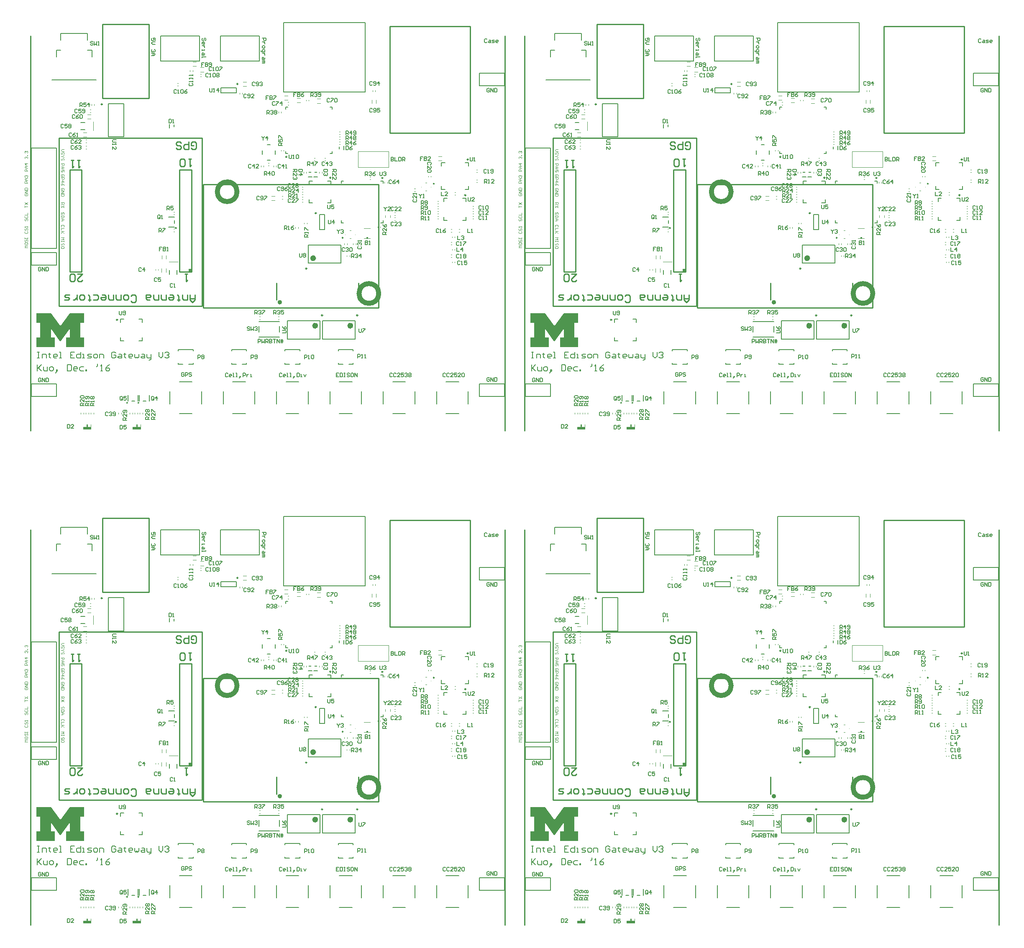
<source format=gto>
G04 Layer_Color=65535*
%FSLAX24Y24*%
%MOIN*%
G70*
G01*
G75*
%ADD12C,0.0080*%
%ADD63C,0.0100*%
%ADD112C,0.0394*%
%ADD113C,0.0197*%
%ADD114C,0.0098*%
%ADD115C,0.0236*%
%ADD116C,0.0039*%
%ADD117C,0.0050*%
%ADD118C,0.0079*%
%ADD119C,0.0040*%
%ADD120R,0.0118X0.0040*%
%ADD121R,0.0200X0.0060*%
%ADD122R,0.0157X0.0118*%
%ADD123R,0.0060X0.0200*%
%ADD124R,0.0040X0.0118*%
%ADD125R,0.0236X0.0236*%
G36*
X48753Y47984D02*
X48458D01*
Y46820D01*
X48753D01*
Y46048D01*
X47306D01*
Y46820D01*
X47600D01*
Y47519D01*
X46871Y46514D01*
X46822D01*
X46105Y47519D01*
Y46820D01*
X46399D01*
Y46048D01*
X44953D01*
Y46820D01*
X45235D01*
Y47984D01*
X44953D01*
Y48757D01*
X46099D01*
X46834Y47739D01*
X46871D01*
X47607Y48757D01*
X48753D01*
Y47984D01*
D02*
G37*
G36*
X9382D02*
X9088D01*
Y46820D01*
X9382D01*
Y46048D01*
X7936D01*
Y46820D01*
X8230D01*
Y47519D01*
X7501Y46514D01*
X7452D01*
X6735Y47519D01*
Y46820D01*
X7029D01*
Y46048D01*
X5583D01*
Y46820D01*
X5865D01*
Y47984D01*
X5583D01*
Y48757D01*
X6729D01*
X7464Y47739D01*
X7501D01*
X8236Y48757D01*
X9382D01*
Y47984D01*
D02*
G37*
G36*
X53274Y39680D02*
Y39483D01*
X52624D01*
Y39680D01*
X52900D01*
Y39867D01*
X52998D01*
Y39680D01*
X53235D01*
Y39867D01*
X53274D01*
Y39680D01*
D02*
G37*
G36*
X49324D02*
Y39483D01*
X48674D01*
Y39680D01*
X48950D01*
Y39867D01*
X49048D01*
Y39680D01*
X49285D01*
Y39867D01*
X49324D01*
Y39680D01*
D02*
G37*
G36*
X13904D02*
Y39483D01*
X13254D01*
Y39680D01*
X13530D01*
Y39867D01*
X13628D01*
Y39680D01*
X13865D01*
Y39867D01*
X13904D01*
Y39680D01*
D02*
G37*
G36*
X9954D02*
Y39483D01*
X9304D01*
Y39680D01*
X9580D01*
Y39867D01*
X9678D01*
Y39680D01*
X9915D01*
Y39867D01*
X9954D01*
Y39680D01*
D02*
G37*
G36*
X48753Y8614D02*
X48458D01*
Y7450D01*
X48753D01*
Y6678D01*
X47306D01*
Y7450D01*
X47600D01*
Y8149D01*
X46871Y7144D01*
X46822D01*
X46105Y8149D01*
Y7450D01*
X46399D01*
Y6678D01*
X44953D01*
Y7450D01*
X45235D01*
Y8614D01*
X44953D01*
Y9387D01*
X46099D01*
X46834Y8369D01*
X46871D01*
X47607Y9387D01*
X48753D01*
Y8614D01*
D02*
G37*
G36*
X9382D02*
X9088D01*
Y7450D01*
X9382D01*
Y6678D01*
X7936D01*
Y7450D01*
X8230D01*
Y8149D01*
X7501Y7144D01*
X7452D01*
X6735Y8149D01*
Y7450D01*
X7029D01*
Y6678D01*
X5583D01*
Y7450D01*
X5865D01*
Y8614D01*
X5583D01*
Y9387D01*
X6729D01*
X7464Y8369D01*
X7501D01*
X8236Y9387D01*
X9382D01*
Y8614D01*
D02*
G37*
G36*
X53274Y310D02*
Y113D01*
X52624D01*
Y310D01*
X52900D01*
Y497D01*
X52998D01*
Y310D01*
X53235D01*
Y497D01*
X53274D01*
Y310D01*
D02*
G37*
G36*
X49324D02*
Y113D01*
X48674D01*
Y310D01*
X48950D01*
Y497D01*
X49048D01*
Y310D01*
X49285D01*
Y497D01*
X49324D01*
Y310D01*
D02*
G37*
G36*
X13904D02*
Y113D01*
X13254D01*
Y310D01*
X13530D01*
Y497D01*
X13628D01*
Y310D01*
X13865D01*
Y497D01*
X13904D01*
Y310D01*
D02*
G37*
G36*
X9954D02*
Y113D01*
X9304D01*
Y310D01*
X9580D01*
Y497D01*
X9678D01*
Y310D01*
X9915D01*
Y497D01*
X9954D01*
Y310D01*
D02*
G37*
D12*
X5659Y6278D02*
X5819D01*
X5739D01*
Y5798D01*
X5659D01*
X5819D01*
X6059D02*
Y6118D01*
X6299D01*
X6379Y6038D01*
Y5798D01*
X6619Y6198D02*
Y6118D01*
X6539D01*
X6699D01*
X6619D01*
Y5878D01*
X6699Y5798D01*
X7179D02*
X7019D01*
X6939Y5878D01*
Y6038D01*
X7019Y6118D01*
X7179D01*
X7259Y6038D01*
Y5958D01*
X6939D01*
X7419Y5798D02*
X7579D01*
X7499D01*
Y6278D01*
X7419D01*
X8618D02*
X8298D01*
Y5798D01*
X8618D01*
X8298Y6038D02*
X8458D01*
X9098Y6278D02*
Y5798D01*
X8858D01*
X8778Y5878D01*
Y6038D01*
X8858Y6118D01*
X9098D01*
X9258Y5798D02*
X9418D01*
X9338D01*
Y6118D01*
X9258D01*
X9658Y5798D02*
X9898D01*
X9978Y5878D01*
X9898Y5958D01*
X9738D01*
X9658Y6038D01*
X9738Y6118D01*
X9978D01*
X10218Y5798D02*
X10378D01*
X10458Y5878D01*
Y6038D01*
X10378Y6118D01*
X10218D01*
X10138Y6038D01*
Y5878D01*
X10218Y5798D01*
X10618D02*
Y6118D01*
X10857D01*
X10937Y6038D01*
Y5798D01*
X11897Y6198D02*
X11817Y6278D01*
X11657D01*
X11577Y6198D01*
Y5878D01*
X11657Y5798D01*
X11817D01*
X11897Y5878D01*
Y6038D01*
X11737D01*
X12137Y6118D02*
X12297D01*
X12377Y6038D01*
Y5798D01*
X12137D01*
X12057Y5878D01*
X12137Y5958D01*
X12377D01*
X12617Y6198D02*
Y6118D01*
X12537D01*
X12697D01*
X12617D01*
Y5878D01*
X12697Y5798D01*
X13177D02*
X13017D01*
X12937Y5878D01*
Y6038D01*
X13017Y6118D01*
X13177D01*
X13257Y6038D01*
Y5958D01*
X12937D01*
X13417Y6118D02*
Y5878D01*
X13497Y5798D01*
X13577Y5878D01*
X13657Y5798D01*
X13737Y5878D01*
Y6118D01*
X13976D02*
X14136D01*
X14216Y6038D01*
Y5798D01*
X13976D01*
X13896Y5878D01*
X13976Y5958D01*
X14216D01*
X14376Y6118D02*
Y5878D01*
X14456Y5798D01*
X14696D01*
Y5718D01*
X14616Y5638D01*
X14536D01*
X14696Y5798D02*
Y6118D01*
X15336Y6278D02*
Y5958D01*
X15496Y5798D01*
X15656Y5958D01*
Y6278D01*
X15816Y6198D02*
X15896Y6278D01*
X16056D01*
X16136Y6198D01*
Y6118D01*
X16056Y6038D01*
X15976D01*
X16056D01*
X16136Y5958D01*
Y5878D01*
X16056Y5798D01*
X15896D01*
X15816Y5878D01*
X5659Y5270D02*
Y4790D01*
Y4950D01*
X5979Y5270D01*
X5739Y5030D01*
X5979Y4790D01*
X6139Y5110D02*
Y4870D01*
X6219Y4790D01*
X6459D01*
Y5110D01*
X6699Y4790D02*
X6859D01*
X6939Y4870D01*
Y5030D01*
X6859Y5110D01*
X6699D01*
X6619Y5030D01*
Y4870D01*
X6699Y4790D01*
X7179Y4710D02*
X7259Y4790D01*
Y4870D01*
X7179D01*
Y4790D01*
X7259D01*
X7179Y4710D01*
X7099Y4630D01*
X8058Y5270D02*
Y4790D01*
X8298D01*
X8378Y4870D01*
Y5190D01*
X8298Y5270D01*
X8058D01*
X8778Y4790D02*
X8618D01*
X8538Y4870D01*
Y5030D01*
X8618Y5110D01*
X8778D01*
X8858Y5030D01*
Y4950D01*
X8538D01*
X9338Y5110D02*
X9098D01*
X9018Y5030D01*
Y4870D01*
X9098Y4790D01*
X9338D01*
X9498D02*
Y4870D01*
X9578D01*
Y4790D01*
X9498D01*
X10458Y5350D02*
Y5190D01*
X10378Y5110D01*
X10698Y4790D02*
X10857D01*
X10777D01*
Y5270D01*
X10698Y5190D01*
X11417Y5270D02*
X11257Y5190D01*
X11097Y5030D01*
Y4870D01*
X11177Y4790D01*
X11337D01*
X11417Y4870D01*
Y4950D01*
X11337Y5030D01*
X11097D01*
X45029Y6278D02*
X45189D01*
X45109D01*
Y5798D01*
X45029D01*
X45189D01*
X45429D02*
Y6118D01*
X45669D01*
X45749Y6038D01*
Y5798D01*
X45989Y6198D02*
Y6118D01*
X45909D01*
X46069D01*
X45989D01*
Y5878D01*
X46069Y5798D01*
X46549D02*
X46389D01*
X46309Y5878D01*
Y6038D01*
X46389Y6118D01*
X46549D01*
X46629Y6038D01*
Y5958D01*
X46309D01*
X46789Y5798D02*
X46949D01*
X46869D01*
Y6278D01*
X46789D01*
X47988D02*
X47668D01*
Y5798D01*
X47988D01*
X47668Y6038D02*
X47828D01*
X48468Y6278D02*
Y5798D01*
X48228D01*
X48148Y5878D01*
Y6038D01*
X48228Y6118D01*
X48468D01*
X48628Y5798D02*
X48788D01*
X48708D01*
Y6118D01*
X48628D01*
X49028Y5798D02*
X49268D01*
X49348Y5878D01*
X49268Y5958D01*
X49108D01*
X49028Y6038D01*
X49108Y6118D01*
X49348D01*
X49588Y5798D02*
X49748D01*
X49828Y5878D01*
Y6038D01*
X49748Y6118D01*
X49588D01*
X49508Y6038D01*
Y5878D01*
X49588Y5798D01*
X49988D02*
Y6118D01*
X50228D01*
X50308Y6038D01*
Y5798D01*
X51267Y6198D02*
X51187Y6278D01*
X51027D01*
X50947Y6198D01*
Y5878D01*
X51027Y5798D01*
X51187D01*
X51267Y5878D01*
Y6038D01*
X51107D01*
X51507Y6118D02*
X51667D01*
X51747Y6038D01*
Y5798D01*
X51507D01*
X51427Y5878D01*
X51507Y5958D01*
X51747D01*
X51987Y6198D02*
Y6118D01*
X51907D01*
X52067D01*
X51987D01*
Y5878D01*
X52067Y5798D01*
X52547D02*
X52387D01*
X52307Y5878D01*
Y6038D01*
X52387Y6118D01*
X52547D01*
X52627Y6038D01*
Y5958D01*
X52307D01*
X52787Y6118D02*
Y5878D01*
X52867Y5798D01*
X52947Y5878D01*
X53027Y5798D01*
X53107Y5878D01*
Y6118D01*
X53347D02*
X53506D01*
X53586Y6038D01*
Y5798D01*
X53347D01*
X53267Y5878D01*
X53347Y5958D01*
X53586D01*
X53746Y6118D02*
Y5878D01*
X53826Y5798D01*
X54066D01*
Y5718D01*
X53986Y5638D01*
X53906D01*
X54066Y5798D02*
Y6118D01*
X54706Y6278D02*
Y5958D01*
X54866Y5798D01*
X55026Y5958D01*
Y6278D01*
X55186Y6198D02*
X55266Y6278D01*
X55426D01*
X55506Y6198D01*
Y6118D01*
X55426Y6038D01*
X55346D01*
X55426D01*
X55506Y5958D01*
Y5878D01*
X55426Y5798D01*
X55266D01*
X55186Y5878D01*
X45029Y5270D02*
Y4790D01*
Y4950D01*
X45349Y5270D01*
X45109Y5030D01*
X45349Y4790D01*
X45509Y5110D02*
Y4870D01*
X45589Y4790D01*
X45829D01*
Y5110D01*
X46069Y4790D02*
X46229D01*
X46309Y4870D01*
Y5030D01*
X46229Y5110D01*
X46069D01*
X45989Y5030D01*
Y4870D01*
X46069Y4790D01*
X46549Y4710D02*
X46629Y4790D01*
Y4870D01*
X46549D01*
Y4790D01*
X46629D01*
X46549Y4710D01*
X46469Y4630D01*
X47428Y5270D02*
Y4790D01*
X47668D01*
X47748Y4870D01*
Y5190D01*
X47668Y5270D01*
X47428D01*
X48148Y4790D02*
X47988D01*
X47908Y4870D01*
Y5030D01*
X47988Y5110D01*
X48148D01*
X48228Y5030D01*
Y4950D01*
X47908D01*
X48708Y5110D02*
X48468D01*
X48388Y5030D01*
Y4870D01*
X48468Y4790D01*
X48708D01*
X48868D02*
Y4870D01*
X48948D01*
Y4790D01*
X48868D01*
X49828Y5350D02*
Y5190D01*
X49748Y5110D01*
X50068Y4790D02*
X50228D01*
X50148D01*
Y5270D01*
X50068Y5190D01*
X50787Y5270D02*
X50627Y5190D01*
X50467Y5030D01*
Y4870D01*
X50547Y4790D01*
X50707D01*
X50787Y4870D01*
Y4950D01*
X50707Y5030D01*
X50467D01*
X5659Y45648D02*
X5819D01*
X5739D01*
Y45168D01*
X5659D01*
X5819D01*
X6059D02*
Y45488D01*
X6299D01*
X6379Y45408D01*
Y45168D01*
X6619Y45568D02*
Y45488D01*
X6539D01*
X6699D01*
X6619D01*
Y45248D01*
X6699Y45168D01*
X7179D02*
X7019D01*
X6939Y45248D01*
Y45408D01*
X7019Y45488D01*
X7179D01*
X7259Y45408D01*
Y45328D01*
X6939D01*
X7419Y45168D02*
X7579D01*
X7499D01*
Y45648D01*
X7419D01*
X8618D02*
X8298D01*
Y45168D01*
X8618D01*
X8298Y45408D02*
X8458D01*
X9098Y45648D02*
Y45168D01*
X8858D01*
X8778Y45248D01*
Y45408D01*
X8858Y45488D01*
X9098D01*
X9258Y45168D02*
X9418D01*
X9338D01*
Y45488D01*
X9258D01*
X9658Y45168D02*
X9898D01*
X9978Y45248D01*
X9898Y45328D01*
X9738D01*
X9658Y45408D01*
X9738Y45488D01*
X9978D01*
X10218Y45168D02*
X10378D01*
X10458Y45248D01*
Y45408D01*
X10378Y45488D01*
X10218D01*
X10138Y45408D01*
Y45248D01*
X10218Y45168D01*
X10618D02*
Y45488D01*
X10857D01*
X10937Y45408D01*
Y45168D01*
X11897Y45568D02*
X11817Y45648D01*
X11657D01*
X11577Y45568D01*
Y45248D01*
X11657Y45168D01*
X11817D01*
X11897Y45248D01*
Y45408D01*
X11737D01*
X12137Y45488D02*
X12297D01*
X12377Y45408D01*
Y45168D01*
X12137D01*
X12057Y45248D01*
X12137Y45328D01*
X12377D01*
X12617Y45568D02*
Y45488D01*
X12537D01*
X12697D01*
X12617D01*
Y45248D01*
X12697Y45168D01*
X13177D02*
X13017D01*
X12937Y45248D01*
Y45408D01*
X13017Y45488D01*
X13177D01*
X13257Y45408D01*
Y45328D01*
X12937D01*
X13417Y45488D02*
Y45248D01*
X13497Y45168D01*
X13577Y45248D01*
X13657Y45168D01*
X13737Y45248D01*
Y45488D01*
X13976D02*
X14136D01*
X14216Y45408D01*
Y45168D01*
X13976D01*
X13896Y45248D01*
X13976Y45328D01*
X14216D01*
X14376Y45488D02*
Y45248D01*
X14456Y45168D01*
X14696D01*
Y45088D01*
X14616Y45008D01*
X14536D01*
X14696Y45168D02*
Y45488D01*
X15336Y45648D02*
Y45328D01*
X15496Y45168D01*
X15656Y45328D01*
Y45648D01*
X15816Y45568D02*
X15896Y45648D01*
X16056D01*
X16136Y45568D01*
Y45488D01*
X16056Y45408D01*
X15976D01*
X16056D01*
X16136Y45328D01*
Y45248D01*
X16056Y45168D01*
X15896D01*
X15816Y45248D01*
X5659Y44640D02*
Y44160D01*
Y44320D01*
X5979Y44640D01*
X5739Y44400D01*
X5979Y44160D01*
X6139Y44480D02*
Y44240D01*
X6219Y44160D01*
X6459D01*
Y44480D01*
X6699Y44160D02*
X6859D01*
X6939Y44240D01*
Y44400D01*
X6859Y44480D01*
X6699D01*
X6619Y44400D01*
Y44240D01*
X6699Y44160D01*
X7179Y44080D02*
X7259Y44160D01*
Y44240D01*
X7179D01*
Y44160D01*
X7259D01*
X7179Y44080D01*
X7099Y44000D01*
X8058Y44640D02*
Y44160D01*
X8298D01*
X8378Y44240D01*
Y44560D01*
X8298Y44640D01*
X8058D01*
X8778Y44160D02*
X8618D01*
X8538Y44240D01*
Y44400D01*
X8618Y44480D01*
X8778D01*
X8858Y44400D01*
Y44320D01*
X8538D01*
X9338Y44480D02*
X9098D01*
X9018Y44400D01*
Y44240D01*
X9098Y44160D01*
X9338D01*
X9498D02*
Y44240D01*
X9578D01*
Y44160D01*
X9498D01*
X10458Y44720D02*
Y44560D01*
X10378Y44480D01*
X10698Y44160D02*
X10857D01*
X10777D01*
Y44640D01*
X10698Y44560D01*
X11417Y44640D02*
X11257Y44560D01*
X11097Y44400D01*
Y44240D01*
X11177Y44160D01*
X11337D01*
X11417Y44240D01*
Y44320D01*
X11337Y44400D01*
X11097D01*
X45029Y45648D02*
X45189D01*
X45109D01*
Y45168D01*
X45029D01*
X45189D01*
X45429D02*
Y45488D01*
X45669D01*
X45749Y45408D01*
Y45168D01*
X45989Y45568D02*
Y45488D01*
X45909D01*
X46069D01*
X45989D01*
Y45248D01*
X46069Y45168D01*
X46549D02*
X46389D01*
X46309Y45248D01*
Y45408D01*
X46389Y45488D01*
X46549D01*
X46629Y45408D01*
Y45328D01*
X46309D01*
X46789Y45168D02*
X46949D01*
X46869D01*
Y45648D01*
X46789D01*
X47988D02*
X47668D01*
Y45168D01*
X47988D01*
X47668Y45408D02*
X47828D01*
X48468Y45648D02*
Y45168D01*
X48228D01*
X48148Y45248D01*
Y45408D01*
X48228Y45488D01*
X48468D01*
X48628Y45168D02*
X48788D01*
X48708D01*
Y45488D01*
X48628D01*
X49028Y45168D02*
X49268D01*
X49348Y45248D01*
X49268Y45328D01*
X49108D01*
X49028Y45408D01*
X49108Y45488D01*
X49348D01*
X49588Y45168D02*
X49748D01*
X49828Y45248D01*
Y45408D01*
X49748Y45488D01*
X49588D01*
X49508Y45408D01*
Y45248D01*
X49588Y45168D01*
X49988D02*
Y45488D01*
X50228D01*
X50308Y45408D01*
Y45168D01*
X51267Y45568D02*
X51187Y45648D01*
X51027D01*
X50947Y45568D01*
Y45248D01*
X51027Y45168D01*
X51187D01*
X51267Y45248D01*
Y45408D01*
X51107D01*
X51507Y45488D02*
X51667D01*
X51747Y45408D01*
Y45168D01*
X51507D01*
X51427Y45248D01*
X51507Y45328D01*
X51747D01*
X51987Y45568D02*
Y45488D01*
X51907D01*
X52067D01*
X51987D01*
Y45248D01*
X52067Y45168D01*
X52547D02*
X52387D01*
X52307Y45248D01*
Y45408D01*
X52387Y45488D01*
X52547D01*
X52627Y45408D01*
Y45328D01*
X52307D01*
X52787Y45488D02*
Y45248D01*
X52867Y45168D01*
X52947Y45248D01*
X53027Y45168D01*
X53107Y45248D01*
Y45488D01*
X53347D02*
X53506D01*
X53586Y45408D01*
Y45168D01*
X53347D01*
X53267Y45248D01*
X53347Y45328D01*
X53586D01*
X53746Y45488D02*
Y45248D01*
X53826Y45168D01*
X54066D01*
Y45088D01*
X53986Y45008D01*
X53906D01*
X54066Y45168D02*
Y45488D01*
X54706Y45648D02*
Y45328D01*
X54866Y45168D01*
X55026Y45328D01*
Y45648D01*
X55186Y45568D02*
X55266Y45648D01*
X55426D01*
X55506Y45568D01*
Y45488D01*
X55426Y45408D01*
X55346D01*
X55426D01*
X55506Y45328D01*
Y45248D01*
X55426Y45168D01*
X55266D01*
X55186Y45248D01*
X45029Y44640D02*
Y44160D01*
Y44320D01*
X45349Y44640D01*
X45109Y44400D01*
X45349Y44160D01*
X45509Y44480D02*
Y44240D01*
X45589Y44160D01*
X45829D01*
Y44480D01*
X46069Y44160D02*
X46229D01*
X46309Y44240D01*
Y44400D01*
X46229Y44480D01*
X46069D01*
X45989Y44400D01*
Y44240D01*
X46069Y44160D01*
X46549Y44080D02*
X46629Y44160D01*
Y44240D01*
X46549D01*
Y44160D01*
X46629D01*
X46549Y44080D01*
X46469Y44000D01*
X47428Y44640D02*
Y44160D01*
X47668D01*
X47748Y44240D01*
Y44560D01*
X47668Y44640D01*
X47428D01*
X48148Y44160D02*
X47988D01*
X47908Y44240D01*
Y44400D01*
X47988Y44480D01*
X48148D01*
X48228Y44400D01*
Y44320D01*
X47908D01*
X48708Y44480D02*
X48468D01*
X48388Y44400D01*
Y44240D01*
X48468Y44160D01*
X48708D01*
X48868D02*
Y44240D01*
X48948D01*
Y44160D01*
X48868D01*
X49828Y44720D02*
Y44560D01*
X49748Y44480D01*
X50068Y44160D02*
X50228D01*
X50148D01*
Y44640D01*
X50068Y44560D01*
X50787Y44640D02*
X50627Y44560D01*
X50467Y44400D01*
Y44240D01*
X50547Y44160D01*
X50707D01*
X50787Y44240D01*
Y44320D01*
X50707Y44400D01*
X50467D01*
D63*
X37271Y19706D02*
G03*
X37271Y19706I-31J0D01*
G01*
X16726Y16178D02*
G03*
X16726Y16178I-39J0D01*
G01*
X30003Y15394D02*
G03*
X30003Y15394I-31J0D01*
G01*
X12846Y2246D02*
G03*
X12846Y2246I-39J0D01*
G01*
X13746D02*
G03*
X13746Y2246I-39J0D01*
G01*
X10856Y26502D02*
Y32407D01*
X14556D01*
Y26502D02*
Y32407D01*
X10856Y26502D02*
X14556D01*
X31250Y10431D02*
Y11769D01*
X24715Y10431D02*
Y11769D01*
X18888Y9801D02*
X32815D01*
X32852D02*
Y19643D01*
X18876D02*
X32852D01*
X18876Y9801D02*
Y19643D01*
X33732Y23748D02*
Y32248D01*
Y23748D02*
X40133D01*
Y32248D01*
X33732D02*
X40133D01*
X5118Y0D02*
Y31496D01*
X42913Y0D02*
Y31496D01*
X16983Y12695D02*
X17928D01*
Y20805D01*
X16983D02*
X17928D01*
X16983Y12695D02*
Y20805D01*
X8237Y12695D02*
X9182D01*
Y20805D01*
X8237D02*
X9182D01*
X8237Y12695D02*
Y20805D01*
X7374Y9959D02*
X18791D01*
X7374D02*
Y23344D01*
X18791D01*
Y9959D02*
Y23344D01*
X17905Y21671D02*
X17705D01*
X17805D01*
Y21071D01*
X17905Y21171D01*
X17405D02*
X17305Y21071D01*
X17105D01*
X17005Y21171D01*
Y21571D01*
X17105Y21671D01*
X17305D01*
X17405Y21571D01*
Y21171D01*
X9047Y21573D02*
X8847D01*
X8947D01*
Y20973D01*
X9047Y21073D01*
X8547Y21573D02*
X8347D01*
X8447D01*
Y20973D01*
X8547Y21073D01*
X8844Y12518D02*
X9244D01*
X8844Y12118D01*
Y12018D01*
X8944Y11918D01*
X9144D01*
X9244Y12018D01*
X8644D02*
X8544Y11918D01*
X8344D01*
X8244Y12018D01*
Y12418D01*
X8344Y12518D01*
X8544D01*
X8644Y12418D01*
Y12018D01*
X17610Y12518D02*
X17410D01*
X17510D01*
Y11918D01*
X17610Y12018D01*
X18200Y10844D02*
Y10445D01*
X18000Y10245D01*
X17801Y10445D01*
Y10844D01*
Y10545D01*
X18200D01*
X17601Y10844D02*
Y10445D01*
X17301D01*
X17201Y10545D01*
Y10844D01*
X16901Y10345D02*
Y10445D01*
X17001D01*
X16801D01*
X16901D01*
Y10745D01*
X16801Y10844D01*
X16201D02*
X16401D01*
X16501Y10745D01*
Y10545D01*
X16401Y10445D01*
X16201D01*
X16101Y10545D01*
Y10645D01*
X16501D01*
X15901Y10844D02*
Y10445D01*
X15601D01*
X15501Y10545D01*
Y10844D01*
X15301D02*
Y10445D01*
X15001D01*
X14901Y10545D01*
Y10844D01*
X14602Y10445D02*
X14402D01*
X14302Y10545D01*
Y10844D01*
X14602D01*
X14702Y10745D01*
X14602Y10645D01*
X14302D01*
X13102Y10345D02*
X13202Y10245D01*
X13402D01*
X13502Y10345D01*
Y10745D01*
X13402Y10844D01*
X13202D01*
X13102Y10745D01*
X12802Y10844D02*
X12602D01*
X12502Y10745D01*
Y10545D01*
X12602Y10445D01*
X12802D01*
X12902Y10545D01*
Y10745D01*
X12802Y10844D01*
X12302D02*
Y10445D01*
X12002D01*
X11902Y10545D01*
Y10844D01*
X11703D02*
Y10445D01*
X11403D01*
X11303Y10545D01*
Y10844D01*
X10803D02*
X11003D01*
X11103Y10745D01*
Y10545D01*
X11003Y10445D01*
X10803D01*
X10703Y10545D01*
Y10645D01*
X11103D01*
X10103Y10445D02*
X10403D01*
X10503Y10545D01*
Y10745D01*
X10403Y10844D01*
X10103D01*
X9803Y10345D02*
Y10445D01*
X9903D01*
X9703D01*
X9803D01*
Y10745D01*
X9703Y10844D01*
X9303D02*
X9103D01*
X9003Y10745D01*
Y10545D01*
X9103Y10445D01*
X9303D01*
X9403Y10545D01*
Y10745D01*
X9303Y10844D01*
X8803Y10445D02*
Y10844D01*
Y10645D01*
X8703Y10545D01*
X8604Y10445D01*
X8504D01*
X8204Y10844D02*
X7904D01*
X7804Y10745D01*
X7904Y10645D01*
X8104D01*
X8204Y10545D01*
X8104Y10445D01*
X7804D01*
X17899Y22549D02*
X17999Y22449D01*
X18199D01*
X18299Y22549D01*
Y22949D01*
X18199Y23049D01*
X17999D01*
X17899Y22949D01*
Y22749D01*
X18099D01*
X17699Y23049D02*
Y22449D01*
X17399D01*
X17299Y22549D01*
Y22749D01*
X17399Y22849D01*
X17699D01*
X16699Y22549D02*
X16799Y22449D01*
X16999D01*
X17099Y22549D01*
Y22649D01*
X16999Y22749D01*
X16799D01*
X16699Y22849D01*
Y22949D01*
X16799Y23049D01*
X16999D01*
X17099Y22949D01*
X76641Y19706D02*
G03*
X76641Y19706I-31J0D01*
G01*
X56096Y16178D02*
G03*
X56096Y16178I-39J0D01*
G01*
X69373Y15394D02*
G03*
X69373Y15394I-31J0D01*
G01*
X52216Y2246D02*
G03*
X52216Y2246I-39J0D01*
G01*
X53116D02*
G03*
X53116Y2246I-39J0D01*
G01*
X50226Y26502D02*
Y32407D01*
X53926D01*
Y26502D02*
Y32407D01*
X50226Y26502D02*
X53926D01*
X70620Y10431D02*
Y11769D01*
X64085Y10431D02*
Y11769D01*
X58258Y9801D02*
X72185D01*
X72222D02*
Y19643D01*
X58246D02*
X72222D01*
X58246Y9801D02*
Y19643D01*
X73102Y23748D02*
Y32248D01*
Y23748D02*
X79503D01*
Y32248D01*
X73102D02*
X79503D01*
X44488Y0D02*
Y31496D01*
X82283Y0D02*
Y31496D01*
X56353Y12695D02*
X57298D01*
Y20805D01*
X56353D02*
X57298D01*
X56353Y12695D02*
Y20805D01*
X47607Y12695D02*
X48552D01*
Y20805D01*
X47607D02*
X48552D01*
X47607Y12695D02*
Y20805D01*
X46744Y9959D02*
X58161D01*
X46744D02*
Y23344D01*
X58161D01*
Y9959D02*
Y23344D01*
X57275Y21671D02*
X57075D01*
X57175D01*
Y21071D01*
X57275Y21171D01*
X56775D02*
X56675Y21071D01*
X56475D01*
X56375Y21171D01*
Y21571D01*
X56475Y21671D01*
X56675D01*
X56775Y21571D01*
Y21171D01*
X48417Y21573D02*
X48217D01*
X48317D01*
Y20973D01*
X48417Y21073D01*
X47917Y21573D02*
X47717D01*
X47817D01*
Y20973D01*
X47917Y21073D01*
X48214Y12518D02*
X48614D01*
X48214Y12118D01*
Y12018D01*
X48314Y11918D01*
X48514D01*
X48614Y12018D01*
X48014D02*
X47914Y11918D01*
X47714D01*
X47614Y12018D01*
Y12418D01*
X47714Y12518D01*
X47914D01*
X48014Y12418D01*
Y12018D01*
X56980Y12518D02*
X56780D01*
X56880D01*
Y11918D01*
X56980Y12018D01*
X57570Y10844D02*
Y10445D01*
X57371Y10245D01*
X57171Y10445D01*
Y10844D01*
Y10545D01*
X57570D01*
X56971Y10844D02*
Y10445D01*
X56671D01*
X56571Y10545D01*
Y10844D01*
X56271Y10345D02*
Y10445D01*
X56371D01*
X56171D01*
X56271D01*
Y10745D01*
X56171Y10844D01*
X55571D02*
X55771D01*
X55871Y10745D01*
Y10545D01*
X55771Y10445D01*
X55571D01*
X55471Y10545D01*
Y10645D01*
X55871D01*
X55271Y10844D02*
Y10445D01*
X54971D01*
X54871Y10545D01*
Y10844D01*
X54671D02*
Y10445D01*
X54372D01*
X54272Y10545D01*
Y10844D01*
X53972Y10445D02*
X53772D01*
X53672Y10545D01*
Y10844D01*
X53972D01*
X54072Y10745D01*
X53972Y10645D01*
X53672D01*
X52472Y10345D02*
X52572Y10245D01*
X52772D01*
X52872Y10345D01*
Y10745D01*
X52772Y10844D01*
X52572D01*
X52472Y10745D01*
X52172Y10844D02*
X51972D01*
X51872Y10745D01*
Y10545D01*
X51972Y10445D01*
X52172D01*
X52272Y10545D01*
Y10745D01*
X52172Y10844D01*
X51672D02*
Y10445D01*
X51372D01*
X51273Y10545D01*
Y10844D01*
X51073D02*
Y10445D01*
X50773D01*
X50673Y10545D01*
Y10844D01*
X50173D02*
X50373D01*
X50473Y10745D01*
Y10545D01*
X50373Y10445D01*
X50173D01*
X50073Y10545D01*
Y10645D01*
X50473D01*
X49473Y10445D02*
X49773D01*
X49873Y10545D01*
Y10745D01*
X49773Y10844D01*
X49473D01*
X49173Y10345D02*
Y10445D01*
X49273D01*
X49073D01*
X49173D01*
Y10745D01*
X49073Y10844D01*
X48673D02*
X48473D01*
X48373Y10745D01*
Y10545D01*
X48473Y10445D01*
X48673D01*
X48773Y10545D01*
Y10745D01*
X48673Y10844D01*
X48174Y10445D02*
Y10844D01*
Y10645D01*
X48074Y10545D01*
X47974Y10445D01*
X47874D01*
X47574Y10844D02*
X47274D01*
X47174Y10745D01*
X47274Y10645D01*
X47474D01*
X47574Y10545D01*
X47474Y10445D01*
X47174D01*
X57269Y22549D02*
X57369Y22449D01*
X57569D01*
X57669Y22549D01*
Y22949D01*
X57569Y23049D01*
X57369D01*
X57269Y22949D01*
Y22749D01*
X57469D01*
X57069Y23049D02*
Y22449D01*
X56769D01*
X56669Y22549D01*
Y22749D01*
X56769Y22849D01*
X57069D01*
X56069Y22549D02*
X56169Y22449D01*
X56369D01*
X56469Y22549D01*
Y22649D01*
X56369Y22749D01*
X56169D01*
X56069Y22849D01*
Y22949D01*
X56169Y23049D01*
X56369D01*
X56469Y22949D01*
X37271Y59076D02*
G03*
X37271Y59076I-31J0D01*
G01*
X16726Y55548D02*
G03*
X16726Y55548I-39J0D01*
G01*
X30003Y54764D02*
G03*
X30003Y54764I-31J0D01*
G01*
X12846Y41616D02*
G03*
X12846Y41616I-39J0D01*
G01*
X13746D02*
G03*
X13746Y41616I-39J0D01*
G01*
X10856Y65872D02*
Y71778D01*
X14556D01*
Y65872D02*
Y71778D01*
X10856Y65872D02*
X14556D01*
X31250Y49801D02*
Y51139D01*
X24715Y49801D02*
Y51139D01*
X18888Y49171D02*
X32815D01*
X32852D02*
Y59013D01*
X18876D02*
X32852D01*
X18876Y49171D02*
Y59013D01*
X33732Y63118D02*
Y71618D01*
Y63118D02*
X40133D01*
Y71618D01*
X33732D02*
X40133D01*
X5118Y39370D02*
Y70866D01*
X42913Y39370D02*
Y70866D01*
X16983Y52065D02*
X17928D01*
Y60175D01*
X16983D02*
X17928D01*
X16983Y52065D02*
Y60175D01*
X8237Y52065D02*
X9182D01*
Y60175D01*
X8237D02*
X9182D01*
X8237Y52065D02*
Y60175D01*
X7374Y49329D02*
X18791D01*
X7374D02*
Y62715D01*
X18791D01*
Y49329D02*
Y62715D01*
X17905Y61041D02*
X17705D01*
X17805D01*
Y60442D01*
X17905Y60542D01*
X17405D02*
X17305Y60442D01*
X17105D01*
X17005Y60542D01*
Y60941D01*
X17105Y61041D01*
X17305D01*
X17405Y60941D01*
Y60542D01*
X9047Y60943D02*
X8847D01*
X8947D01*
Y60343D01*
X9047Y60443D01*
X8547Y60943D02*
X8347D01*
X8447D01*
Y60343D01*
X8547Y60443D01*
X8844Y51888D02*
X9244D01*
X8844Y51488D01*
Y51388D01*
X8944Y51288D01*
X9144D01*
X9244Y51388D01*
X8644D02*
X8544Y51288D01*
X8344D01*
X8244Y51388D01*
Y51788D01*
X8344Y51888D01*
X8544D01*
X8644Y51788D01*
Y51388D01*
X17610Y51888D02*
X17410D01*
X17510D01*
Y51288D01*
X17610Y51388D01*
X18200Y50215D02*
Y49815D01*
X18000Y49615D01*
X17801Y49815D01*
Y50215D01*
Y49915D01*
X18200D01*
X17601Y50215D02*
Y49815D01*
X17301D01*
X17201Y49915D01*
Y50215D01*
X16901Y49715D02*
Y49815D01*
X17001D01*
X16801D01*
X16901D01*
Y50115D01*
X16801Y50215D01*
X16201D02*
X16401D01*
X16501Y50115D01*
Y49915D01*
X16401Y49815D01*
X16201D01*
X16101Y49915D01*
Y50015D01*
X16501D01*
X15901Y50215D02*
Y49815D01*
X15601D01*
X15501Y49915D01*
Y50215D01*
X15301D02*
Y49815D01*
X15001D01*
X14901Y49915D01*
Y50215D01*
X14602Y49815D02*
X14402D01*
X14302Y49915D01*
Y50215D01*
X14602D01*
X14702Y50115D01*
X14602Y50015D01*
X14302D01*
X13102Y49715D02*
X13202Y49615D01*
X13402D01*
X13502Y49715D01*
Y50115D01*
X13402Y50215D01*
X13202D01*
X13102Y50115D01*
X12802Y50215D02*
X12602D01*
X12502Y50115D01*
Y49915D01*
X12602Y49815D01*
X12802D01*
X12902Y49915D01*
Y50115D01*
X12802Y50215D01*
X12302D02*
Y49815D01*
X12002D01*
X11902Y49915D01*
Y50215D01*
X11703D02*
Y49815D01*
X11403D01*
X11303Y49915D01*
Y50215D01*
X10803D02*
X11003D01*
X11103Y50115D01*
Y49915D01*
X11003Y49815D01*
X10803D01*
X10703Y49915D01*
Y50015D01*
X11103D01*
X10103Y49815D02*
X10403D01*
X10503Y49915D01*
Y50115D01*
X10403Y50215D01*
X10103D01*
X9803Y49715D02*
Y49815D01*
X9903D01*
X9703D01*
X9803D01*
Y50115D01*
X9703Y50215D01*
X9303D02*
X9103D01*
X9003Y50115D01*
Y49915D01*
X9103Y49815D01*
X9303D01*
X9403Y49915D01*
Y50115D01*
X9303Y50215D01*
X8803Y49815D02*
Y50215D01*
Y50015D01*
X8703Y49915D01*
X8604Y49815D01*
X8504D01*
X8204Y50215D02*
X7904D01*
X7804Y50115D01*
X7904Y50015D01*
X8104D01*
X8204Y49915D01*
X8104Y49815D01*
X7804D01*
X17899Y61919D02*
X17999Y61819D01*
X18199D01*
X18299Y61919D01*
Y62319D01*
X18199Y62419D01*
X17999D01*
X17899Y62319D01*
Y62119D01*
X18099D01*
X17699Y62419D02*
Y61819D01*
X17399D01*
X17299Y61919D01*
Y62119D01*
X17399Y62219D01*
X17699D01*
X16699Y61919D02*
X16799Y61819D01*
X16999D01*
X17099Y61919D01*
Y62019D01*
X16999Y62119D01*
X16799D01*
X16699Y62219D01*
Y62319D01*
X16799Y62419D01*
X16999D01*
X17099Y62319D01*
X76641Y59076D02*
G03*
X76641Y59076I-31J0D01*
G01*
X56096Y55548D02*
G03*
X56096Y55548I-39J0D01*
G01*
X69373Y54764D02*
G03*
X69373Y54764I-31J0D01*
G01*
X52216Y41616D02*
G03*
X52216Y41616I-39J0D01*
G01*
X53116D02*
G03*
X53116Y41616I-39J0D01*
G01*
X50226Y65872D02*
Y71778D01*
X53926D01*
Y65872D02*
Y71778D01*
X50226Y65872D02*
X53926D01*
X70620Y49801D02*
Y51139D01*
X64085Y49801D02*
Y51139D01*
X58258Y49171D02*
X72185D01*
X72222D02*
Y59013D01*
X58246D02*
X72222D01*
X58246Y49171D02*
Y59013D01*
X73102Y63118D02*
Y71618D01*
Y63118D02*
X79503D01*
Y71618D01*
X73102D02*
X79503D01*
X44488Y39370D02*
Y70866D01*
X82283Y39370D02*
Y70866D01*
X56353Y52065D02*
X57298D01*
Y60175D01*
X56353D02*
X57298D01*
X56353Y52065D02*
Y60175D01*
X47607Y52065D02*
X48552D01*
Y60175D01*
X47607D02*
X48552D01*
X47607Y52065D02*
Y60175D01*
X46744Y49329D02*
X58161D01*
X46744D02*
Y62715D01*
X58161D01*
Y49329D02*
Y62715D01*
X57275Y61041D02*
X57075D01*
X57175D01*
Y60442D01*
X57275Y60542D01*
X56775D02*
X56675Y60442D01*
X56475D01*
X56375Y60542D01*
Y60941D01*
X56475Y61041D01*
X56675D01*
X56775Y60941D01*
Y60542D01*
X48417Y60943D02*
X48217D01*
X48317D01*
Y60343D01*
X48417Y60443D01*
X47917Y60943D02*
X47717D01*
X47817D01*
Y60343D01*
X47917Y60443D01*
X48214Y51888D02*
X48614D01*
X48214Y51488D01*
Y51388D01*
X48314Y51288D01*
X48514D01*
X48614Y51388D01*
X48014D02*
X47914Y51288D01*
X47714D01*
X47614Y51388D01*
Y51788D01*
X47714Y51888D01*
X47914D01*
X48014Y51788D01*
Y51388D01*
X56980Y51888D02*
X56780D01*
X56880D01*
Y51288D01*
X56980Y51388D01*
X57570Y50215D02*
Y49815D01*
X57371Y49615D01*
X57171Y49815D01*
Y50215D01*
Y49915D01*
X57570D01*
X56971Y50215D02*
Y49815D01*
X56671D01*
X56571Y49915D01*
Y50215D01*
X56271Y49715D02*
Y49815D01*
X56371D01*
X56171D01*
X56271D01*
Y50115D01*
X56171Y50215D01*
X55571D02*
X55771D01*
X55871Y50115D01*
Y49915D01*
X55771Y49815D01*
X55571D01*
X55471Y49915D01*
Y50015D01*
X55871D01*
X55271Y50215D02*
Y49815D01*
X54971D01*
X54871Y49915D01*
Y50215D01*
X54671D02*
Y49815D01*
X54372D01*
X54272Y49915D01*
Y50215D01*
X53972Y49815D02*
X53772D01*
X53672Y49915D01*
Y50215D01*
X53972D01*
X54072Y50115D01*
X53972Y50015D01*
X53672D01*
X52472Y49715D02*
X52572Y49615D01*
X52772D01*
X52872Y49715D01*
Y50115D01*
X52772Y50215D01*
X52572D01*
X52472Y50115D01*
X52172Y50215D02*
X51972D01*
X51872Y50115D01*
Y49915D01*
X51972Y49815D01*
X52172D01*
X52272Y49915D01*
Y50115D01*
X52172Y50215D01*
X51672D02*
Y49815D01*
X51372D01*
X51273Y49915D01*
Y50215D01*
X51073D02*
Y49815D01*
X50773D01*
X50673Y49915D01*
Y50215D01*
X50173D02*
X50373D01*
X50473Y50115D01*
Y49915D01*
X50373Y49815D01*
X50173D01*
X50073Y49915D01*
Y50015D01*
X50473D01*
X49473Y49815D02*
X49773D01*
X49873Y49915D01*
Y50115D01*
X49773Y50215D01*
X49473D01*
X49173Y49715D02*
Y49815D01*
X49273D01*
X49073D01*
X49173D01*
Y50115D01*
X49073Y50215D01*
X48673D02*
X48473D01*
X48373Y50115D01*
Y49915D01*
X48473Y49815D01*
X48673D01*
X48773Y49915D01*
Y50115D01*
X48673Y50215D01*
X48174Y49815D02*
Y50215D01*
Y50015D01*
X48074Y49915D01*
X47974Y49815D01*
X47874D01*
X47574Y50215D02*
X47274D01*
X47174Y50115D01*
X47274Y50015D01*
X47474D01*
X47574Y49915D01*
X47474Y49815D01*
X47174D01*
X57269Y61919D02*
X57369Y61819D01*
X57569D01*
X57669Y61919D01*
Y62319D01*
X57569Y62419D01*
X57369D01*
X57269Y62319D01*
Y62119D01*
X57469D01*
X57069Y62419D02*
Y61819D01*
X56769D01*
X56669Y61919D01*
Y62119D01*
X56769Y62219D01*
X57069D01*
X56069Y61919D02*
X56169Y61819D01*
X56369D01*
X56469Y61919D01*
Y62019D01*
X56369Y62119D01*
X56169D01*
X56069Y62219D01*
Y62319D01*
X56169Y62419D01*
X56369D01*
X56469Y62319D01*
D112*
X32860Y10954D02*
G03*
X32860Y10954I-787J0D01*
G01*
X21565Y19065D02*
G03*
X21565Y19065I-787J0D01*
G01*
X72230Y10954D02*
G03*
X72230Y10954I-787J0D01*
G01*
X60935Y19065D02*
G03*
X60935Y19065I-787J0D01*
G01*
X32860Y50324D02*
G03*
X32860Y50324I-787J0D01*
G01*
X21565Y58435D02*
G03*
X21565Y58435I-787J0D01*
G01*
X72230Y50324D02*
G03*
X72230Y50324I-787J0D01*
G01*
X60935Y58435D02*
G03*
X60935Y58435I-787J0D01*
G01*
D113*
X25047Y10254D02*
G03*
X25047Y10254I-77J0D01*
G01*
X64417D02*
G03*
X64417Y10254I-77J0D01*
G01*
X25047Y49624D02*
G03*
X25047Y49624I-77J0D01*
G01*
X64417D02*
G03*
X64417Y49624I-77J0D01*
G01*
D114*
X39798Y18788D02*
G03*
X39798Y18788I-49J0D01*
G01*
X39995Y21635D02*
G03*
X39995Y21635I-49J0D01*
G01*
X33186Y20169D02*
G03*
X33186Y20169I-49J0D01*
G01*
X27125Y12939D02*
G03*
X27125Y12939I-49J0D01*
G01*
X28388Y9211D02*
G03*
X28388Y9211I-49J0D01*
G01*
X31188D02*
G03*
X31188Y9211I-49J0D01*
G01*
X27880Y17359D02*
G03*
X27880Y17359I-49J0D01*
G01*
X29048Y20182D02*
G03*
X29048Y20182I-49J0D01*
G01*
X25540Y21844D02*
G03*
X25540Y21844I-49J0D01*
G01*
X21640Y27652D02*
G03*
X21640Y27652I-49J0D01*
G01*
X10830Y26030D02*
G03*
X10830Y26030I-49J0D01*
G01*
X12056Y8857D02*
G03*
X12056Y8857I-49J0D01*
G01*
X79169Y18788D02*
G03*
X79169Y18788I-49J0D01*
G01*
X79365Y21635D02*
G03*
X79365Y21635I-49J0D01*
G01*
X72556Y20169D02*
G03*
X72556Y20169I-49J0D01*
G01*
X66495Y12939D02*
G03*
X66495Y12939I-49J0D01*
G01*
X67758Y9211D02*
G03*
X67758Y9211I-49J0D01*
G01*
X70558D02*
G03*
X70558Y9211I-49J0D01*
G01*
X67250Y17359D02*
G03*
X67250Y17359I-49J0D01*
G01*
X68419Y20182D02*
G03*
X68419Y20182I-49J0D01*
G01*
X64910Y21844D02*
G03*
X64910Y21844I-49J0D01*
G01*
X61010Y27652D02*
G03*
X61010Y27652I-49J0D01*
G01*
X50200Y26030D02*
G03*
X50200Y26030I-49J0D01*
G01*
X51426Y8857D02*
G03*
X51426Y8857I-49J0D01*
G01*
X39798Y58158D02*
G03*
X39798Y58158I-49J0D01*
G01*
X39995Y61005D02*
G03*
X39995Y61005I-49J0D01*
G01*
X33186Y59539D02*
G03*
X33186Y59539I-49J0D01*
G01*
X27125Y52309D02*
G03*
X27125Y52309I-49J0D01*
G01*
X28388Y48582D02*
G03*
X28388Y48582I-49J0D01*
G01*
X31188D02*
G03*
X31188Y48582I-49J0D01*
G01*
X27880Y56729D02*
G03*
X27880Y56729I-49J0D01*
G01*
X29048Y59552D02*
G03*
X29048Y59552I-49J0D01*
G01*
X25540Y61214D02*
G03*
X25540Y61214I-49J0D01*
G01*
X21640Y67022D02*
G03*
X21640Y67022I-49J0D01*
G01*
X10830Y65400D02*
G03*
X10830Y65400I-49J0D01*
G01*
X12056Y48227D02*
G03*
X12056Y48227I-49J0D01*
G01*
X79169Y58158D02*
G03*
X79169Y58158I-49J0D01*
G01*
X79365Y61005D02*
G03*
X79365Y61005I-49J0D01*
G01*
X72556Y59539D02*
G03*
X72556Y59539I-49J0D01*
G01*
X66495Y52309D02*
G03*
X66495Y52309I-49J0D01*
G01*
X67758Y48582D02*
G03*
X67758Y48582I-49J0D01*
G01*
X70558D02*
G03*
X70558Y48582I-49J0D01*
G01*
X67250Y56729D02*
G03*
X67250Y56729I-49J0D01*
G01*
X68419Y59552D02*
G03*
X68419Y59552I-49J0D01*
G01*
X64910Y61214D02*
G03*
X64910Y61214I-49J0D01*
G01*
X61010Y67022D02*
G03*
X61010Y67022I-49J0D01*
G01*
X50200Y65400D02*
G03*
X50200Y65400I-49J0D01*
G01*
X51426Y48227D02*
G03*
X51426Y48227I-49J0D01*
G01*
D115*
X27745Y13765D02*
G03*
X27745Y13765I-118J0D01*
G01*
X27906Y8385D02*
G03*
X27906Y8385I-118J0D01*
G01*
X30706D02*
G03*
X30706Y8385I-118J0D01*
G01*
X67115Y13765D02*
G03*
X67115Y13765I-118J0D01*
G01*
X67276Y8385D02*
G03*
X67276Y8385I-118J0D01*
G01*
X70076D02*
G03*
X70076Y8385I-118J0D01*
G01*
X27745Y53135D02*
G03*
X27745Y53135I-118J0D01*
G01*
X27906Y47755D02*
G03*
X27906Y47755I-118J0D01*
G01*
X30706D02*
G03*
X30706Y47755I-118J0D01*
G01*
X67115Y53135D02*
G03*
X67115Y53135I-118J0D01*
G01*
X67276Y47755D02*
G03*
X67276Y47755I-118J0D01*
G01*
X70076D02*
G03*
X70076Y47755I-118J0D01*
G01*
D116*
X32587Y27061D02*
Y27139D01*
X32371Y27061D02*
Y27139D01*
X32638Y26112D02*
Y26388D01*
X32293Y26112D02*
Y26388D01*
X37023Y19440D02*
Y19460D01*
X36580Y19135D02*
X36678D01*
X36235Y19440D02*
Y19460D01*
X36580Y19765D02*
X36678D01*
X21774Y26861D02*
Y26939D01*
X21991Y26861D02*
Y26939D01*
X10099Y23943D02*
Y24654D01*
X16128Y13467D02*
X16840D01*
X16493Y17242D02*
X16572D01*
X16493Y17458D02*
X16572D01*
X16493Y16108D02*
X16572D01*
X16493Y15892D02*
X16572D01*
X31212Y21020D02*
Y22280D01*
X33653D01*
Y21020D02*
Y22280D01*
X31212Y21020D02*
X33653D01*
X38697Y13417D02*
Y13496D01*
X38913Y13417D02*
Y13496D01*
X38593Y14058D02*
X38672D01*
X38593Y13842D02*
X38672D01*
X38913Y14417D02*
Y14496D01*
X38697Y14417D02*
Y14496D01*
X38593Y15058D02*
X38672D01*
X38593Y14842D02*
X38672D01*
X38913Y15417D02*
Y15496D01*
X38697Y15417D02*
Y15496D01*
X38593Y16065D02*
X38672D01*
X38593Y15848D02*
X38672D01*
X39243Y16065D02*
X39322D01*
X39243Y15848D02*
X39322D01*
X40343Y16898D02*
X40422D01*
X40343Y17115D02*
X40422D01*
X40343Y17298D02*
X40422D01*
X40343Y17515D02*
X40422D01*
X40343Y17698D02*
X40422D01*
X40343Y17915D02*
X40422D01*
X37543Y17115D02*
X37622D01*
X37543Y16898D02*
X37622D01*
X37543Y17298D02*
X37622D01*
X37543Y17515D02*
X37622D01*
X37543Y17698D02*
X37622D01*
X37543Y17915D02*
X37622D01*
X37543Y18098D02*
X37622D01*
X37543Y18315D02*
X37622D01*
X38893Y19015D02*
X38972D01*
X38893Y18798D02*
X38972D01*
X40643Y19798D02*
X40722D01*
X40643Y20015D02*
X40722D01*
X40643Y20598D02*
X40722D01*
X40643Y20815D02*
X40722D01*
X35690Y19092D02*
X35768D01*
X35690Y19308D02*
X35768D01*
X36794Y20239D02*
Y20317D01*
X37010Y20239D02*
Y20317D01*
X37594Y21533D02*
X37870D01*
X37594Y21877D02*
X37870D01*
X30324Y13911D02*
Y13989D01*
X30541Y13911D02*
Y13989D01*
X31676Y15337D02*
X32188D01*
X31676Y16163D02*
X32188D01*
X32774Y16211D02*
Y16289D01*
X32991Y16211D02*
Y16289D01*
X34093Y16792D02*
X34172D01*
X34093Y17008D02*
X34172D01*
X34093Y17192D02*
X34172D01*
X34093Y17408D02*
X34172D01*
X33385Y17021D02*
Y17179D01*
X33779Y17021D02*
Y17179D01*
X33541Y19761D02*
Y19839D01*
X33324Y19761D02*
Y19839D01*
X32143Y20042D02*
X32222D01*
X32143Y20258D02*
X32222D01*
X31041Y14861D02*
Y14939D01*
X30824Y14861D02*
Y14939D01*
X30341Y14861D02*
Y14939D01*
X30124Y14861D02*
Y14939D01*
X30189Y15640D02*
Y15660D01*
X30533Y15965D02*
X30631D01*
X30976Y15640D02*
Y15660D01*
X30533Y15335D02*
X30631D01*
X26441Y16161D02*
Y16239D01*
X26224Y16161D02*
Y16239D01*
X26924Y16511D02*
Y16589D01*
X27141Y16511D02*
Y16589D01*
X26743Y19042D02*
X26822D01*
X26743Y19258D02*
X26822D01*
X26743Y18642D02*
X26822D01*
X26743Y18858D02*
X26822D01*
X26743Y18458D02*
X26822D01*
X26743Y18242D02*
X26822D01*
X26743Y19658D02*
X26822D01*
X26743Y19442D02*
X26822D01*
X28124Y20561D02*
Y20639D01*
X28341Y20561D02*
Y20639D01*
X26874Y20561D02*
Y20639D01*
X27091Y20561D02*
Y20639D01*
X24294Y18383D02*
X24570D01*
X24294Y18727D02*
X24570D01*
X25143Y18492D02*
X25222D01*
X25143Y18708D02*
X25222D01*
X23474Y21061D02*
Y21139D01*
X23691Y21061D02*
Y21139D01*
X24043Y21358D02*
X24122D01*
X24043Y21142D02*
X24122D01*
X24474Y21061D02*
Y21139D01*
X24691Y21061D02*
Y21139D01*
X27693Y21542D02*
X27772D01*
X27693Y21758D02*
X27772D01*
X28543Y21542D02*
X28622D01*
X28543Y21758D02*
X28622D01*
X29693Y23058D02*
X29772D01*
X29693Y22842D02*
X29772D01*
X29693Y23242D02*
X29772D01*
X29693Y23458D02*
X29772D01*
X29693Y23642D02*
X29772D01*
X29693Y23858D02*
X29772D01*
X25074Y22311D02*
Y22389D01*
X25291Y22311D02*
Y22389D01*
X24874Y25361D02*
Y25439D01*
X25091Y25361D02*
Y25439D01*
X25593Y26208D02*
X25672D01*
X25593Y25992D02*
X25672D01*
X25344Y26383D02*
X25620D01*
X25344Y26727D02*
X25620D01*
X27944Y26467D02*
X28220D01*
X27944Y26123D02*
X28220D01*
X27074Y26311D02*
Y26389D01*
X27291Y26311D02*
Y26389D01*
X26344Y26517D02*
X26620D01*
X26344Y26173D02*
X26620D01*
X22044Y27817D02*
X22320D01*
X22044Y27473D02*
X22320D01*
X16796Y27504D02*
X16875D01*
X16796Y27721D02*
X16875D01*
X17824Y28661D02*
Y28739D01*
X18041Y28661D02*
Y28739D01*
X18644Y28967D02*
X18920D01*
X18644Y28623D02*
X18920D01*
X18643Y28242D02*
X18722D01*
X18643Y28458D02*
X18722D01*
X18044Y29083D02*
X18320D01*
X18044Y29427D02*
X18320D01*
X9493Y22708D02*
X9572D01*
X9493Y22492D02*
X9572D01*
X9493Y23208D02*
X9572D01*
X9493Y22992D02*
X9572D01*
X9294Y23433D02*
X9570D01*
X9294Y23777D02*
X9570D01*
X9644Y24883D02*
X9920D01*
X9644Y25227D02*
X9920D01*
X9843Y25608D02*
X9922D01*
X9843Y25392D02*
X9922D01*
X10191Y25961D02*
Y26039D01*
X9974Y25961D02*
Y26039D01*
X15074Y12811D02*
Y12889D01*
X15291Y12811D02*
Y12889D01*
X15900Y12662D02*
Y12938D01*
X15555Y12662D02*
Y12938D01*
X15565Y13712D02*
Y13988D01*
X15909Y13712D02*
Y13988D01*
X23340Y8892D02*
X23419D01*
X23340Y9108D02*
X23419D01*
X24840D02*
X24918D01*
X24840Y8892D02*
X24918D01*
X9521Y1361D02*
Y1439D01*
X9737Y1361D02*
Y1439D01*
X9337Y1361D02*
Y1439D01*
X9121Y1361D02*
Y1439D01*
X10137Y1361D02*
Y1439D01*
X9921Y1361D02*
Y1439D01*
X13821Y1361D02*
Y1439D01*
X14037Y1361D02*
Y1439D01*
X13421Y1361D02*
Y1439D01*
X13637Y1361D02*
Y1439D01*
X13021Y1361D02*
Y1439D01*
X13237Y1361D02*
Y1439D01*
X12121Y1361D02*
Y1439D01*
X12337Y1361D02*
Y1439D01*
X71957Y27061D02*
Y27139D01*
X71741Y27061D02*
Y27139D01*
X72008Y26112D02*
Y26388D01*
X71663Y26112D02*
Y26388D01*
X76393Y19440D02*
Y19460D01*
X75950Y19135D02*
X76048D01*
X75606Y19440D02*
Y19460D01*
X75950Y19765D02*
X76048D01*
X61144Y26861D02*
Y26939D01*
X61361Y26861D02*
Y26939D01*
X49469Y23943D02*
Y24654D01*
X55498Y13467D02*
X56210D01*
X55863Y17242D02*
X55942D01*
X55863Y17458D02*
X55942D01*
X55863Y16108D02*
X55942D01*
X55863Y15892D02*
X55942D01*
X70582Y21020D02*
Y22280D01*
X73023D01*
Y21020D02*
Y22280D01*
X70582Y21020D02*
X73023D01*
X78067Y13417D02*
Y13496D01*
X78283Y13417D02*
Y13496D01*
X77963Y14058D02*
X78042D01*
X77963Y13842D02*
X78042D01*
X78283Y14417D02*
Y14496D01*
X78067Y14417D02*
Y14496D01*
X77963Y15058D02*
X78042D01*
X77963Y14842D02*
X78042D01*
X78283Y15417D02*
Y15496D01*
X78067Y15417D02*
Y15496D01*
X77963Y16065D02*
X78042D01*
X77963Y15848D02*
X78042D01*
X78613Y16065D02*
X78692D01*
X78613Y15848D02*
X78692D01*
X79713Y16898D02*
X79792D01*
X79713Y17115D02*
X79792D01*
X79713Y17298D02*
X79792D01*
X79713Y17515D02*
X79792D01*
X79713Y17698D02*
X79792D01*
X79713Y17915D02*
X79792D01*
X76913Y17115D02*
X76992D01*
X76913Y16898D02*
X76992D01*
X76913Y17298D02*
X76992D01*
X76913Y17515D02*
X76992D01*
X76913Y17698D02*
X76992D01*
X76913Y17915D02*
X76992D01*
X76913Y18098D02*
X76992D01*
X76913Y18315D02*
X76992D01*
X78263Y19015D02*
X78342D01*
X78263Y18798D02*
X78342D01*
X80013Y19798D02*
X80092D01*
X80013Y20015D02*
X80092D01*
X80013Y20598D02*
X80092D01*
X80013Y20815D02*
X80092D01*
X75060Y19092D02*
X75139D01*
X75060Y19308D02*
X75139D01*
X76164Y20239D02*
Y20317D01*
X76381Y20239D02*
Y20317D01*
X76965Y21533D02*
X77240D01*
X76965Y21877D02*
X77240D01*
X69694Y13911D02*
Y13989D01*
X69911Y13911D02*
Y13989D01*
X71046Y15337D02*
X71558D01*
X71046Y16163D02*
X71558D01*
X72144Y16211D02*
Y16289D01*
X72361Y16211D02*
Y16289D01*
X73463Y16792D02*
X73542D01*
X73463Y17008D02*
X73542D01*
X73463Y17192D02*
X73542D01*
X73463Y17408D02*
X73542D01*
X72756Y17021D02*
Y17179D01*
X73149Y17021D02*
Y17179D01*
X72911Y19761D02*
Y19839D01*
X72694Y19761D02*
Y19839D01*
X71513Y20042D02*
X71592D01*
X71513Y20258D02*
X71592D01*
X70411Y14861D02*
Y14939D01*
X70194Y14861D02*
Y14939D01*
X69711Y14861D02*
Y14939D01*
X69494Y14861D02*
Y14939D01*
X69559Y15640D02*
Y15660D01*
X69903Y15965D02*
X70002D01*
X70346Y15640D02*
Y15660D01*
X69903Y15335D02*
X70002D01*
X65811Y16161D02*
Y16239D01*
X65594Y16161D02*
Y16239D01*
X66294Y16511D02*
Y16589D01*
X66511Y16511D02*
Y16589D01*
X66113Y19042D02*
X66192D01*
X66113Y19258D02*
X66192D01*
X66113Y18642D02*
X66192D01*
X66113Y18858D02*
X66192D01*
X66113Y18458D02*
X66192D01*
X66113Y18242D02*
X66192D01*
X66113Y19658D02*
X66192D01*
X66113Y19442D02*
X66192D01*
X67494Y20561D02*
Y20639D01*
X67711Y20561D02*
Y20639D01*
X66244Y20561D02*
Y20639D01*
X66461Y20561D02*
Y20639D01*
X63665Y18383D02*
X63940D01*
X63665Y18727D02*
X63940D01*
X64513Y18492D02*
X64592D01*
X64513Y18708D02*
X64592D01*
X62844Y21061D02*
Y21139D01*
X63061Y21061D02*
Y21139D01*
X63413Y21358D02*
X63492D01*
X63413Y21142D02*
X63492D01*
X63844Y21061D02*
Y21139D01*
X64061Y21061D02*
Y21139D01*
X67063Y21542D02*
X67142D01*
X67063Y21758D02*
X67142D01*
X67913Y21542D02*
X67992D01*
X67913Y21758D02*
X67992D01*
X69063Y23058D02*
X69142D01*
X69063Y22842D02*
X69142D01*
X69063Y23242D02*
X69142D01*
X69063Y23458D02*
X69142D01*
X69063Y23642D02*
X69142D01*
X69063Y23858D02*
X69142D01*
X64444Y22311D02*
Y22389D01*
X64661Y22311D02*
Y22389D01*
X64244Y25361D02*
Y25439D01*
X64461Y25361D02*
Y25439D01*
X64963Y26208D02*
X65042D01*
X64963Y25992D02*
X65042D01*
X64715Y26383D02*
X64990D01*
X64715Y26727D02*
X64990D01*
X67315Y26467D02*
X67590D01*
X67315Y26123D02*
X67590D01*
X66444Y26311D02*
Y26389D01*
X66661Y26311D02*
Y26389D01*
X65715Y26517D02*
X65990D01*
X65715Y26173D02*
X65990D01*
X61415Y27817D02*
X61690D01*
X61415Y27473D02*
X61690D01*
X56166Y27504D02*
X56245D01*
X56166Y27721D02*
X56245D01*
X57194Y28661D02*
Y28739D01*
X57411Y28661D02*
Y28739D01*
X58015Y28967D02*
X58290D01*
X58015Y28623D02*
X58290D01*
X58013Y28242D02*
X58092D01*
X58013Y28458D02*
X58092D01*
X57415Y29083D02*
X57690D01*
X57415Y29427D02*
X57690D01*
X48863Y22708D02*
X48942D01*
X48863Y22492D02*
X48942D01*
X48863Y23208D02*
X48942D01*
X48863Y22992D02*
X48942D01*
X48665Y23433D02*
X48940D01*
X48665Y23777D02*
X48940D01*
X49015Y24883D02*
X49290D01*
X49015Y25227D02*
X49290D01*
X49213Y25608D02*
X49292D01*
X49213Y25392D02*
X49292D01*
X49561Y25961D02*
Y26039D01*
X49344Y25961D02*
Y26039D01*
X54444Y12811D02*
Y12889D01*
X54661Y12811D02*
Y12889D01*
X55270Y12662D02*
Y12938D01*
X54925Y12662D02*
Y12938D01*
X54935Y13712D02*
Y13988D01*
X55280Y13712D02*
Y13988D01*
X62710Y8892D02*
X62789D01*
X62710Y9108D02*
X62789D01*
X64210D02*
X64289D01*
X64210Y8892D02*
X64289D01*
X48891Y1361D02*
Y1439D01*
X49107Y1361D02*
Y1439D01*
X48707Y1361D02*
Y1439D01*
X48491Y1361D02*
Y1439D01*
X49507Y1361D02*
Y1439D01*
X49291Y1361D02*
Y1439D01*
X53191Y1361D02*
Y1439D01*
X53407Y1361D02*
Y1439D01*
X52791Y1361D02*
Y1439D01*
X53007Y1361D02*
Y1439D01*
X52391Y1361D02*
Y1439D01*
X52607Y1361D02*
Y1439D01*
X51491Y1361D02*
Y1439D01*
X51707Y1361D02*
Y1439D01*
X32587Y66431D02*
Y66509D01*
X32371Y66431D02*
Y66509D01*
X32638Y65482D02*
Y65758D01*
X32293Y65482D02*
Y65758D01*
X37023Y58810D02*
Y58830D01*
X36580Y58505D02*
X36678D01*
X36235Y58810D02*
Y58830D01*
X36580Y59135D02*
X36678D01*
X21774Y66231D02*
Y66309D01*
X21991Y66231D02*
Y66309D01*
X10099Y63313D02*
Y64024D01*
X16128Y52837D02*
X16840D01*
X16493Y56612D02*
X16572D01*
X16493Y56828D02*
X16572D01*
X16493Y55478D02*
X16572D01*
X16493Y55262D02*
X16572D01*
X31212Y60390D02*
Y61650D01*
X33653D01*
Y60390D02*
Y61650D01*
X31212Y60390D02*
X33653D01*
X38697Y52787D02*
Y52866D01*
X38913Y52787D02*
Y52866D01*
X38593Y53428D02*
X38672D01*
X38593Y53212D02*
X38672D01*
X38913Y53787D02*
Y53866D01*
X38697Y53787D02*
Y53866D01*
X38593Y54428D02*
X38672D01*
X38593Y54212D02*
X38672D01*
X38913Y54787D02*
Y54866D01*
X38697Y54787D02*
Y54866D01*
X38593Y55435D02*
X38672D01*
X38593Y55218D02*
X38672D01*
X39243Y55435D02*
X39322D01*
X39243Y55218D02*
X39322D01*
X40343Y56268D02*
X40422D01*
X40343Y56485D02*
X40422D01*
X40343Y56668D02*
X40422D01*
X40343Y56885D02*
X40422D01*
X40343Y57068D02*
X40422D01*
X40343Y57285D02*
X40422D01*
X37543Y56485D02*
X37622D01*
X37543Y56268D02*
X37622D01*
X37543Y56668D02*
X37622D01*
X37543Y56885D02*
X37622D01*
X37543Y57068D02*
X37622D01*
X37543Y57285D02*
X37622D01*
X37543Y57468D02*
X37622D01*
X37543Y57685D02*
X37622D01*
X38893Y58385D02*
X38972D01*
X38893Y58168D02*
X38972D01*
X40643Y59168D02*
X40722D01*
X40643Y59385D02*
X40722D01*
X40643Y59968D02*
X40722D01*
X40643Y60185D02*
X40722D01*
X35690Y58462D02*
X35768D01*
X35690Y58678D02*
X35768D01*
X36794Y59609D02*
Y59688D01*
X37010Y59609D02*
Y59688D01*
X37594Y60903D02*
X37870D01*
X37594Y61247D02*
X37870D01*
X30324Y53281D02*
Y53359D01*
X30541Y53281D02*
Y53359D01*
X31676Y54707D02*
X32188D01*
X31676Y55533D02*
X32188D01*
X32774Y55581D02*
Y55659D01*
X32991Y55581D02*
Y55659D01*
X34093Y56162D02*
X34172D01*
X34093Y56378D02*
X34172D01*
X34093Y56562D02*
X34172D01*
X34093Y56778D02*
X34172D01*
X33385Y56391D02*
Y56549D01*
X33779Y56391D02*
Y56549D01*
X33541Y59131D02*
Y59209D01*
X33324Y59131D02*
Y59209D01*
X32143Y59412D02*
X32222D01*
X32143Y59628D02*
X32222D01*
X31041Y54231D02*
Y54309D01*
X30824Y54231D02*
Y54309D01*
X30341Y54231D02*
Y54309D01*
X30124Y54231D02*
Y54309D01*
X30189Y55010D02*
Y55030D01*
X30533Y55335D02*
X30631D01*
X30976Y55010D02*
Y55030D01*
X30533Y54705D02*
X30631D01*
X26441Y55531D02*
Y55609D01*
X26224Y55531D02*
Y55609D01*
X26924Y55881D02*
Y55959D01*
X27141Y55881D02*
Y55959D01*
X26743Y58412D02*
X26822D01*
X26743Y58628D02*
X26822D01*
X26743Y58012D02*
X26822D01*
X26743Y58228D02*
X26822D01*
X26743Y57828D02*
X26822D01*
X26743Y57612D02*
X26822D01*
X26743Y59028D02*
X26822D01*
X26743Y58812D02*
X26822D01*
X28124Y59931D02*
Y60009D01*
X28341Y59931D02*
Y60009D01*
X26874Y59931D02*
Y60009D01*
X27091Y59931D02*
Y60009D01*
X24294Y57753D02*
X24570D01*
X24294Y58097D02*
X24570D01*
X25143Y57862D02*
X25222D01*
X25143Y58078D02*
X25222D01*
X23474Y60431D02*
Y60509D01*
X23691Y60431D02*
Y60509D01*
X24043Y60728D02*
X24122D01*
X24043Y60512D02*
X24122D01*
X24474Y60431D02*
Y60509D01*
X24691Y60431D02*
Y60509D01*
X27693Y60912D02*
X27772D01*
X27693Y61128D02*
X27772D01*
X28543Y60912D02*
X28622D01*
X28543Y61128D02*
X28622D01*
X29693Y62428D02*
X29772D01*
X29693Y62212D02*
X29772D01*
X29693Y62612D02*
X29772D01*
X29693Y62828D02*
X29772D01*
X29693Y63012D02*
X29772D01*
X29693Y63228D02*
X29772D01*
X25074Y61681D02*
Y61759D01*
X25291Y61681D02*
Y61759D01*
X24874Y64731D02*
Y64809D01*
X25091Y64731D02*
Y64809D01*
X25593Y65578D02*
X25672D01*
X25593Y65362D02*
X25672D01*
X25344Y65753D02*
X25620D01*
X25344Y66097D02*
X25620D01*
X27944Y65837D02*
X28220D01*
X27944Y65493D02*
X28220D01*
X27074Y65681D02*
Y65759D01*
X27291Y65681D02*
Y65759D01*
X26344Y65887D02*
X26620D01*
X26344Y65543D02*
X26620D01*
X22044Y67187D02*
X22320D01*
X22044Y66843D02*
X22320D01*
X16796Y66874D02*
X16875D01*
X16796Y67091D02*
X16875D01*
X17824Y68031D02*
Y68109D01*
X18041Y68031D02*
Y68109D01*
X18644Y68337D02*
X18920D01*
X18644Y67993D02*
X18920D01*
X18643Y67612D02*
X18722D01*
X18643Y67828D02*
X18722D01*
X18044Y68453D02*
X18320D01*
X18044Y68797D02*
X18320D01*
X9493Y62078D02*
X9572D01*
X9493Y61862D02*
X9572D01*
X9493Y62578D02*
X9572D01*
X9493Y62362D02*
X9572D01*
X9294Y62803D02*
X9570D01*
X9294Y63147D02*
X9570D01*
X9644Y64253D02*
X9920D01*
X9644Y64597D02*
X9920D01*
X9843Y64978D02*
X9922D01*
X9843Y64762D02*
X9922D01*
X10191Y65331D02*
Y65409D01*
X9974Y65331D02*
Y65409D01*
X15074Y52181D02*
Y52259D01*
X15291Y52181D02*
Y52259D01*
X15900Y52032D02*
Y52308D01*
X15555Y52032D02*
Y52308D01*
X15565Y53082D02*
Y53358D01*
X15909Y53082D02*
Y53358D01*
X23340Y48262D02*
X23419D01*
X23340Y48478D02*
X23419D01*
X24840D02*
X24918D01*
X24840Y48262D02*
X24918D01*
X9521Y40731D02*
Y40809D01*
X9737Y40731D02*
Y40809D01*
X9337Y40731D02*
Y40809D01*
X9121Y40731D02*
Y40809D01*
X10137Y40731D02*
Y40809D01*
X9921Y40731D02*
Y40809D01*
X13821Y40731D02*
Y40809D01*
X14037Y40731D02*
Y40809D01*
X13421Y40731D02*
Y40809D01*
X13637Y40731D02*
Y40809D01*
X13021Y40731D02*
Y40809D01*
X13237Y40731D02*
Y40809D01*
X12121Y40731D02*
Y40809D01*
X12337Y40731D02*
Y40809D01*
X71957Y66431D02*
Y66509D01*
X71741Y66431D02*
Y66509D01*
X72008Y65482D02*
Y65758D01*
X71663Y65482D02*
Y65758D01*
X76393Y58810D02*
Y58830D01*
X75950Y58505D02*
X76048D01*
X75606Y58810D02*
Y58830D01*
X75950Y59135D02*
X76048D01*
X61144Y66231D02*
Y66309D01*
X61361Y66231D02*
Y66309D01*
X49469Y63313D02*
Y64024D01*
X55498Y52837D02*
X56210D01*
X55863Y56612D02*
X55942D01*
X55863Y56828D02*
X55942D01*
X55863Y55478D02*
X55942D01*
X55863Y55262D02*
X55942D01*
X70582Y60390D02*
Y61650D01*
X73023D01*
Y60390D02*
Y61650D01*
X70582Y60390D02*
X73023D01*
X78067Y52787D02*
Y52866D01*
X78283Y52787D02*
Y52866D01*
X77963Y53428D02*
X78042D01*
X77963Y53212D02*
X78042D01*
X78283Y53787D02*
Y53866D01*
X78067Y53787D02*
Y53866D01*
X77963Y54428D02*
X78042D01*
X77963Y54212D02*
X78042D01*
X78283Y54787D02*
Y54866D01*
X78067Y54787D02*
Y54866D01*
X77963Y55435D02*
X78042D01*
X77963Y55218D02*
X78042D01*
X78613Y55435D02*
X78692D01*
X78613Y55218D02*
X78692D01*
X79713Y56268D02*
X79792D01*
X79713Y56485D02*
X79792D01*
X79713Y56668D02*
X79792D01*
X79713Y56885D02*
X79792D01*
X79713Y57068D02*
X79792D01*
X79713Y57285D02*
X79792D01*
X76913Y56485D02*
X76992D01*
X76913Y56268D02*
X76992D01*
X76913Y56668D02*
X76992D01*
X76913Y56885D02*
X76992D01*
X76913Y57068D02*
X76992D01*
X76913Y57285D02*
X76992D01*
X76913Y57468D02*
X76992D01*
X76913Y57685D02*
X76992D01*
X78263Y58385D02*
X78342D01*
X78263Y58168D02*
X78342D01*
X80013Y59168D02*
X80092D01*
X80013Y59385D02*
X80092D01*
X80013Y59968D02*
X80092D01*
X80013Y60185D02*
X80092D01*
X75060Y58462D02*
X75139D01*
X75060Y58678D02*
X75139D01*
X76164Y59609D02*
Y59688D01*
X76381Y59609D02*
Y59688D01*
X76965Y60903D02*
X77240D01*
X76965Y61247D02*
X77240D01*
X69694Y53281D02*
Y53359D01*
X69911Y53281D02*
Y53359D01*
X71046Y54707D02*
X71558D01*
X71046Y55533D02*
X71558D01*
X72144Y55581D02*
Y55659D01*
X72361Y55581D02*
Y55659D01*
X73463Y56162D02*
X73542D01*
X73463Y56378D02*
X73542D01*
X73463Y56562D02*
X73542D01*
X73463Y56778D02*
X73542D01*
X72756Y56391D02*
Y56549D01*
X73149Y56391D02*
Y56549D01*
X72911Y59131D02*
Y59209D01*
X72694Y59131D02*
Y59209D01*
X71513Y59412D02*
X71592D01*
X71513Y59628D02*
X71592D01*
X70411Y54231D02*
Y54309D01*
X70194Y54231D02*
Y54309D01*
X69711Y54231D02*
Y54309D01*
X69494Y54231D02*
Y54309D01*
X69559Y55010D02*
Y55030D01*
X69903Y55335D02*
X70002D01*
X70346Y55010D02*
Y55030D01*
X69903Y54705D02*
X70002D01*
X65811Y55531D02*
Y55609D01*
X65594Y55531D02*
Y55609D01*
X66294Y55881D02*
Y55959D01*
X66511Y55881D02*
Y55959D01*
X66113Y58412D02*
X66192D01*
X66113Y58628D02*
X66192D01*
X66113Y58012D02*
X66192D01*
X66113Y58228D02*
X66192D01*
X66113Y57828D02*
X66192D01*
X66113Y57612D02*
X66192D01*
X66113Y59028D02*
X66192D01*
X66113Y58812D02*
X66192D01*
X67494Y59931D02*
Y60009D01*
X67711Y59931D02*
Y60009D01*
X66244Y59931D02*
Y60009D01*
X66461Y59931D02*
Y60009D01*
X63665Y57753D02*
X63940D01*
X63665Y58097D02*
X63940D01*
X64513Y57862D02*
X64592D01*
X64513Y58078D02*
X64592D01*
X62844Y60431D02*
Y60509D01*
X63061Y60431D02*
Y60509D01*
X63413Y60728D02*
X63492D01*
X63413Y60512D02*
X63492D01*
X63844Y60431D02*
Y60509D01*
X64061Y60431D02*
Y60509D01*
X67063Y60912D02*
X67142D01*
X67063Y61128D02*
X67142D01*
X67913Y60912D02*
X67992D01*
X67913Y61128D02*
X67992D01*
X69063Y62428D02*
X69142D01*
X69063Y62212D02*
X69142D01*
X69063Y62612D02*
X69142D01*
X69063Y62828D02*
X69142D01*
X69063Y63012D02*
X69142D01*
X69063Y63228D02*
X69142D01*
X64444Y61681D02*
Y61759D01*
X64661Y61681D02*
Y61759D01*
X64244Y64731D02*
Y64809D01*
X64461Y64731D02*
Y64809D01*
X64963Y65578D02*
X65042D01*
X64963Y65362D02*
X65042D01*
X64715Y65753D02*
X64990D01*
X64715Y66097D02*
X64990D01*
X67315Y65837D02*
X67590D01*
X67315Y65493D02*
X67590D01*
X66444Y65681D02*
Y65759D01*
X66661Y65681D02*
Y65759D01*
X65715Y65887D02*
X65990D01*
X65715Y65543D02*
X65990D01*
X61415Y67187D02*
X61690D01*
X61415Y66843D02*
X61690D01*
X56166Y66874D02*
X56245D01*
X56166Y67091D02*
X56245D01*
X57194Y68031D02*
Y68109D01*
X57411Y68031D02*
Y68109D01*
X58015Y68337D02*
X58290D01*
X58015Y67993D02*
X58290D01*
X58013Y67612D02*
X58092D01*
X58013Y67828D02*
X58092D01*
X57415Y68453D02*
X57690D01*
X57415Y68797D02*
X57690D01*
X48863Y62078D02*
X48942D01*
X48863Y61862D02*
X48942D01*
X48863Y62578D02*
X48942D01*
X48863Y62362D02*
X48942D01*
X48665Y62803D02*
X48940D01*
X48665Y63147D02*
X48940D01*
X49015Y64253D02*
X49290D01*
X49015Y64597D02*
X49290D01*
X49213Y64978D02*
X49292D01*
X49213Y64762D02*
X49292D01*
X49561Y65331D02*
Y65409D01*
X49344Y65331D02*
Y65409D01*
X54444Y52181D02*
Y52259D01*
X54661Y52181D02*
Y52259D01*
X55270Y52032D02*
Y52308D01*
X54925Y52032D02*
Y52308D01*
X54935Y53082D02*
Y53358D01*
X55280Y53082D02*
Y53358D01*
X62710Y48262D02*
X62789D01*
X62710Y48478D02*
X62789D01*
X64210D02*
X64289D01*
X64210Y48262D02*
X64289D01*
X48891Y40731D02*
Y40809D01*
X49107Y40731D02*
Y40809D01*
X48707Y40731D02*
Y40809D01*
X48491Y40731D02*
Y40809D01*
X49507Y40731D02*
Y40809D01*
X49291Y40731D02*
Y40809D01*
X53191Y40731D02*
Y40809D01*
X53407Y40731D02*
Y40809D01*
X52791Y40731D02*
Y40809D01*
X53007Y40731D02*
Y40809D01*
X52391Y40731D02*
Y40809D01*
X52607Y40731D02*
Y40809D01*
X51491Y40731D02*
Y40809D01*
X51707Y40731D02*
Y40809D01*
D117*
X27239Y2138D02*
Y3162D01*
X25467Y3910D02*
X26491D01*
X24719Y2138D02*
Y3162D01*
X25467Y1390D02*
X26491D01*
X21217D02*
X22241D01*
X20469Y2138D02*
Y3162D01*
X21217Y3910D02*
X22241D01*
X22989Y2138D02*
Y3162D01*
X18739Y2138D02*
Y3162D01*
X16967Y3910D02*
X17991D01*
X16219Y2138D02*
Y3162D01*
X16967Y1390D02*
X17991D01*
X29717D02*
X30741D01*
X28969Y2138D02*
Y3162D01*
X29717Y3910D02*
X30741D01*
X31489Y2138D02*
Y3162D01*
X35739Y2138D02*
Y3162D01*
X33967Y3910D02*
X34991D01*
X33219Y2138D02*
Y3162D01*
X33967Y1390D02*
X34991D01*
X38217D02*
X39241D01*
X37469Y2138D02*
Y3162D01*
X38217Y3910D02*
X39241D01*
X39989Y2138D02*
Y3162D01*
X29639Y6372D02*
Y6491D01*
X30820D01*
Y6372D02*
Y6491D01*
Y5309D02*
Y5428D01*
X30465Y5309D02*
X30820D01*
X29639D02*
Y5428D01*
Y5309D02*
X29993D01*
X25389D02*
X25743D01*
X25389D02*
Y5428D01*
X26215Y5309D02*
X26570D01*
Y5428D01*
Y6372D02*
Y6491D01*
X25389D02*
X26570D01*
X25389Y6372D02*
Y6491D01*
X21139Y6372D02*
Y6491D01*
X22320D01*
Y6372D02*
Y6491D01*
Y5309D02*
Y5428D01*
X21965Y5309D02*
X22320D01*
X21139D02*
Y5428D01*
Y5309D02*
X21493D01*
X16889D02*
X17243D01*
X16889D02*
Y5428D01*
X17715Y5309D02*
X18070D01*
Y5428D01*
Y6372D02*
Y6491D01*
X16889D02*
X18070D01*
X16889Y6372D02*
Y6491D01*
X27232Y20250D02*
X27532D01*
X16568Y16532D02*
Y16768D01*
X16096Y17044D02*
X16568D01*
X16096Y16256D02*
X16568D01*
X25284Y27024D02*
X31780D01*
X25284D02*
Y32535D01*
X31780D01*
Y27024D02*
Y32535D01*
X7182Y13200D02*
Y14200D01*
X5182Y13200D02*
Y14200D01*
Y13200D02*
X7182D01*
X5182Y14200D02*
X7182D01*
Y2750D02*
Y3750D01*
X5182Y2750D02*
Y3750D01*
Y2750D02*
X7182D01*
X5182Y3750D02*
X7182D01*
X42882Y27500D02*
Y28500D01*
X40882Y27500D02*
Y28500D01*
Y27500D02*
X42882D01*
X40882Y28500D02*
X42882D01*
X23964Y22830D02*
X24200D01*
X23964Y21570D02*
X24200D01*
X23570Y22043D02*
Y22357D01*
X24594Y22043D02*
Y22357D01*
X5182Y14550D02*
Y22550D01*
X7182Y14550D02*
Y22550D01*
X5182Y14550D02*
X7182D01*
X5182Y22550D02*
X7182D01*
X23328Y29483D02*
X23337Y29493D01*
X20227Y29483D02*
X23328D01*
X23337Y29493D02*
Y31471D01*
X20227Y29483D02*
Y31471D01*
X23337D01*
X15477D02*
X18587D01*
X15477Y29483D02*
Y31471D01*
X18587Y29493D02*
Y31471D01*
X15477Y29483D02*
X18578D01*
X18587Y29493D01*
X42882Y2750D02*
Y3750D01*
X40882Y2750D02*
Y3750D01*
Y2750D02*
X42882D01*
X40882Y3750D02*
X42882D01*
X27682Y20250D02*
X27982D01*
X30082Y22400D02*
Y22700D01*
X16182Y24150D02*
Y24450D01*
X23302Y7864D02*
Y8336D01*
Y7470D02*
X24956D01*
Y7864D02*
Y8336D01*
X23302Y8730D02*
X24956D01*
X13161Y2364D02*
X13397D01*
X13673D02*
Y2836D01*
X12885Y2364D02*
Y2836D01*
X14061Y2364D02*
X14297D01*
X14573D02*
Y2836D01*
X13785Y2364D02*
Y2836D01*
X7516Y31141D02*
Y31692D01*
X9642D01*
Y31141D02*
Y31692D01*
X7162Y29802D02*
Y30353D01*
X7516D01*
X9642D02*
X9996D01*
Y29802D02*
Y30353D01*
X6807Y27991D02*
X10351D01*
X36079Y18894D02*
Y18844D01*
X36179Y18744D01*
X36279Y18844D01*
Y18894D01*
X36179Y18744D02*
Y18594D01*
X36379D02*
X36479D01*
X36429D01*
Y18894D01*
X36379Y18844D01*
X23532Y23490D02*
Y23440D01*
X23632Y23340D01*
X23732Y23440D01*
Y23490D01*
X23632Y23340D02*
Y23190D01*
X23982D02*
Y23490D01*
X23832Y23340D01*
X24032D01*
X29532Y16050D02*
Y16000D01*
X29632Y15900D01*
X29732Y16000D01*
Y16050D01*
X29632Y15900D02*
Y15750D01*
X29832Y16000D02*
X29882Y16050D01*
X29982D01*
X30032Y16000D01*
Y15950D01*
X29982Y15900D01*
X29932D01*
X29982D01*
X30032Y15850D01*
Y15800D01*
X29982Y15750D01*
X29882D01*
X29832Y15800D01*
X33282Y17850D02*
Y17800D01*
X33382Y17700D01*
X33482Y17800D01*
Y17850D01*
X33382Y17700D02*
Y17550D01*
X33782D02*
X33582D01*
X33782Y17750D01*
Y17800D01*
X33732Y17850D01*
X33632D01*
X33582Y17800D01*
X39982Y18600D02*
Y18350D01*
X40032Y18300D01*
X40132D01*
X40182Y18350D01*
Y18600D01*
X40482Y18300D02*
X40282D01*
X40482Y18500D01*
Y18550D01*
X40432Y18600D01*
X40332D01*
X40282Y18550D01*
X40132Y21800D02*
Y21550D01*
X40182Y21500D01*
X40282D01*
X40332Y21550D01*
Y21800D01*
X40432Y21500D02*
X40532D01*
X40482D01*
Y21800D01*
X40432Y21750D01*
X19379Y27300D02*
Y27050D01*
X19429Y27000D01*
X19529D01*
X19579Y27050D01*
Y27300D01*
X19679Y27000D02*
X19779D01*
X19729D01*
Y27300D01*
X19679Y27250D01*
X20079Y27000D02*
Y27300D01*
X19929Y27150D01*
X20129D01*
X12179Y9550D02*
Y9300D01*
X12229Y9250D01*
X12329D01*
X12379Y9300D01*
Y9550D01*
X12479Y9300D02*
X12529Y9250D01*
X12629D01*
X12679Y9300D01*
Y9500D01*
X12629Y9550D01*
X12529D01*
X12479Y9500D01*
Y9450D01*
X12529Y9400D01*
X12679D01*
X26532Y14150D02*
Y13900D01*
X26582Y13850D01*
X26682D01*
X26732Y13900D01*
Y14150D01*
X26832Y14100D02*
X26882Y14150D01*
X26982D01*
X27032Y14100D01*
Y14050D01*
X26982Y14000D01*
X27032Y13950D01*
Y13900D01*
X26982Y13850D01*
X26882D01*
X26832Y13900D01*
Y13950D01*
X26882Y14000D01*
X26832Y14050D01*
Y14100D01*
X26882Y14000D02*
X26982D01*
X31282Y8150D02*
Y7900D01*
X31332Y7850D01*
X31432D01*
X31482Y7900D01*
Y8150D01*
X31582D02*
X31782D01*
Y8100D01*
X31582Y7900D01*
Y7850D01*
X25179Y7800D02*
X25429D01*
X25479Y7850D01*
Y7950D01*
X25429Y8000D01*
X25179D01*
Y8300D02*
X25229Y8200D01*
X25329Y8100D01*
X25429D01*
X25479Y8150D01*
Y8250D01*
X25429Y8300D01*
X25379D01*
X25329Y8250D01*
Y8100D01*
X28782Y18000D02*
Y17750D01*
X28832Y17700D01*
X28932D01*
X28982Y17750D01*
Y18000D01*
X29282D02*
X29082D01*
Y17850D01*
X29182Y17900D01*
X29232D01*
X29282Y17850D01*
Y17750D01*
X29232Y17700D01*
X29132D01*
X29082Y17750D01*
X28832Y16800D02*
Y16550D01*
X28882Y16500D01*
X28982D01*
X29032Y16550D01*
Y16800D01*
X29282Y16500D02*
Y16800D01*
X29132Y16650D01*
X29332D01*
X32932Y20650D02*
Y20400D01*
X32982Y20350D01*
X33082D01*
X33132Y20400D01*
Y20650D01*
X33232Y20600D02*
X33282Y20650D01*
X33382D01*
X33432Y20600D01*
Y20550D01*
X33382Y20500D01*
X33332D01*
X33382D01*
X33432Y20450D01*
Y20400D01*
X33382Y20350D01*
X33282D01*
X33232Y20400D01*
X25711Y22000D02*
Y21750D01*
X25761Y21700D01*
X25861D01*
X25911Y21750D01*
Y22000D01*
X26011Y21700D02*
X26111D01*
X26061D01*
Y22000D01*
X26011Y21950D01*
X26261D02*
X26311Y22000D01*
X26410D01*
X26460Y21950D01*
Y21750D01*
X26410Y21700D01*
X26311D01*
X26261Y21750D01*
Y21950D01*
X11932Y23200D02*
X11682D01*
X11632Y23150D01*
Y23050D01*
X11682Y23000D01*
X11932D01*
X11632Y22900D02*
Y22800D01*
Y22850D01*
X11932D01*
X11882Y22900D01*
X11632Y22450D02*
Y22650D01*
X11832Y22450D01*
X11882D01*
X11932Y22500D01*
Y22600D01*
X11882Y22650D01*
X22579Y8250D02*
X22529Y8300D01*
X22429D01*
X22379Y8250D01*
Y8200D01*
X22429Y8150D01*
X22529D01*
X22579Y8100D01*
Y8050D01*
X22529Y8000D01*
X22429D01*
X22379Y8050D01*
X22679Y8300D02*
Y8000D01*
X22779Y8100D01*
X22879Y8000D01*
Y8300D01*
X22979Y8250D02*
X23029Y8300D01*
X23129D01*
X23179Y8250D01*
Y8200D01*
X23129Y8150D01*
X23079D01*
X23129D01*
X23179Y8100D01*
Y8050D01*
X23129Y8000D01*
X23029D01*
X22979Y8050D01*
X10079Y31000D02*
X10029Y31050D01*
X9929D01*
X9879Y31000D01*
Y30950D01*
X9929Y30900D01*
X10029D01*
X10079Y30850D01*
Y30800D01*
X10029Y30750D01*
X9929D01*
X9879Y30800D01*
X10179Y31050D02*
Y30750D01*
X10279Y30850D01*
X10379Y30750D01*
Y31050D01*
X10479Y30750D02*
X10579D01*
X10529D01*
Y31050D01*
X10479Y31000D01*
X15332Y15850D02*
Y16150D01*
X15482D01*
X15532Y16100D01*
Y16000D01*
X15482Y15950D01*
X15332D01*
X15432D02*
X15532Y15850D01*
X15632Y16150D02*
X15832D01*
Y16100D01*
X15632Y15900D01*
Y15850D01*
X15982Y17600D02*
Y17900D01*
X16132D01*
X16182Y17850D01*
Y17750D01*
X16132Y17700D01*
X15982D01*
X16082D02*
X16182Y17600D01*
X16482Y17900D02*
X16282D01*
Y17750D01*
X16382Y17800D01*
X16432D01*
X16482Y17750D01*
Y17650D01*
X16432Y17600D01*
X16332D01*
X16282Y17650D01*
X22979Y9300D02*
Y9600D01*
X23129D01*
X23179Y9550D01*
Y9450D01*
X23129Y9400D01*
X22979D01*
X23079D02*
X23179Y9300D01*
X23279Y9550D02*
X23329Y9600D01*
X23429D01*
X23479Y9550D01*
Y9500D01*
X23429Y9450D01*
X23379D01*
X23429D01*
X23479Y9400D01*
Y9350D01*
X23429Y9300D01*
X23329D01*
X23279Y9350D01*
X23579Y9600D02*
X23779D01*
Y9550D01*
X23579Y9350D01*
Y9300D01*
X31782Y20350D02*
Y20650D01*
X31932D01*
X31982Y20600D01*
Y20500D01*
X31932Y20450D01*
X31782D01*
X31882D02*
X31982Y20350D01*
X32082Y20600D02*
X32132Y20650D01*
X32232D01*
X32282Y20600D01*
Y20550D01*
X32232Y20500D01*
X32182D01*
X32232D01*
X32282Y20450D01*
Y20400D01*
X32232Y20350D01*
X32132D01*
X32082Y20400D01*
X32582Y20650D02*
X32482Y20600D01*
X32382Y20500D01*
Y20400D01*
X32432Y20350D01*
X32532D01*
X32582Y20400D01*
Y20450D01*
X32532Y20500D01*
X32382D01*
X24479Y9300D02*
Y9600D01*
X24629D01*
X24679Y9550D01*
Y9450D01*
X24629Y9400D01*
X24479D01*
X24579D02*
X24679Y9300D01*
X24779Y9550D02*
X24829Y9600D01*
X24929D01*
X24979Y9550D01*
Y9500D01*
X24929Y9450D01*
X24879D01*
X24929D01*
X24979Y9400D01*
Y9350D01*
X24929Y9300D01*
X24829D01*
X24779Y9350D01*
X25279Y9600D02*
X25079D01*
Y9450D01*
X25179Y9500D01*
X25229D01*
X25279Y9450D01*
Y9350D01*
X25229Y9300D01*
X25129D01*
X25079Y9350D01*
X41282Y19750D02*
Y20050D01*
X41432D01*
X41482Y20000D01*
Y19900D01*
X41432Y19850D01*
X41282D01*
X41382D02*
X41482Y19750D01*
X41582D02*
X41682D01*
X41632D01*
Y20050D01*
X41582Y20000D01*
X42032Y19750D02*
X41832D01*
X42032Y19950D01*
Y20000D01*
X41982Y20050D01*
X41882D01*
X41832Y20000D01*
X36232Y16800D02*
Y17100D01*
X36382D01*
X36432Y17050D01*
Y16950D01*
X36382Y16900D01*
X36232D01*
X36332D02*
X36432Y16800D01*
X36532D02*
X36632D01*
X36582D01*
Y17100D01*
X36532Y17050D01*
X36782Y16800D02*
X36882D01*
X36832D01*
Y17100D01*
X36782Y17050D01*
X36232Y17250D02*
Y17550D01*
X36382D01*
X36432Y17500D01*
Y17400D01*
X36382Y17350D01*
X36232D01*
X36332D02*
X36432Y17250D01*
X36532D02*
X36632D01*
X36582D01*
Y17550D01*
X36532Y17500D01*
X36782D02*
X36832Y17550D01*
X36932D01*
X36982Y17500D01*
Y17300D01*
X36932Y17250D01*
X36832D01*
X36782Y17300D01*
Y17500D01*
X36232Y17650D02*
Y17950D01*
X36382D01*
X36432Y17900D01*
Y17800D01*
X36382Y17750D01*
X36232D01*
X36332D02*
X36432Y17650D01*
X36532Y17700D02*
X36582Y17650D01*
X36682D01*
X36732Y17700D01*
Y17900D01*
X36682Y17950D01*
X36582D01*
X36532Y17900D01*
Y17850D01*
X36582Y17800D01*
X36732D01*
X36232Y18050D02*
Y18350D01*
X36382D01*
X36432Y18300D01*
Y18200D01*
X36382Y18150D01*
X36232D01*
X36332D02*
X36432Y18050D01*
X36532Y18300D02*
X36582Y18350D01*
X36682D01*
X36732Y18300D01*
Y18250D01*
X36682Y18200D01*
X36732Y18150D01*
Y18100D01*
X36682Y18050D01*
X36582D01*
X36532Y18100D01*
Y18150D01*
X36582Y18200D01*
X36532Y18250D01*
Y18300D01*
X36582Y18200D02*
X36682D01*
X25182Y22750D02*
X24882D01*
Y22900D01*
X24932Y22950D01*
X25032D01*
X25082Y22900D01*
Y22750D01*
Y22850D02*
X25182Y22950D01*
X24882Y23250D02*
Y23050D01*
X25032D01*
X24982Y23150D01*
Y23200D01*
X25032Y23250D01*
X25132D01*
X25182Y23200D01*
Y23100D01*
X25132Y23050D01*
X24882Y23350D02*
Y23550D01*
X24932D01*
X25132Y23350D01*
X25182D01*
X30232Y23600D02*
Y23900D01*
X30382D01*
X30432Y23850D01*
Y23750D01*
X30382Y23700D01*
X30232D01*
X30332D02*
X30432Y23600D01*
X30682D02*
Y23900D01*
X30532Y23750D01*
X30732D01*
X30832Y23650D02*
X30882Y23600D01*
X30982D01*
X31032Y23650D01*
Y23850D01*
X30982Y23900D01*
X30882D01*
X30832Y23850D01*
Y23800D01*
X30882Y23750D01*
X31032D01*
X30232Y23200D02*
Y23500D01*
X30382D01*
X30432Y23450D01*
Y23350D01*
X30382Y23300D01*
X30232D01*
X30332D02*
X30432Y23200D01*
X30682D02*
Y23500D01*
X30532Y23350D01*
X30732D01*
X30832Y23450D02*
X30882Y23500D01*
X30982D01*
X31032Y23450D01*
Y23400D01*
X30982Y23350D01*
X31032Y23300D01*
Y23250D01*
X30982Y23200D01*
X30882D01*
X30832Y23250D01*
Y23300D01*
X30882Y23350D01*
X30832Y23400D01*
Y23450D01*
X30882Y23350D02*
X30982D01*
X27182Y21150D02*
Y21450D01*
X27332D01*
X27382Y21400D01*
Y21300D01*
X27332Y21250D01*
X27182D01*
X27282D02*
X27382Y21150D01*
X27632D02*
Y21450D01*
X27482Y21300D01*
X27682D01*
X27782Y21450D02*
X27982D01*
Y21400D01*
X27782Y21200D01*
Y21150D01*
X30232Y22800D02*
Y23100D01*
X30382D01*
X30432Y23050D01*
Y22950D01*
X30382Y22900D01*
X30232D01*
X30332D02*
X30432Y22800D01*
X30682D02*
Y23100D01*
X30532Y22950D01*
X30732D01*
X31032Y23100D02*
X30932Y23050D01*
X30832Y22950D01*
Y22850D01*
X30882Y22800D01*
X30982D01*
X31032Y22850D01*
Y22900D01*
X30982Y22950D01*
X30832D01*
X23732Y20380D02*
Y20680D01*
X23882D01*
X23932Y20630D01*
Y20530D01*
X23882Y20480D01*
X23732D01*
X23832D02*
X23932Y20380D01*
X24182D02*
Y20680D01*
X24032Y20530D01*
X24232D01*
X24332Y20630D02*
X24382Y20680D01*
X24482D01*
X24532Y20630D01*
Y20430D01*
X24482Y20380D01*
X24382D01*
X24332Y20430D01*
Y20630D01*
X27432Y26650D02*
Y26950D01*
X27582D01*
X27632Y26900D01*
Y26800D01*
X27582Y26750D01*
X27432D01*
X27532D02*
X27632Y26650D01*
X27732Y26900D02*
X27782Y26950D01*
X27882D01*
X27932Y26900D01*
Y26850D01*
X27882Y26800D01*
X27832D01*
X27882D01*
X27932Y26750D01*
Y26700D01*
X27882Y26650D01*
X27782D01*
X27732Y26700D01*
X28032D02*
X28082Y26650D01*
X28182D01*
X28232Y26700D01*
Y26900D01*
X28182Y26950D01*
X28082D01*
X28032Y26900D01*
Y26850D01*
X28082Y26800D01*
X28232D01*
X23932Y25250D02*
Y25550D01*
X24082D01*
X24132Y25500D01*
Y25400D01*
X24082Y25350D01*
X23932D01*
X24032D02*
X24132Y25250D01*
X24232Y25500D02*
X24282Y25550D01*
X24382D01*
X24432Y25500D01*
Y25450D01*
X24382Y25400D01*
X24332D01*
X24382D01*
X24432Y25350D01*
Y25300D01*
X24382Y25250D01*
X24282D01*
X24232Y25300D01*
X24532Y25500D02*
X24582Y25550D01*
X24682D01*
X24732Y25500D01*
Y25450D01*
X24682Y25400D01*
X24732Y25350D01*
Y25300D01*
X24682Y25250D01*
X24582D01*
X24532Y25300D01*
Y25350D01*
X24582Y25400D01*
X24532Y25450D01*
Y25500D01*
X24582Y25400D02*
X24682D01*
X30682Y13800D02*
Y14100D01*
X30832D01*
X30882Y14050D01*
Y13950D01*
X30832Y13900D01*
X30682D01*
X30782D02*
X30882Y13800D01*
X30982Y14050D02*
X31032Y14100D01*
X31132D01*
X31182Y14050D01*
Y14000D01*
X31132Y13950D01*
X31082D01*
X31132D01*
X31182Y13900D01*
Y13850D01*
X31132Y13800D01*
X31032D01*
X30982Y13850D01*
X31432Y13800D02*
Y14100D01*
X31282Y13950D01*
X31482D01*
X14579Y900D02*
X14279D01*
Y1050D01*
X14329Y1100D01*
X14429D01*
X14479Y1050D01*
Y900D01*
Y1000D02*
X14579Y1100D01*
Y1400D02*
Y1200D01*
X14379Y1400D01*
X14329D01*
X14279Y1350D01*
Y1250D01*
X14329Y1200D01*
Y1500D02*
X14279Y1550D01*
Y1650D01*
X14329Y1700D01*
X14379D01*
X14429Y1650D01*
X14479Y1700D01*
X14529D01*
X14579Y1650D01*
Y1550D01*
X14529Y1500D01*
X14479D01*
X14429Y1550D01*
X14379Y1500D01*
X14329D01*
X14429Y1550D02*
Y1650D01*
X12779Y850D02*
X12479D01*
Y1000D01*
X12529Y1050D01*
X12629D01*
X12679Y1000D01*
Y850D01*
Y950D02*
X12779Y1050D01*
Y1350D02*
Y1150D01*
X12579Y1350D01*
X12529D01*
X12479Y1300D01*
Y1200D01*
X12529Y1150D01*
X12729Y1450D02*
X12779Y1500D01*
Y1600D01*
X12729Y1650D01*
X12529D01*
X12479Y1600D01*
Y1500D01*
X12529Y1450D01*
X12579D01*
X12629Y1500D01*
Y1650D01*
X15029Y900D02*
X14729D01*
Y1050D01*
X14779Y1100D01*
X14879D01*
X14929Y1050D01*
Y900D01*
Y1000D02*
X15029Y1100D01*
Y1400D02*
Y1200D01*
X14829Y1400D01*
X14779D01*
X14729Y1350D01*
Y1250D01*
X14779Y1200D01*
X14729Y1500D02*
Y1700D01*
X14779D01*
X14979Y1500D01*
X15029D01*
X33482Y15650D02*
X33182D01*
Y15800D01*
X33232Y15850D01*
X33332D01*
X33382Y15800D01*
Y15650D01*
Y15750D02*
X33482Y15850D01*
Y16150D02*
Y15950D01*
X33282Y16150D01*
X33232D01*
X33182Y16100D01*
Y16000D01*
X33232Y15950D01*
X33182Y16450D02*
X33232Y16350D01*
X33332Y16250D01*
X33432D01*
X33482Y16300D01*
Y16400D01*
X33432Y16450D01*
X33382D01*
X33332Y16400D01*
Y16250D01*
X25682Y19000D02*
Y19300D01*
X25832D01*
X25882Y19250D01*
Y19150D01*
X25832Y19100D01*
X25682D01*
X25782D02*
X25882Y19000D01*
X26182D02*
X25982D01*
X26182Y19200D01*
Y19250D01*
X26132Y19300D01*
X26032D01*
X25982Y19250D01*
X26432Y19000D02*
Y19300D01*
X26282Y19150D01*
X26482D01*
X26032Y20850D02*
X26332D01*
Y20700D01*
X26282Y20650D01*
X26182D01*
X26132Y20700D01*
Y20850D01*
Y20750D02*
X26032Y20650D01*
Y20350D02*
Y20550D01*
X26232Y20350D01*
X26282D01*
X26332Y20400D01*
Y20500D01*
X26282Y20550D01*
Y20250D02*
X26332Y20200D01*
Y20100D01*
X26282Y20050D01*
X26232D01*
X26182Y20100D01*
Y20150D01*
Y20100D01*
X26132Y20050D01*
X26082D01*
X26032Y20100D01*
Y20200D01*
X26082Y20250D01*
X29182Y20850D02*
X29482D01*
Y20700D01*
X29432Y20650D01*
X29332D01*
X29282Y20700D01*
Y20850D01*
Y20750D02*
X29182Y20650D01*
Y20350D02*
Y20550D01*
X29382Y20350D01*
X29432D01*
X29482Y20400D01*
Y20500D01*
X29432Y20550D01*
X29182Y20050D02*
Y20250D01*
X29382Y20050D01*
X29432D01*
X29482Y20100D01*
Y20200D01*
X29432Y20250D01*
X25682Y18600D02*
Y18900D01*
X25832D01*
X25882Y18850D01*
Y18750D01*
X25832Y18700D01*
X25682D01*
X25782D02*
X25882Y18600D01*
X26182D02*
X25982D01*
X26182Y18800D01*
Y18850D01*
X26132Y18900D01*
X26032D01*
X25982Y18850D01*
X26282Y18600D02*
X26382D01*
X26332D01*
Y18900D01*
X26282Y18850D01*
X9779Y2000D02*
X9479D01*
Y2150D01*
X9529Y2200D01*
X9629D01*
X9679Y2150D01*
Y2000D01*
Y2100D02*
X9779Y2200D01*
Y2300D02*
Y2400D01*
Y2350D01*
X9479D01*
X9529Y2300D01*
X9729Y2550D02*
X9779Y2600D01*
Y2700D01*
X9729Y2750D01*
X9529D01*
X9479Y2700D01*
Y2600D01*
X9529Y2550D01*
X9579D01*
X9629Y2600D01*
Y2750D01*
X9379Y2000D02*
X9079D01*
Y2150D01*
X9129Y2200D01*
X9229D01*
X9279Y2150D01*
Y2000D01*
Y2100D02*
X9379Y2200D01*
Y2500D02*
Y2300D01*
X9179Y2500D01*
X9129D01*
X9079Y2450D01*
Y2350D01*
X9129Y2300D01*
Y2600D02*
X9079Y2650D01*
Y2750D01*
X9129Y2800D01*
X9329D01*
X9379Y2750D01*
Y2650D01*
X9329Y2600D01*
X9129D01*
X10179Y2000D02*
X9879D01*
Y2150D01*
X9929Y2200D01*
X10029D01*
X10079Y2150D01*
Y2000D01*
Y2100D02*
X10179Y2200D01*
Y2300D02*
Y2400D01*
Y2350D01*
X9879D01*
X9929Y2300D01*
Y2550D02*
X9879Y2600D01*
Y2700D01*
X9929Y2750D01*
X9979D01*
X10029Y2700D01*
X10079Y2750D01*
X10129D01*
X10179Y2700D01*
Y2600D01*
X10129Y2550D01*
X10079D01*
X10029Y2600D01*
X9979Y2550D01*
X9929D01*
X10029Y2600D02*
Y2700D01*
X25332Y16050D02*
Y16350D01*
X25482D01*
X25532Y16300D01*
Y16200D01*
X25482Y16150D01*
X25332D01*
X25432D02*
X25532Y16050D01*
X25632D02*
X25732D01*
X25682D01*
Y16350D01*
X25632Y16300D01*
X26082Y16350D02*
X25982Y16300D01*
X25882Y16200D01*
Y16100D01*
X25932Y16050D01*
X26032D01*
X26082Y16100D01*
Y16150D01*
X26032Y16200D01*
X25882D01*
X27232Y15450D02*
X26932D01*
Y15600D01*
X26982Y15650D01*
X27082D01*
X27132Y15600D01*
Y15450D01*
Y15550D02*
X27232Y15650D01*
Y15750D02*
Y15850D01*
Y15800D01*
X26932D01*
X26982Y15750D01*
X26932Y16000D02*
Y16200D01*
X26982D01*
X27182Y16000D01*
X27232D01*
X9029Y25850D02*
Y26150D01*
X9179D01*
X9229Y26100D01*
Y26000D01*
X9179Y25950D01*
X9029D01*
X9129D02*
X9229Y25850D01*
X9529Y26150D02*
X9329D01*
Y26000D01*
X9429Y26050D01*
X9479D01*
X9529Y26000D01*
Y25900D01*
X9479Y25850D01*
X9379D01*
X9329Y25900D01*
X9779Y25850D02*
Y26150D01*
X9629Y26000D01*
X9829D01*
X15432Y16950D02*
Y17150D01*
X15382Y17200D01*
X15282D01*
X15232Y17150D01*
Y16950D01*
X15282Y16900D01*
X15382D01*
X15332Y17000D02*
X15432Y16900D01*
X15382D02*
X15432Y16950D01*
X15532Y16900D02*
X15632D01*
X15582D01*
Y17200D01*
X15532Y17150D01*
X12429Y2500D02*
Y2700D01*
X12379Y2750D01*
X12279D01*
X12229Y2700D01*
Y2500D01*
X12279Y2450D01*
X12379D01*
X12329Y2550D02*
X12429Y2450D01*
X12379D02*
X12429Y2500D01*
X12729Y2750D02*
X12529D01*
Y2600D01*
X12629Y2650D01*
X12679D01*
X12729Y2600D01*
Y2500D01*
X12679Y2450D01*
X12579D01*
X12529Y2500D01*
X14929D02*
Y2700D01*
X14879Y2750D01*
X14779D01*
X14729Y2700D01*
Y2500D01*
X14779Y2450D01*
X14879D01*
X14829Y2550D02*
X14929Y2450D01*
X14879D02*
X14929Y2500D01*
X15179Y2450D02*
Y2750D01*
X15029Y2600D01*
X15229D01*
X39082Y14600D02*
Y14300D01*
X39282D01*
X39532D02*
Y14600D01*
X39382Y14450D01*
X39582D01*
X39132Y15550D02*
Y15250D01*
X39332D01*
X39432Y15500D02*
X39482Y15550D01*
X39582D01*
X39632Y15500D01*
Y15450D01*
X39582Y15400D01*
X39532D01*
X39582D01*
X39632Y15350D01*
Y15300D01*
X39582Y15250D01*
X39482D01*
X39432Y15300D01*
X37832Y19050D02*
Y18750D01*
X38032D01*
X38332D02*
X38132D01*
X38332Y18950D01*
Y19000D01*
X38282Y19050D01*
X38182D01*
X38132Y19000D01*
X39932Y16100D02*
Y15800D01*
X40132D01*
X40232D02*
X40332D01*
X40282D01*
Y16100D01*
X40232Y16050D01*
X15582Y14650D02*
X15382D01*
Y14500D01*
X15482D01*
X15382D01*
Y14350D01*
X15682Y14650D02*
Y14350D01*
X15832D01*
X15882Y14400D01*
Y14450D01*
X15832Y14500D01*
X15682D01*
X15832D01*
X15882Y14550D01*
Y14600D01*
X15832Y14650D01*
X15682D01*
X15982Y14350D02*
X16082D01*
X16032D01*
Y14650D01*
X15982Y14600D01*
X36382Y21850D02*
X36182D01*
Y21700D01*
X36282D01*
X36182D01*
Y21550D01*
X36482Y21850D02*
Y21550D01*
X36632D01*
X36682Y21600D01*
Y21650D01*
X36632Y21700D01*
X36482D01*
X36632D01*
X36682Y21750D01*
Y21800D01*
X36632Y21850D01*
X36482D01*
X36982Y21550D02*
X36782D01*
X36982Y21750D01*
Y21800D01*
X36932Y21850D01*
X36832D01*
X36782Y21800D01*
X18932Y29350D02*
X18732D01*
Y29200D01*
X18832D01*
X18732D01*
Y29050D01*
X19032Y29350D02*
Y29050D01*
X19182D01*
X19232Y29100D01*
Y29150D01*
X19182Y29200D01*
X19032D01*
X19182D01*
X19232Y29250D01*
Y29300D01*
X19182Y29350D01*
X19032D01*
X19332Y29100D02*
X19382Y29050D01*
X19482D01*
X19532Y29100D01*
Y29300D01*
X19482Y29350D01*
X19382D01*
X19332Y29300D01*
Y29250D01*
X19382Y29200D01*
X19532D01*
X24082Y26700D02*
X23882D01*
Y26550D01*
X23982D01*
X23882D01*
Y26400D01*
X24182Y26700D02*
Y26400D01*
X24332D01*
X24382Y26450D01*
Y26500D01*
X24332Y26550D01*
X24182D01*
X24332D01*
X24382Y26600D01*
Y26650D01*
X24332Y26700D01*
X24182D01*
X24482D02*
X24682D01*
Y26650D01*
X24482Y26450D01*
Y26400D01*
X26282Y26950D02*
X26082D01*
Y26800D01*
X26182D01*
X26082D01*
Y26650D01*
X26382Y26950D02*
Y26650D01*
X26532D01*
X26582Y26700D01*
Y26750D01*
X26532Y26800D01*
X26382D01*
X26532D01*
X26582Y26850D01*
Y26900D01*
X26532Y26950D01*
X26382D01*
X26882D02*
X26782Y26900D01*
X26682Y26800D01*
Y26700D01*
X26732Y26650D01*
X26832D01*
X26882Y26700D01*
Y26750D01*
X26832Y26800D01*
X26682D01*
X16132Y24850D02*
Y24550D01*
X16282D01*
X16332Y24600D01*
Y24800D01*
X16282Y24850D01*
X16132D01*
X16432Y24550D02*
X16532D01*
X16482D01*
Y24850D01*
X16432Y24800D01*
X30232Y22700D02*
Y22400D01*
X30382D01*
X30432Y22450D01*
Y22650D01*
X30382Y22700D01*
X30232D01*
X30732D02*
X30632Y22650D01*
X30532Y22550D01*
Y22450D01*
X30582Y22400D01*
X30682D01*
X30732Y22450D01*
Y22500D01*
X30682Y22550D01*
X30532D01*
X12229Y450D02*
Y150D01*
X12379D01*
X12429Y200D01*
Y400D01*
X12379Y450D01*
X12229D01*
X12729D02*
X12529D01*
Y300D01*
X12629Y350D01*
X12679D01*
X12729Y300D01*
Y200D01*
X12679Y150D01*
X12579D01*
X12529Y200D01*
X28782Y20850D02*
X28482D01*
Y20700D01*
X28532Y20650D01*
X28732D01*
X28782Y20700D01*
Y20850D01*
X28732Y20550D02*
X28782Y20500D01*
Y20400D01*
X28732Y20350D01*
X28682D01*
X28632Y20400D01*
Y20450D01*
Y20400D01*
X28582Y20350D01*
X28532D01*
X28482Y20400D01*
Y20500D01*
X28532Y20550D01*
X8029Y500D02*
Y200D01*
X8179D01*
X8229Y250D01*
Y450D01*
X8179Y500D01*
X8029D01*
X8529Y200D02*
X8329D01*
X8529Y400D01*
Y450D01*
X8479Y500D01*
X8379D01*
X8329Y450D01*
X15182Y12150D02*
X15132Y12200D01*
X15032D01*
X14982Y12150D01*
Y11950D01*
X15032Y11900D01*
X15132D01*
X15182Y11950D01*
X15482Y12200D02*
X15282D01*
Y12050D01*
X15382Y12100D01*
X15432D01*
X15482Y12050D01*
Y11950D01*
X15432Y11900D01*
X15332D01*
X15282Y11950D01*
X13932Y12950D02*
X13882Y13000D01*
X13782D01*
X13732Y12950D01*
Y12750D01*
X13782Y12700D01*
X13882D01*
X13932Y12750D01*
X14182Y12700D02*
Y13000D01*
X14032Y12850D01*
X14232D01*
X16432Y11700D02*
X16382Y11750D01*
X16282D01*
X16232Y11700D01*
Y11500D01*
X16282Y11450D01*
X16382D01*
X16432Y11500D01*
X16532Y11450D02*
X16632D01*
X16582D01*
Y11750D01*
X16532Y11700D01*
X35629Y18453D02*
X35579Y18403D01*
Y18303D01*
X35629Y18253D01*
X35829D01*
X35879Y18303D01*
Y18403D01*
X35829Y18453D01*
X35879Y18753D02*
Y18553D01*
X35679Y18753D01*
X35629D01*
X35579Y18703D01*
Y18603D01*
X35629Y18553D01*
X35879Y18853D02*
Y18953D01*
Y18903D01*
X35579D01*
X35629Y18853D01*
X36986Y21225D02*
X37036Y21275D01*
Y21375D01*
X36986Y21425D01*
X36786D01*
X36736Y21375D01*
Y21275D01*
X36786Y21225D01*
X36736Y20926D02*
Y21125D01*
X36936Y20926D01*
X36986D01*
X37036Y20975D01*
Y21075D01*
X36986Y21125D01*
Y20826D02*
X37036Y20776D01*
Y20676D01*
X36986Y20626D01*
X36786D01*
X36736Y20676D01*
Y20776D01*
X36786Y20826D01*
X36986D01*
X41432Y20800D02*
X41382Y20850D01*
X41282D01*
X41232Y20800D01*
Y20600D01*
X41282Y20550D01*
X41382D01*
X41432Y20600D01*
X41532Y20550D02*
X41632D01*
X41582D01*
Y20850D01*
X41532Y20800D01*
X41782Y20600D02*
X41832Y20550D01*
X41932D01*
X41982Y20600D01*
Y20800D01*
X41932Y20850D01*
X41832D01*
X41782Y20800D01*
Y20750D01*
X41832Y20700D01*
X41982D01*
X39259Y14044D02*
X39209Y14094D01*
X39109D01*
X39059Y14044D01*
Y13844D01*
X39109Y13794D01*
X39209D01*
X39259Y13844D01*
X39359Y13794D02*
X39459D01*
X39409D01*
Y14094D01*
X39359Y14044D01*
X39609D02*
X39659Y14094D01*
X39759D01*
X39809Y14044D01*
Y13994D01*
X39759Y13944D01*
X39809Y13894D01*
Y13844D01*
X39759Y13794D01*
X39659D01*
X39609Y13844D01*
Y13894D01*
X39659Y13944D01*
X39609Y13994D01*
Y14044D01*
X39659Y13944D02*
X39759D01*
X39259Y15044D02*
X39209Y15094D01*
X39109D01*
X39059Y15044D01*
Y14844D01*
X39109Y14794D01*
X39209D01*
X39259Y14844D01*
X39359Y14794D02*
X39459D01*
X39409D01*
Y15094D01*
X39359Y15044D01*
X39609Y15094D02*
X39809D01*
Y15044D01*
X39609Y14844D01*
Y14794D01*
X37632Y16050D02*
X37582Y16100D01*
X37482D01*
X37432Y16050D01*
Y15850D01*
X37482Y15800D01*
X37582D01*
X37632Y15850D01*
X37732Y15800D02*
X37832D01*
X37782D01*
Y16100D01*
X37732Y16050D01*
X38182Y16100D02*
X38082Y16050D01*
X37982Y15950D01*
Y15850D01*
X38032Y15800D01*
X38132D01*
X38182Y15850D01*
Y15900D01*
X38132Y15950D01*
X37982D01*
X39332Y13500D02*
X39282Y13550D01*
X39182D01*
X39132Y13500D01*
Y13300D01*
X39182Y13250D01*
X39282D01*
X39332Y13300D01*
X39432Y13250D02*
X39532D01*
X39482D01*
Y13550D01*
X39432Y13500D01*
X39882Y13550D02*
X39682D01*
Y13400D01*
X39782Y13450D01*
X39832D01*
X39882Y13400D01*
Y13300D01*
X39832Y13250D01*
X39732D01*
X39682Y13300D01*
X41032Y17500D02*
X40982Y17550D01*
X40882D01*
X40832Y17500D01*
Y17300D01*
X40882Y17250D01*
X40982D01*
X41032Y17300D01*
X41132Y17250D02*
X41232D01*
X41182D01*
Y17550D01*
X41132Y17500D01*
X41582Y17250D02*
X41382D01*
X41582Y17450D01*
Y17500D01*
X41532Y17550D01*
X41432D01*
X41382Y17500D01*
X41032Y17100D02*
X40982Y17150D01*
X40882D01*
X40832Y17100D01*
Y16900D01*
X40882Y16850D01*
X40982D01*
X41032Y16900D01*
X41132Y16850D02*
X41232D01*
X41182D01*
Y17150D01*
X41132Y17100D01*
X41382Y16850D02*
X41482D01*
X41432D01*
Y17150D01*
X41382Y17100D01*
X41032Y17900D02*
X40982Y17950D01*
X40882D01*
X40832Y17900D01*
Y17700D01*
X40882Y17650D01*
X40982D01*
X41032Y17700D01*
X41132Y17650D02*
X41232D01*
X41182D01*
Y17950D01*
X41132Y17900D01*
X41382D02*
X41432Y17950D01*
X41532D01*
X41582Y17900D01*
Y17700D01*
X41532Y17650D01*
X41432D01*
X41382Y17700D01*
Y17900D01*
X23332Y18650D02*
X23282Y18700D01*
X23182D01*
X23132Y18650D01*
Y18450D01*
X23182Y18400D01*
X23282D01*
X23332Y18450D01*
X23432D02*
X23482Y18400D01*
X23582D01*
X23632Y18450D01*
Y18650D01*
X23582Y18700D01*
X23482D01*
X23432Y18650D01*
Y18600D01*
X23482Y18550D01*
X23632D01*
X23732Y18700D02*
X23932D01*
Y18650D01*
X23732Y18450D01*
Y18400D01*
X24982Y19400D02*
X24932Y19450D01*
X24832D01*
X24782Y19400D01*
Y19200D01*
X24832Y19150D01*
X24932D01*
X24982Y19200D01*
X25082D02*
X25132Y19150D01*
X25232D01*
X25282Y19200D01*
Y19400D01*
X25232Y19450D01*
X25132D01*
X25082Y19400D01*
Y19350D01*
X25132Y19300D01*
X25282D01*
X25582Y19450D02*
X25482Y19400D01*
X25382Y19300D01*
Y19200D01*
X25432Y19150D01*
X25532D01*
X25582Y19200D01*
Y19250D01*
X25532Y19300D01*
X25382D01*
X32329Y25650D02*
X32279Y25700D01*
X32179D01*
X32129Y25650D01*
Y25450D01*
X32179Y25400D01*
X32279D01*
X32329Y25450D01*
X32429D02*
X32479Y25400D01*
X32579D01*
X32629Y25450D01*
Y25650D01*
X32579Y25700D01*
X32479D01*
X32429Y25650D01*
Y25600D01*
X32479Y25550D01*
X32629D01*
X32929Y25700D02*
X32729D01*
Y25550D01*
X32829Y25600D01*
X32879D01*
X32929Y25550D01*
Y25450D01*
X32879Y25400D01*
X32779D01*
X32729Y25450D01*
X32329Y27800D02*
X32279Y27850D01*
X32179D01*
X32129Y27800D01*
Y27600D01*
X32179Y27550D01*
X32279D01*
X32329Y27600D01*
X32429D02*
X32479Y27550D01*
X32579D01*
X32629Y27600D01*
Y27800D01*
X32579Y27850D01*
X32479D01*
X32429Y27800D01*
Y27750D01*
X32479Y27700D01*
X32629D01*
X32879Y27550D02*
Y27850D01*
X32729Y27700D01*
X32929D01*
X22979Y27750D02*
X22929Y27800D01*
X22829D01*
X22779Y27750D01*
Y27550D01*
X22829Y27500D01*
X22929D01*
X22979Y27550D01*
X23079D02*
X23129Y27500D01*
X23229D01*
X23279Y27550D01*
Y27750D01*
X23229Y27800D01*
X23129D01*
X23079Y27750D01*
Y27700D01*
X23129Y27650D01*
X23279D01*
X23379Y27750D02*
X23429Y27800D01*
X23529D01*
X23579Y27750D01*
Y27700D01*
X23529Y27650D01*
X23479D01*
X23529D01*
X23579Y27600D01*
Y27550D01*
X23529Y27500D01*
X23429D01*
X23379Y27550D01*
X22300Y26810D02*
X22250Y26860D01*
X22150D01*
X22100Y26810D01*
Y26610D01*
X22150Y26560D01*
X22250D01*
X22300Y26610D01*
X22400D02*
X22450Y26560D01*
X22550D01*
X22600Y26610D01*
Y26810D01*
X22550Y26860D01*
X22450D01*
X22400Y26810D01*
Y26760D01*
X22450Y26710D01*
X22600D01*
X22900Y26560D02*
X22700D01*
X22900Y26760D01*
Y26810D01*
X22850Y26860D01*
X22750D01*
X22700Y26810D01*
X17782Y27700D02*
X17732Y27650D01*
Y27550D01*
X17782Y27500D01*
X17982D01*
X18032Y27550D01*
Y27650D01*
X17982Y27700D01*
X18032Y27800D02*
Y27900D01*
Y27850D01*
X17732D01*
X17782Y27800D01*
X18032Y28050D02*
Y28150D01*
Y28100D01*
X17732D01*
X17782Y28050D01*
X18032Y28300D02*
Y28400D01*
Y28350D01*
X17732D01*
X17782Y28300D01*
X19282Y28450D02*
X19232Y28500D01*
X19132D01*
X19082Y28450D01*
Y28250D01*
X19132Y28200D01*
X19232D01*
X19282Y28250D01*
X19382Y28200D02*
X19482D01*
X19432D01*
Y28500D01*
X19382Y28450D01*
X19632D02*
X19682Y28500D01*
X19782D01*
X19832Y28450D01*
Y28250D01*
X19782Y28200D01*
X19682D01*
X19632Y28250D01*
Y28450D01*
X19932D02*
X19982Y28500D01*
X20082D01*
X20132Y28450D01*
Y28400D01*
X20082Y28350D01*
X20132Y28300D01*
Y28250D01*
X20082Y28200D01*
X19982D01*
X19932Y28250D01*
Y28300D01*
X19982Y28350D01*
X19932Y28400D01*
Y28450D01*
X19982Y28350D02*
X20082D01*
X19532Y28950D02*
X19482Y29000D01*
X19382D01*
X19332Y28950D01*
Y28750D01*
X19382Y28700D01*
X19482D01*
X19532Y28750D01*
X19632Y28700D02*
X19732D01*
X19682D01*
Y29000D01*
X19632Y28950D01*
X19882D02*
X19932Y29000D01*
X20032D01*
X20082Y28950D01*
Y28750D01*
X20032Y28700D01*
X19932D01*
X19882Y28750D01*
Y28950D01*
X20182Y29000D02*
X20382D01*
Y28950D01*
X20182Y28750D01*
Y28700D01*
X16732Y27150D02*
X16682Y27200D01*
X16582D01*
X16532Y27150D01*
Y26950D01*
X16582Y26900D01*
X16682D01*
X16732Y26950D01*
X16832Y26900D02*
X16932D01*
X16882D01*
Y27200D01*
X16832Y27150D01*
X17082D02*
X17132Y27200D01*
X17232D01*
X17282Y27150D01*
Y26950D01*
X17232Y26900D01*
X17132D01*
X17082Y26950D01*
Y27150D01*
X17582Y27200D02*
X17482Y27150D01*
X17382Y27050D01*
Y26950D01*
X17432Y26900D01*
X17532D01*
X17582Y26950D01*
Y27000D01*
X17532Y27050D01*
X17382D01*
X28532Y21400D02*
X28482Y21450D01*
X28382D01*
X28332Y21400D01*
Y21200D01*
X28382Y21150D01*
X28482D01*
X28532Y21200D01*
X28782Y21150D02*
Y21450D01*
X28632Y21300D01*
X28832D01*
X28932Y21400D02*
X28982Y21450D01*
X29082D01*
X29132Y21400D01*
Y21350D01*
X29082Y21300D01*
X29032D01*
X29082D01*
X29132Y21250D01*
Y21200D01*
X29082Y21150D01*
X28982D01*
X28932Y21200D01*
X22682Y21200D02*
X22632Y21250D01*
X22532D01*
X22482Y21200D01*
Y21000D01*
X22532Y20950D01*
X22632D01*
X22682Y21000D01*
X22932Y20950D02*
Y21250D01*
X22782Y21100D01*
X22982D01*
X23282Y20950D02*
X23082D01*
X23282Y21150D01*
Y21200D01*
X23232Y21250D01*
X23132D01*
X23082Y21200D01*
X25032D02*
X24982Y21250D01*
X24882D01*
X24832Y21200D01*
Y21000D01*
X24882Y20950D01*
X24982D01*
X25032Y21000D01*
X25282Y20950D02*
Y21250D01*
X25132Y21100D01*
X25332D01*
X25432Y20950D02*
X25532D01*
X25482D01*
Y21250D01*
X25432Y21200D01*
X11279Y1450D02*
X11229Y1500D01*
X11129D01*
X11079Y1450D01*
Y1250D01*
X11129Y1200D01*
X11229D01*
X11279Y1250D01*
X11379Y1450D02*
X11429Y1500D01*
X11529D01*
X11579Y1450D01*
Y1400D01*
X11529Y1350D01*
X11479D01*
X11529D01*
X11579Y1300D01*
Y1250D01*
X11529Y1200D01*
X11429D01*
X11379Y1250D01*
X11679D02*
X11729Y1200D01*
X11829D01*
X11879Y1250D01*
Y1450D01*
X11829Y1500D01*
X11729D01*
X11679Y1450D01*
Y1400D01*
X11729Y1350D01*
X11879D01*
X31232Y14700D02*
X31182Y14650D01*
Y14550D01*
X31232Y14500D01*
X31432D01*
X31482Y14550D01*
Y14650D01*
X31432Y14700D01*
X31232Y14800D02*
X31182Y14850D01*
Y14950D01*
X31232Y15000D01*
X31282D01*
X31332Y14950D01*
Y14900D01*
Y14950D01*
X31382Y15000D01*
X31432D01*
X31482Y14950D01*
Y14850D01*
X31432Y14800D01*
X31482Y15100D02*
Y15200D01*
Y15150D01*
X31182D01*
X31232Y15100D01*
X30132Y14550D02*
X30082Y14600D01*
X29982D01*
X29932Y14550D01*
Y14350D01*
X29982Y14300D01*
X30082D01*
X30132Y14350D01*
X30232Y14550D02*
X30282Y14600D01*
X30382D01*
X30432Y14550D01*
Y14500D01*
X30382Y14450D01*
X30332D01*
X30382D01*
X30432Y14400D01*
Y14350D01*
X30382Y14300D01*
X30282D01*
X30232Y14350D01*
X30532Y14550D02*
X30582Y14600D01*
X30682D01*
X30732Y14550D01*
Y14350D01*
X30682Y14300D01*
X30582D01*
X30532Y14350D01*
Y14550D01*
X25832Y19650D02*
X25782Y19700D01*
X25682D01*
X25632Y19650D01*
Y19450D01*
X25682Y19400D01*
X25782D01*
X25832Y19450D01*
X26132Y19400D02*
X25932D01*
X26132Y19600D01*
Y19650D01*
X26082Y19700D01*
X25982D01*
X25932Y19650D01*
X26232D02*
X26282Y19700D01*
X26382D01*
X26432Y19650D01*
Y19600D01*
X26382Y19550D01*
X26432Y19500D01*
Y19450D01*
X26382Y19400D01*
X26282D01*
X26232Y19450D01*
Y19500D01*
X26282Y19550D01*
X26232Y19600D01*
Y19650D01*
X26282Y19550D02*
X26382D01*
X25832Y18450D02*
X25782Y18500D01*
X25682D01*
X25632Y18450D01*
Y18250D01*
X25682Y18200D01*
X25782D01*
X25832Y18250D01*
X26132Y18200D02*
X25932D01*
X26132Y18400D01*
Y18450D01*
X26082Y18500D01*
X25982D01*
X25932Y18450D01*
X26232Y18500D02*
X26432D01*
Y18450D01*
X26232Y18250D01*
Y18200D01*
X34032Y16600D02*
X33982Y16650D01*
X33882D01*
X33832Y16600D01*
Y16400D01*
X33882Y16350D01*
X33982D01*
X34032Y16400D01*
X34332Y16350D02*
X34132D01*
X34332Y16550D01*
Y16600D01*
X34282Y16650D01*
X34182D01*
X34132Y16600D01*
X34432D02*
X34482Y16650D01*
X34582D01*
X34632Y16600D01*
Y16550D01*
X34582Y16500D01*
X34532D01*
X34582D01*
X34632Y16450D01*
Y16400D01*
X34582Y16350D01*
X34482D01*
X34432Y16400D01*
X34032Y17800D02*
X33982Y17850D01*
X33882D01*
X33832Y17800D01*
Y17600D01*
X33882Y17550D01*
X33982D01*
X34032Y17600D01*
X34332Y17550D02*
X34132D01*
X34332Y17750D01*
Y17800D01*
X34282Y17850D01*
X34182D01*
X34132Y17800D01*
X34632Y17550D02*
X34432D01*
X34632Y17750D01*
Y17800D01*
X34582Y17850D01*
X34482D01*
X34432Y17800D01*
X24582Y26200D02*
X24532Y26250D01*
X24432D01*
X24382Y26200D01*
Y26000D01*
X24432Y25950D01*
X24532D01*
X24582Y26000D01*
X24682Y26250D02*
X24882D01*
Y26200D01*
X24682Y26000D01*
Y25950D01*
X25132D02*
Y26250D01*
X24982Y26100D01*
X25182D01*
X28932Y26450D02*
X28882Y26500D01*
X28782D01*
X28732Y26450D01*
Y26250D01*
X28782Y26200D01*
X28882D01*
X28932Y26250D01*
X29032Y26500D02*
X29232D01*
Y26450D01*
X29032Y26250D01*
Y26200D01*
X29332Y26450D02*
X29382Y26500D01*
X29482D01*
X29532Y26450D01*
Y26250D01*
X29482Y26200D01*
X29382D01*
X29332Y26250D01*
Y26450D01*
X33882Y19950D02*
X33832Y20000D01*
X33732D01*
X33682Y19950D01*
Y19750D01*
X33732Y19700D01*
X33832D01*
X33882Y19750D01*
X34182Y20000D02*
X34082Y19950D01*
X33982Y19850D01*
Y19750D01*
X34032Y19700D01*
X34132D01*
X34182Y19750D01*
Y19800D01*
X34132Y19850D01*
X33982D01*
X34432Y19700D02*
Y20000D01*
X34282Y19850D01*
X34482D01*
X8529Y22700D02*
X8479Y22750D01*
X8379D01*
X8329Y22700D01*
Y22500D01*
X8379Y22450D01*
X8479D01*
X8529Y22500D01*
X8829Y22750D02*
X8729Y22700D01*
X8629Y22600D01*
Y22500D01*
X8679Y22450D01*
X8779D01*
X8829Y22500D01*
Y22550D01*
X8779Y22600D01*
X8629D01*
X8929Y22700D02*
X8979Y22750D01*
X9079D01*
X9129Y22700D01*
Y22650D01*
X9079Y22600D01*
X9029D01*
X9079D01*
X9129Y22550D01*
Y22500D01*
X9079Y22450D01*
X8979D01*
X8929Y22500D01*
X8529Y23150D02*
X8479Y23200D01*
X8379D01*
X8329Y23150D01*
Y22950D01*
X8379Y22900D01*
X8479D01*
X8529Y22950D01*
X8829Y23200D02*
X8729Y23150D01*
X8629Y23050D01*
Y22950D01*
X8679Y22900D01*
X8779D01*
X8829Y22950D01*
Y23000D01*
X8779Y23050D01*
X8629D01*
X9129Y22900D02*
X8929D01*
X9129Y23100D01*
Y23150D01*
X9079Y23200D01*
X8979D01*
X8929Y23150D01*
X8379Y23700D02*
X8329Y23750D01*
X8229D01*
X8179Y23700D01*
Y23500D01*
X8229Y23450D01*
X8329D01*
X8379Y23500D01*
X8679Y23750D02*
X8579Y23700D01*
X8479Y23600D01*
Y23500D01*
X8529Y23450D01*
X8629D01*
X8679Y23500D01*
Y23550D01*
X8629Y23600D01*
X8479D01*
X8779Y23450D02*
X8879D01*
X8829D01*
Y23750D01*
X8779Y23700D01*
X8832Y25600D02*
X8782Y25650D01*
X8682D01*
X8632Y25600D01*
Y25400D01*
X8682Y25350D01*
X8782D01*
X8832Y25400D01*
X9132Y25650D02*
X8932D01*
Y25500D01*
X9032Y25550D01*
X9082D01*
X9132Y25500D01*
Y25400D01*
X9082Y25350D01*
X8982D01*
X8932Y25400D01*
X9232D02*
X9282Y25350D01*
X9382D01*
X9432Y25400D01*
Y25600D01*
X9382Y25650D01*
X9282D01*
X9232Y25600D01*
Y25550D01*
X9282Y25500D01*
X9432D01*
X7729Y24400D02*
X7679Y24450D01*
X7579D01*
X7529Y24400D01*
Y24200D01*
X7579Y24150D01*
X7679D01*
X7729Y24200D01*
X8029Y24450D02*
X7829D01*
Y24300D01*
X7929Y24350D01*
X7979D01*
X8029Y24300D01*
Y24200D01*
X7979Y24150D01*
X7879D01*
X7829Y24200D01*
X8129Y24400D02*
X8179Y24450D01*
X8279D01*
X8329Y24400D01*
Y24350D01*
X8279Y24300D01*
X8329Y24250D01*
Y24200D01*
X8279Y24150D01*
X8179D01*
X8129Y24200D01*
Y24250D01*
X8179Y24300D01*
X8129Y24350D01*
Y24400D01*
X8179Y24300D02*
X8279D01*
X8632Y25150D02*
X8582Y25200D01*
X8482D01*
X8432Y25150D01*
Y24950D01*
X8482Y24900D01*
X8582D01*
X8632Y24950D01*
X8932Y25200D02*
X8832Y25150D01*
X8732Y25050D01*
Y24950D01*
X8782Y24900D01*
X8882D01*
X8932Y24950D01*
Y25000D01*
X8882Y25050D01*
X8732D01*
X9032Y25150D02*
X9082Y25200D01*
X9182D01*
X9232Y25150D01*
Y24950D01*
X9182Y24900D01*
X9082D01*
X9032Y24950D01*
Y25150D01*
X31782Y15150D02*
Y14850D01*
X31932D01*
X31982Y14900D01*
Y14950D01*
X31932Y15000D01*
X31782D01*
X31932D01*
X31982Y15050D01*
Y15100D01*
X31932Y15150D01*
X31782D01*
X32082Y14850D02*
X32182D01*
X32132D01*
Y15150D01*
X32082Y15100D01*
X26782Y20850D02*
X26482D01*
Y20700D01*
X26532Y20650D01*
X26732D01*
X26782Y20700D01*
Y20850D01*
X26482Y20400D02*
X26782D01*
X26632Y20550D01*
Y20350D01*
X18429Y5750D02*
Y6050D01*
X18579D01*
X18629Y6000D01*
Y5900D01*
X18579Y5850D01*
X18429D01*
X18729Y6000D02*
X18779Y6050D01*
X18879D01*
X18929Y6000D01*
Y5950D01*
X18879Y5900D01*
X18929Y5850D01*
Y5800D01*
X18879Y5750D01*
X18779D01*
X18729Y5800D01*
Y5850D01*
X18779Y5900D01*
X18729Y5950D01*
Y6000D01*
X18779Y5900D02*
X18879D01*
X22679Y5750D02*
Y6050D01*
X22829D01*
X22879Y6000D01*
Y5900D01*
X22829Y5850D01*
X22679D01*
X22979Y5800D02*
X23029Y5750D01*
X23129D01*
X23179Y5800D01*
Y6000D01*
X23129Y6050D01*
X23029D01*
X22979Y6000D01*
Y5950D01*
X23029Y5900D01*
X23179D01*
X26929Y5750D02*
Y6050D01*
X27079D01*
X27129Y6000D01*
Y5900D01*
X27079Y5850D01*
X26929D01*
X27229Y5750D02*
X27329D01*
X27279D01*
Y6050D01*
X27229Y6000D01*
X27479D02*
X27529Y6050D01*
X27629D01*
X27679Y6000D01*
Y5800D01*
X27629Y5750D01*
X27529D01*
X27479Y5800D01*
Y6000D01*
X31179Y5800D02*
Y6100D01*
X31329D01*
X31379Y6050D01*
Y5950D01*
X31329Y5900D01*
X31179D01*
X31479Y5800D02*
X31579D01*
X31529D01*
Y6100D01*
X31479Y6050D01*
X31729Y5800D02*
X31829D01*
X31779D01*
Y6100D01*
X31729Y6050D01*
X17329Y4600D02*
X17279Y4650D01*
X17179D01*
X17129Y4600D01*
Y4400D01*
X17179Y4350D01*
X17279D01*
X17329Y4400D01*
Y4500D01*
X17229D01*
X17429Y4350D02*
Y4650D01*
X17579D01*
X17629Y4600D01*
Y4500D01*
X17579Y4450D01*
X17429D01*
X17929Y4600D02*
X17879Y4650D01*
X17779D01*
X17729Y4600D01*
Y4550D01*
X17779Y4500D01*
X17879D01*
X17929Y4450D01*
Y4400D01*
X17879Y4350D01*
X17779D01*
X17729Y4400D01*
X20829Y4550D02*
X20779Y4600D01*
X20679D01*
X20629Y4550D01*
Y4350D01*
X20679Y4300D01*
X20779D01*
X20829Y4350D01*
X21079Y4300D02*
X20979D01*
X20929Y4350D01*
Y4450D01*
X20979Y4500D01*
X21079D01*
X21129Y4450D01*
Y4400D01*
X20929D01*
X21229Y4300D02*
X21329D01*
X21279D01*
Y4600D01*
X21229D01*
X21479Y4300D02*
X21579D01*
X21529D01*
Y4600D01*
X21479D01*
X21779Y4250D02*
X21829Y4300D01*
Y4350D01*
X21779D01*
Y4300D01*
X21829D01*
X21779Y4250D01*
X21729Y4200D01*
X22029Y4300D02*
Y4600D01*
X22179D01*
X22229Y4550D01*
Y4450D01*
X22179Y4400D01*
X22029D01*
X22329Y4500D02*
Y4300D01*
Y4400D01*
X22379Y4450D01*
X22429Y4500D01*
X22479D01*
X22628Y4300D02*
X22728D01*
X22678D01*
Y4500D01*
X22628D01*
X25129Y4550D02*
X25079Y4600D01*
X24979D01*
X24929Y4550D01*
Y4350D01*
X24979Y4300D01*
X25079D01*
X25129Y4350D01*
X25379Y4300D02*
X25279D01*
X25229Y4350D01*
Y4450D01*
X25279Y4500D01*
X25379D01*
X25429Y4450D01*
Y4400D01*
X25229D01*
X25529Y4300D02*
X25629D01*
X25579D01*
Y4600D01*
X25529D01*
X25779Y4300D02*
X25879D01*
X25829D01*
Y4600D01*
X25779D01*
X26079Y4250D02*
X26129Y4300D01*
Y4350D01*
X26079D01*
Y4300D01*
X26129D01*
X26079Y4250D01*
X26029Y4200D01*
X26329Y4600D02*
Y4300D01*
X26479D01*
X26529Y4350D01*
Y4550D01*
X26479Y4600D01*
X26329D01*
X26629Y4300D02*
X26729D01*
X26679D01*
Y4500D01*
X26629D01*
X26878D02*
X26978Y4300D01*
X27078Y4500D01*
X29682Y4600D02*
X29482D01*
Y4300D01*
X29682D01*
X29482Y4450D02*
X29582D01*
X29782Y4600D02*
Y4300D01*
X29932D01*
X29982Y4350D01*
Y4550D01*
X29932Y4600D01*
X29782D01*
X30082D02*
X30182D01*
X30132D01*
Y4300D01*
X30082D01*
X30182D01*
X30532Y4550D02*
X30482Y4600D01*
X30382D01*
X30332Y4550D01*
Y4500D01*
X30382Y4450D01*
X30482D01*
X30532Y4400D01*
Y4350D01*
X30482Y4300D01*
X30382D01*
X30332Y4350D01*
X30782Y4600D02*
X30682D01*
X30632Y4550D01*
Y4350D01*
X30682Y4300D01*
X30782D01*
X30832Y4350D01*
Y4550D01*
X30782Y4600D01*
X30932Y4300D02*
Y4600D01*
X31132Y4300D01*
Y4600D01*
X23229Y7000D02*
Y7300D01*
X23379D01*
X23429Y7250D01*
Y7150D01*
X23379Y7100D01*
X23229D01*
X23529Y7300D02*
Y7000D01*
X23629Y7100D01*
X23729Y7000D01*
Y7300D01*
X23829Y7000D02*
Y7300D01*
X23979D01*
X24029Y7250D01*
Y7150D01*
X23979Y7100D01*
X23829D01*
X23929D02*
X24029Y7000D01*
X24129Y7300D02*
Y7000D01*
X24279D01*
X24329Y7050D01*
Y7100D01*
X24279Y7150D01*
X24129D01*
X24279D01*
X24329Y7200D01*
Y7250D01*
X24279Y7300D01*
X24129D01*
X24429D02*
X24629D01*
X24529D01*
Y7000D01*
X24729D02*
Y7300D01*
X24929Y7000D01*
Y7300D01*
X25079Y7000D02*
Y7300D01*
X25178D02*
Y7000D01*
X25029Y7200D02*
X25178D01*
X25228D01*
X25029Y7100D02*
X25228D01*
X15032Y31100D02*
Y31300D01*
X14882D01*
X14932Y31200D01*
Y31150D01*
X14882Y31100D01*
X14782D01*
X14732Y31150D01*
Y31250D01*
X14782Y31300D01*
X15032Y31000D02*
X14832D01*
X14732Y30900D01*
X14832Y30800D01*
X15032D01*
X14982Y30400D02*
X15032Y30350D01*
Y30250D01*
X14982Y30200D01*
X14932D01*
X14882Y30250D01*
Y30300D01*
Y30250D01*
X14832Y30200D01*
X14782D01*
X14732Y30250D01*
Y30350D01*
X14782Y30400D01*
X14732Y30100D02*
X14932D01*
X15032Y30000D01*
X14932Y29900D01*
X14732D01*
X14882D01*
Y30100D01*
X38182Y4550D02*
X38132Y4600D01*
X38032D01*
X37982Y4550D01*
Y4350D01*
X38032Y4300D01*
X38132D01*
X38182Y4350D01*
X38482Y4550D02*
X38432Y4600D01*
X38332D01*
X38282Y4550D01*
Y4350D01*
X38332Y4300D01*
X38432D01*
X38482Y4350D01*
X38782Y4300D02*
X38582D01*
X38782Y4500D01*
Y4550D01*
X38732Y4600D01*
X38632D01*
X38582Y4550D01*
X39082Y4600D02*
X38882D01*
Y4450D01*
X38982Y4500D01*
X39032D01*
X39082Y4450D01*
Y4350D01*
X39032Y4300D01*
X38932D01*
X38882Y4350D01*
X39382Y4300D02*
X39182D01*
X39382Y4500D01*
Y4550D01*
X39332Y4600D01*
X39232D01*
X39182Y4550D01*
X39482D02*
X39532Y4600D01*
X39632D01*
X39682Y4550D01*
Y4350D01*
X39632Y4300D01*
X39532D01*
X39482Y4350D01*
Y4550D01*
X33932D02*
X33882Y4600D01*
X33782D01*
X33732Y4550D01*
Y4350D01*
X33782Y4300D01*
X33882D01*
X33932Y4350D01*
X34232Y4550D02*
X34182Y4600D01*
X34082D01*
X34032Y4550D01*
Y4350D01*
X34082Y4300D01*
X34182D01*
X34232Y4350D01*
X34532Y4300D02*
X34332D01*
X34532Y4500D01*
Y4550D01*
X34482Y4600D01*
X34382D01*
X34332Y4550D01*
X34832Y4600D02*
X34632D01*
Y4450D01*
X34732Y4500D01*
X34782D01*
X34832Y4450D01*
Y4350D01*
X34782Y4300D01*
X34682D01*
X34632Y4350D01*
X34932Y4550D02*
X34982Y4600D01*
X35082D01*
X35132Y4550D01*
Y4500D01*
X35082Y4450D01*
X35032D01*
X35082D01*
X35132Y4400D01*
Y4350D01*
X35082Y4300D01*
X34982D01*
X34932Y4350D01*
X35232Y4550D02*
X35282Y4600D01*
X35382D01*
X35432Y4550D01*
Y4500D01*
X35382Y4450D01*
X35432Y4400D01*
Y4350D01*
X35382Y4300D01*
X35282D01*
X35232Y4350D01*
Y4400D01*
X35282Y4450D01*
X35232Y4500D01*
Y4550D01*
X35282Y4450D02*
X35382D01*
X41479Y31200D02*
X41429Y31250D01*
X41329D01*
X41279Y31200D01*
Y31000D01*
X41329Y30950D01*
X41429D01*
X41479Y31000D01*
X41629Y31150D02*
X41729D01*
X41779Y31100D01*
Y30950D01*
X41629D01*
X41579Y31000D01*
X41629Y31050D01*
X41779D01*
X41879Y30950D02*
X42029D01*
X42079Y31000D01*
X42029Y31050D01*
X41929D01*
X41879Y31100D01*
X41929Y31150D01*
X42079D01*
X42329Y30950D02*
X42229D01*
X42179Y31000D01*
Y31100D01*
X42229Y31150D01*
X42329D01*
X42379Y31100D01*
Y31050D01*
X42179D01*
X23582Y31300D02*
X23882D01*
Y31150D01*
X23832Y31100D01*
X23732D01*
X23682Y31150D01*
Y31300D01*
X23782Y31000D02*
X23582D01*
X23682D01*
X23732Y30950D01*
X23782Y30900D01*
Y30850D01*
X23582Y30650D02*
Y30550D01*
X23632Y30500D01*
X23732D01*
X23782Y30550D01*
Y30650D01*
X23732Y30700D01*
X23632D01*
X23582Y30650D01*
X23482Y30300D02*
Y30250D01*
X23532Y30200D01*
X23782D01*
Y30350D01*
X23732Y30400D01*
X23632D01*
X23582Y30350D01*
Y30200D01*
X23782Y30100D02*
X23582D01*
X23682D01*
X23732Y30050D01*
X23782Y30000D01*
Y29950D01*
Y29750D02*
Y29651D01*
X23732Y29601D01*
X23582D01*
Y29750D01*
X23632Y29800D01*
X23682Y29750D01*
Y29601D01*
X23582Y29501D02*
X23782D01*
Y29451D01*
X23732Y29401D01*
X23582D01*
X23732D01*
X23782Y29351D01*
X23732Y29301D01*
X23582D01*
X19032Y31100D02*
X19082Y31150D01*
Y31250D01*
X19032Y31300D01*
X18982D01*
X18932Y31250D01*
Y31150D01*
X18882Y31100D01*
X18832D01*
X18782Y31150D01*
Y31250D01*
X18832Y31300D01*
X18782Y30850D02*
Y30950D01*
X18832Y31000D01*
X18932D01*
X18982Y30950D01*
Y30850D01*
X18932Y30800D01*
X18882D01*
Y31000D01*
X18982Y30700D02*
X18782D01*
X18882D01*
X18932Y30650D01*
X18982Y30600D01*
Y30550D01*
X18782Y30400D02*
Y30300D01*
Y30350D01*
X18982D01*
Y30400D01*
Y30100D02*
Y30000D01*
X18932Y29950D01*
X18782D01*
Y30100D01*
X18832Y30150D01*
X18882Y30100D01*
Y29950D01*
X18782Y29850D02*
Y29750D01*
Y29800D01*
X19082D01*
Y29850D01*
X41682Y27250D02*
X41632Y27300D01*
X41532D01*
X41482Y27250D01*
Y27050D01*
X41532Y27000D01*
X41632D01*
X41682Y27050D01*
Y27150D01*
X41582D01*
X41782Y27000D02*
Y27300D01*
X41982Y27000D01*
Y27300D01*
X42082D02*
Y27000D01*
X42232D01*
X42282Y27050D01*
Y27250D01*
X42232Y27300D01*
X42082D01*
X41679Y4200D02*
X41629Y4250D01*
X41529D01*
X41479Y4200D01*
Y4000D01*
X41529Y3950D01*
X41629D01*
X41679Y4000D01*
Y4100D01*
X41579D01*
X41779Y3950D02*
Y4250D01*
X41979Y3950D01*
Y4250D01*
X42079D02*
Y3950D01*
X42229D01*
X42279Y4000D01*
Y4200D01*
X42229Y4250D01*
X42079D01*
X5932Y4150D02*
X5882Y4200D01*
X5782D01*
X5732Y4150D01*
Y3950D01*
X5782Y3900D01*
X5882D01*
X5932Y3950D01*
Y4050D01*
X5832D01*
X6032Y3900D02*
Y4200D01*
X6232Y3900D01*
Y4200D01*
X6332D02*
Y3900D01*
X6482D01*
X6532Y3950D01*
Y4150D01*
X6482Y4200D01*
X6332D01*
X5929Y13000D02*
X5879Y13050D01*
X5779D01*
X5729Y13000D01*
Y12800D01*
X5779Y12750D01*
X5879D01*
X5929Y12800D01*
Y12900D01*
X5829D01*
X6029Y12750D02*
Y13050D01*
X6229Y12750D01*
Y13050D01*
X6329D02*
Y12750D01*
X6479D01*
X6529Y12800D01*
Y13000D01*
X6479Y13050D01*
X6329D01*
X33832Y21800D02*
Y21500D01*
X33982D01*
X34032Y21550D01*
Y21600D01*
X33982Y21650D01*
X33832D01*
X33982D01*
X34032Y21700D01*
Y21750D01*
X33982Y21800D01*
X33832D01*
X34132D02*
Y21500D01*
X34332D01*
X34432Y21800D02*
Y21500D01*
X34582D01*
X34632Y21550D01*
Y21750D01*
X34582Y21800D01*
X34432D01*
X34732Y21500D02*
Y21800D01*
X34882D01*
X34932Y21750D01*
Y21650D01*
X34882Y21600D01*
X34732D01*
X34832D02*
X34932Y21500D01*
X66609Y2138D02*
Y3162D01*
X64837Y3910D02*
X65861D01*
X64089Y2138D02*
Y3162D01*
X64837Y1390D02*
X65861D01*
X60587D02*
X61611D01*
X59839Y2138D02*
Y3162D01*
X60587Y3910D02*
X61611D01*
X62359Y2138D02*
Y3162D01*
X58109Y2138D02*
Y3162D01*
X56337Y3910D02*
X57361D01*
X55589Y2138D02*
Y3162D01*
X56337Y1390D02*
X57361D01*
X69087D02*
X70111D01*
X68339Y2138D02*
Y3162D01*
X69087Y3910D02*
X70111D01*
X70859Y2138D02*
Y3162D01*
X75109Y2138D02*
Y3162D01*
X73337Y3910D02*
X74361D01*
X72589Y2138D02*
Y3162D01*
X73337Y1390D02*
X74361D01*
X77587D02*
X78611D01*
X76839Y2138D02*
Y3162D01*
X77587Y3910D02*
X78611D01*
X79359Y2138D02*
Y3162D01*
X69009Y6372D02*
Y6491D01*
X70190D01*
Y6372D02*
Y6491D01*
Y5309D02*
Y5428D01*
X69835Y5309D02*
X70190D01*
X69009D02*
Y5428D01*
Y5309D02*
X69363D01*
X64759D02*
X65113D01*
X64759D02*
Y5428D01*
X65585Y5309D02*
X65940D01*
Y5428D01*
Y6372D02*
Y6491D01*
X64759D02*
X65940D01*
X64759Y6372D02*
Y6491D01*
X60509Y6372D02*
Y6491D01*
X61690D01*
Y6372D02*
Y6491D01*
Y5309D02*
Y5428D01*
X61335Y5309D02*
X61690D01*
X60509D02*
Y5428D01*
Y5309D02*
X60863D01*
X56259D02*
X56613D01*
X56259D02*
Y5428D01*
X57085Y5309D02*
X57440D01*
Y5428D01*
Y6372D02*
Y6491D01*
X56259D02*
X57440D01*
X56259Y6372D02*
Y6491D01*
X66602Y20250D02*
X66902D01*
X55939Y16532D02*
Y16768D01*
X55466Y17044D02*
X55939D01*
X55466Y16256D02*
X55939D01*
X64654Y27024D02*
X71150D01*
X64654D02*
Y32535D01*
X71150D01*
Y27024D02*
Y32535D01*
X46552Y13200D02*
Y14200D01*
X44552Y13200D02*
Y14200D01*
Y13200D02*
X46552D01*
X44552Y14200D02*
X46552D01*
Y2750D02*
Y3750D01*
X44552Y2750D02*
Y3750D01*
Y2750D02*
X46552D01*
X44552Y3750D02*
X46552D01*
X82252Y27500D02*
Y28500D01*
X80252Y27500D02*
Y28500D01*
Y27500D02*
X82252D01*
X80252Y28500D02*
X82252D01*
X63334Y22830D02*
X63570D01*
X63334Y21570D02*
X63570D01*
X62941Y22043D02*
Y22357D01*
X63964Y22043D02*
Y22357D01*
X44552Y14550D02*
Y22550D01*
X46552Y14550D02*
Y22550D01*
X44552Y14550D02*
X46552D01*
X44552Y22550D02*
X46552D01*
X62698Y29483D02*
X62707Y29493D01*
X59597Y29483D02*
X62698D01*
X62707Y29493D02*
Y31471D01*
X59597Y29483D02*
Y31471D01*
X62707D01*
X54847D02*
X57957D01*
X54847Y29483D02*
Y31471D01*
X57957Y29493D02*
Y31471D01*
X54847Y29483D02*
X57948D01*
X57957Y29493D01*
X82252Y2750D02*
Y3750D01*
X80252Y2750D02*
Y3750D01*
Y2750D02*
X82252D01*
X80252Y3750D02*
X82252D01*
X67052Y20250D02*
X67352D01*
X69452Y22400D02*
Y22700D01*
X55552Y24150D02*
Y24450D01*
X62672Y7864D02*
Y8336D01*
Y7470D02*
X64326D01*
Y7864D02*
Y8336D01*
X62672Y8730D02*
X64326D01*
X52531Y2364D02*
X52767D01*
X53043D02*
Y2836D01*
X52256Y2364D02*
Y2836D01*
X53431Y2364D02*
X53667D01*
X53943D02*
Y2836D01*
X53156Y2364D02*
Y2836D01*
X46886Y31141D02*
Y31692D01*
X49012D01*
Y31141D02*
Y31692D01*
X46532Y29802D02*
Y30353D01*
X46886D01*
X49012D02*
X49367D01*
Y29802D02*
Y30353D01*
X46178Y27991D02*
X49721D01*
X75449Y18894D02*
Y18844D01*
X75549Y18744D01*
X75649Y18844D01*
Y18894D01*
X75549Y18744D02*
Y18594D01*
X75749D02*
X75849D01*
X75799D01*
Y18894D01*
X75749Y18844D01*
X62902Y23490D02*
Y23440D01*
X63002Y23340D01*
X63102Y23440D01*
Y23490D01*
X63002Y23340D02*
Y23190D01*
X63352D02*
Y23490D01*
X63202Y23340D01*
X63402D01*
X68902Y16050D02*
Y16000D01*
X69002Y15900D01*
X69102Y16000D01*
Y16050D01*
X69002Y15900D02*
Y15750D01*
X69202Y16000D02*
X69252Y16050D01*
X69352D01*
X69402Y16000D01*
Y15950D01*
X69352Y15900D01*
X69302D01*
X69352D01*
X69402Y15850D01*
Y15800D01*
X69352Y15750D01*
X69252D01*
X69202Y15800D01*
X72652Y17850D02*
Y17800D01*
X72752Y17700D01*
X72852Y17800D01*
Y17850D01*
X72752Y17700D02*
Y17550D01*
X73152D02*
X72952D01*
X73152Y17750D01*
Y17800D01*
X73102Y17850D01*
X73002D01*
X72952Y17800D01*
X79352Y18600D02*
Y18350D01*
X79402Y18300D01*
X79502D01*
X79552Y18350D01*
Y18600D01*
X79852Y18300D02*
X79652D01*
X79852Y18500D01*
Y18550D01*
X79802Y18600D01*
X79702D01*
X79652Y18550D01*
X79502Y21800D02*
Y21550D01*
X79552Y21500D01*
X79652D01*
X79702Y21550D01*
Y21800D01*
X79802Y21500D02*
X79902D01*
X79852D01*
Y21800D01*
X79802Y21750D01*
X58749Y27300D02*
Y27050D01*
X58799Y27000D01*
X58899D01*
X58949Y27050D01*
Y27300D01*
X59049Y27000D02*
X59149D01*
X59099D01*
Y27300D01*
X59049Y27250D01*
X59449Y27000D02*
Y27300D01*
X59299Y27150D01*
X59499D01*
X51549Y9550D02*
Y9300D01*
X51599Y9250D01*
X51699D01*
X51749Y9300D01*
Y9550D01*
X51849Y9300D02*
X51899Y9250D01*
X51999D01*
X52049Y9300D01*
Y9500D01*
X51999Y9550D01*
X51899D01*
X51849Y9500D01*
Y9450D01*
X51899Y9400D01*
X52049D01*
X65902Y14150D02*
Y13900D01*
X65952Y13850D01*
X66052D01*
X66102Y13900D01*
Y14150D01*
X66202Y14100D02*
X66252Y14150D01*
X66352D01*
X66402Y14100D01*
Y14050D01*
X66352Y14000D01*
X66402Y13950D01*
Y13900D01*
X66352Y13850D01*
X66252D01*
X66202Y13900D01*
Y13950D01*
X66252Y14000D01*
X66202Y14050D01*
Y14100D01*
X66252Y14000D02*
X66352D01*
X70652Y8150D02*
Y7900D01*
X70702Y7850D01*
X70802D01*
X70852Y7900D01*
Y8150D01*
X70952D02*
X71152D01*
Y8100D01*
X70952Y7900D01*
Y7850D01*
X64549Y7800D02*
X64799D01*
X64849Y7850D01*
Y7950D01*
X64799Y8000D01*
X64549D01*
Y8300D02*
X64599Y8200D01*
X64699Y8100D01*
X64799D01*
X64849Y8150D01*
Y8250D01*
X64799Y8300D01*
X64749D01*
X64699Y8250D01*
Y8100D01*
X68152Y18000D02*
Y17750D01*
X68202Y17700D01*
X68302D01*
X68352Y17750D01*
Y18000D01*
X68652D02*
X68452D01*
Y17850D01*
X68552Y17900D01*
X68602D01*
X68652Y17850D01*
Y17750D01*
X68602Y17700D01*
X68502D01*
X68452Y17750D01*
X68202Y16800D02*
Y16550D01*
X68252Y16500D01*
X68352D01*
X68402Y16550D01*
Y16800D01*
X68652Y16500D02*
Y16800D01*
X68502Y16650D01*
X68702D01*
X72302Y20650D02*
Y20400D01*
X72352Y20350D01*
X72452D01*
X72502Y20400D01*
Y20650D01*
X72602Y20600D02*
X72652Y20650D01*
X72752D01*
X72802Y20600D01*
Y20550D01*
X72752Y20500D01*
X72702D01*
X72752D01*
X72802Y20450D01*
Y20400D01*
X72752Y20350D01*
X72652D01*
X72602Y20400D01*
X65081Y22000D02*
Y21750D01*
X65131Y21700D01*
X65231D01*
X65281Y21750D01*
Y22000D01*
X65381Y21700D02*
X65481D01*
X65431D01*
Y22000D01*
X65381Y21950D01*
X65631D02*
X65681Y22000D01*
X65781D01*
X65831Y21950D01*
Y21750D01*
X65781Y21700D01*
X65681D01*
X65631Y21750D01*
Y21950D01*
X51302Y23200D02*
X51052D01*
X51002Y23150D01*
Y23050D01*
X51052Y23000D01*
X51302D01*
X51002Y22900D02*
Y22800D01*
Y22850D01*
X51302D01*
X51252Y22900D01*
X51002Y22450D02*
Y22650D01*
X51202Y22450D01*
X51252D01*
X51302Y22500D01*
Y22600D01*
X51252Y22650D01*
X61949Y8250D02*
X61899Y8300D01*
X61799D01*
X61749Y8250D01*
Y8200D01*
X61799Y8150D01*
X61899D01*
X61949Y8100D01*
Y8050D01*
X61899Y8000D01*
X61799D01*
X61749Y8050D01*
X62049Y8300D02*
Y8000D01*
X62149Y8100D01*
X62249Y8000D01*
Y8300D01*
X62349Y8250D02*
X62399Y8300D01*
X62499D01*
X62549Y8250D01*
Y8200D01*
X62499Y8150D01*
X62449D01*
X62499D01*
X62549Y8100D01*
Y8050D01*
X62499Y8000D01*
X62399D01*
X62349Y8050D01*
X49449Y31000D02*
X49399Y31050D01*
X49299D01*
X49249Y31000D01*
Y30950D01*
X49299Y30900D01*
X49399D01*
X49449Y30850D01*
Y30800D01*
X49399Y30750D01*
X49299D01*
X49249Y30800D01*
X49549Y31050D02*
Y30750D01*
X49649Y30850D01*
X49749Y30750D01*
Y31050D01*
X49849Y30750D02*
X49949D01*
X49899D01*
Y31050D01*
X49849Y31000D01*
X54702Y15850D02*
Y16150D01*
X54852D01*
X54902Y16100D01*
Y16000D01*
X54852Y15950D01*
X54702D01*
X54802D02*
X54902Y15850D01*
X55002Y16150D02*
X55202D01*
Y16100D01*
X55002Y15900D01*
Y15850D01*
X55352Y17600D02*
Y17900D01*
X55502D01*
X55552Y17850D01*
Y17750D01*
X55502Y17700D01*
X55352D01*
X55452D02*
X55552Y17600D01*
X55852Y17900D02*
X55652D01*
Y17750D01*
X55752Y17800D01*
X55802D01*
X55852Y17750D01*
Y17650D01*
X55802Y17600D01*
X55702D01*
X55652Y17650D01*
X62349Y9300D02*
Y9600D01*
X62499D01*
X62549Y9550D01*
Y9450D01*
X62499Y9400D01*
X62349D01*
X62449D02*
X62549Y9300D01*
X62649Y9550D02*
X62699Y9600D01*
X62799D01*
X62849Y9550D01*
Y9500D01*
X62799Y9450D01*
X62749D01*
X62799D01*
X62849Y9400D01*
Y9350D01*
X62799Y9300D01*
X62699D01*
X62649Y9350D01*
X62949Y9600D02*
X63149D01*
Y9550D01*
X62949Y9350D01*
Y9300D01*
X71152Y20350D02*
Y20650D01*
X71302D01*
X71352Y20600D01*
Y20500D01*
X71302Y20450D01*
X71152D01*
X71252D02*
X71352Y20350D01*
X71452Y20600D02*
X71502Y20650D01*
X71602D01*
X71652Y20600D01*
Y20550D01*
X71602Y20500D01*
X71552D01*
X71602D01*
X71652Y20450D01*
Y20400D01*
X71602Y20350D01*
X71502D01*
X71452Y20400D01*
X71952Y20650D02*
X71852Y20600D01*
X71752Y20500D01*
Y20400D01*
X71802Y20350D01*
X71902D01*
X71952Y20400D01*
Y20450D01*
X71902Y20500D01*
X71752D01*
X63849Y9300D02*
Y9600D01*
X63999D01*
X64049Y9550D01*
Y9450D01*
X63999Y9400D01*
X63849D01*
X63949D02*
X64049Y9300D01*
X64149Y9550D02*
X64199Y9600D01*
X64299D01*
X64349Y9550D01*
Y9500D01*
X64299Y9450D01*
X64249D01*
X64299D01*
X64349Y9400D01*
Y9350D01*
X64299Y9300D01*
X64199D01*
X64149Y9350D01*
X64649Y9600D02*
X64449D01*
Y9450D01*
X64549Y9500D01*
X64599D01*
X64649Y9450D01*
Y9350D01*
X64599Y9300D01*
X64499D01*
X64449Y9350D01*
X80652Y19750D02*
Y20050D01*
X80802D01*
X80852Y20000D01*
Y19900D01*
X80802Y19850D01*
X80652D01*
X80752D02*
X80852Y19750D01*
X80952D02*
X81052D01*
X81002D01*
Y20050D01*
X80952Y20000D01*
X81402Y19750D02*
X81202D01*
X81402Y19950D01*
Y20000D01*
X81352Y20050D01*
X81252D01*
X81202Y20000D01*
X75602Y16800D02*
Y17100D01*
X75752D01*
X75802Y17050D01*
Y16950D01*
X75752Y16900D01*
X75602D01*
X75702D02*
X75802Y16800D01*
X75902D02*
X76002D01*
X75952D01*
Y17100D01*
X75902Y17050D01*
X76152Y16800D02*
X76252D01*
X76202D01*
Y17100D01*
X76152Y17050D01*
X75602Y17250D02*
Y17550D01*
X75752D01*
X75802Y17500D01*
Y17400D01*
X75752Y17350D01*
X75602D01*
X75702D02*
X75802Y17250D01*
X75902D02*
X76002D01*
X75952D01*
Y17550D01*
X75902Y17500D01*
X76152D02*
X76202Y17550D01*
X76302D01*
X76352Y17500D01*
Y17300D01*
X76302Y17250D01*
X76202D01*
X76152Y17300D01*
Y17500D01*
X75602Y17650D02*
Y17950D01*
X75752D01*
X75802Y17900D01*
Y17800D01*
X75752Y17750D01*
X75602D01*
X75702D02*
X75802Y17650D01*
X75902Y17700D02*
X75952Y17650D01*
X76052D01*
X76102Y17700D01*
Y17900D01*
X76052Y17950D01*
X75952D01*
X75902Y17900D01*
Y17850D01*
X75952Y17800D01*
X76102D01*
X75602Y18050D02*
Y18350D01*
X75752D01*
X75802Y18300D01*
Y18200D01*
X75752Y18150D01*
X75602D01*
X75702D02*
X75802Y18050D01*
X75902Y18300D02*
X75952Y18350D01*
X76052D01*
X76102Y18300D01*
Y18250D01*
X76052Y18200D01*
X76102Y18150D01*
Y18100D01*
X76052Y18050D01*
X75952D01*
X75902Y18100D01*
Y18150D01*
X75952Y18200D01*
X75902Y18250D01*
Y18300D01*
X75952Y18200D02*
X76052D01*
X64552Y22750D02*
X64252D01*
Y22900D01*
X64302Y22950D01*
X64402D01*
X64452Y22900D01*
Y22750D01*
Y22850D02*
X64552Y22950D01*
X64252Y23250D02*
Y23050D01*
X64402D01*
X64352Y23150D01*
Y23200D01*
X64402Y23250D01*
X64502D01*
X64552Y23200D01*
Y23100D01*
X64502Y23050D01*
X64252Y23350D02*
Y23550D01*
X64302D01*
X64502Y23350D01*
X64552D01*
X69602Y23600D02*
Y23900D01*
X69752D01*
X69802Y23850D01*
Y23750D01*
X69752Y23700D01*
X69602D01*
X69702D02*
X69802Y23600D01*
X70052D02*
Y23900D01*
X69902Y23750D01*
X70102D01*
X70202Y23650D02*
X70252Y23600D01*
X70352D01*
X70402Y23650D01*
Y23850D01*
X70352Y23900D01*
X70252D01*
X70202Y23850D01*
Y23800D01*
X70252Y23750D01*
X70402D01*
X69602Y23200D02*
Y23500D01*
X69752D01*
X69802Y23450D01*
Y23350D01*
X69752Y23300D01*
X69602D01*
X69702D02*
X69802Y23200D01*
X70052D02*
Y23500D01*
X69902Y23350D01*
X70102D01*
X70202Y23450D02*
X70252Y23500D01*
X70352D01*
X70402Y23450D01*
Y23400D01*
X70352Y23350D01*
X70402Y23300D01*
Y23250D01*
X70352Y23200D01*
X70252D01*
X70202Y23250D01*
Y23300D01*
X70252Y23350D01*
X70202Y23400D01*
Y23450D01*
X70252Y23350D02*
X70352D01*
X66553Y21150D02*
Y21450D01*
X66702D01*
X66752Y21400D01*
Y21300D01*
X66702Y21250D01*
X66553D01*
X66652D02*
X66752Y21150D01*
X67002D02*
Y21450D01*
X66852Y21300D01*
X67052D01*
X67152Y21450D02*
X67352D01*
Y21400D01*
X67152Y21200D01*
Y21150D01*
X69602Y22800D02*
Y23100D01*
X69752D01*
X69802Y23050D01*
Y22950D01*
X69752Y22900D01*
X69602D01*
X69702D02*
X69802Y22800D01*
X70052D02*
Y23100D01*
X69902Y22950D01*
X70102D01*
X70402Y23100D02*
X70302Y23050D01*
X70202Y22950D01*
Y22850D01*
X70252Y22800D01*
X70352D01*
X70402Y22850D01*
Y22900D01*
X70352Y22950D01*
X70202D01*
X63102Y20380D02*
Y20680D01*
X63252D01*
X63302Y20630D01*
Y20530D01*
X63252Y20480D01*
X63102D01*
X63202D02*
X63302Y20380D01*
X63552D02*
Y20680D01*
X63402Y20530D01*
X63602D01*
X63702Y20630D02*
X63752Y20680D01*
X63852D01*
X63902Y20630D01*
Y20430D01*
X63852Y20380D01*
X63752D01*
X63702Y20430D01*
Y20630D01*
X66802Y26650D02*
Y26950D01*
X66952D01*
X67002Y26900D01*
Y26800D01*
X66952Y26750D01*
X66802D01*
X66902D02*
X67002Y26650D01*
X67102Y26900D02*
X67152Y26950D01*
X67252D01*
X67302Y26900D01*
Y26850D01*
X67252Y26800D01*
X67202D01*
X67252D01*
X67302Y26750D01*
Y26700D01*
X67252Y26650D01*
X67152D01*
X67102Y26700D01*
X67402D02*
X67452Y26650D01*
X67552D01*
X67602Y26700D01*
Y26900D01*
X67552Y26950D01*
X67452D01*
X67402Y26900D01*
Y26850D01*
X67452Y26800D01*
X67602D01*
X63302Y25250D02*
Y25550D01*
X63452D01*
X63502Y25500D01*
Y25400D01*
X63452Y25350D01*
X63302D01*
X63402D02*
X63502Y25250D01*
X63602Y25500D02*
X63652Y25550D01*
X63752D01*
X63802Y25500D01*
Y25450D01*
X63752Y25400D01*
X63702D01*
X63752D01*
X63802Y25350D01*
Y25300D01*
X63752Y25250D01*
X63652D01*
X63602Y25300D01*
X63902Y25500D02*
X63952Y25550D01*
X64052D01*
X64102Y25500D01*
Y25450D01*
X64052Y25400D01*
X64102Y25350D01*
Y25300D01*
X64052Y25250D01*
X63952D01*
X63902Y25300D01*
Y25350D01*
X63952Y25400D01*
X63902Y25450D01*
Y25500D01*
X63952Y25400D02*
X64052D01*
X70052Y13800D02*
Y14100D01*
X70202D01*
X70252Y14050D01*
Y13950D01*
X70202Y13900D01*
X70052D01*
X70152D02*
X70252Y13800D01*
X70352Y14050D02*
X70402Y14100D01*
X70502D01*
X70552Y14050D01*
Y14000D01*
X70502Y13950D01*
X70452D01*
X70502D01*
X70552Y13900D01*
Y13850D01*
X70502Y13800D01*
X70402D01*
X70352Y13850D01*
X70802Y13800D02*
Y14100D01*
X70652Y13950D01*
X70852D01*
X53949Y900D02*
X53649D01*
Y1050D01*
X53699Y1100D01*
X53799D01*
X53849Y1050D01*
Y900D01*
Y1000D02*
X53949Y1100D01*
Y1400D02*
Y1200D01*
X53749Y1400D01*
X53699D01*
X53649Y1350D01*
Y1250D01*
X53699Y1200D01*
Y1500D02*
X53649Y1550D01*
Y1650D01*
X53699Y1700D01*
X53749D01*
X53799Y1650D01*
X53849Y1700D01*
X53899D01*
X53949Y1650D01*
Y1550D01*
X53899Y1500D01*
X53849D01*
X53799Y1550D01*
X53749Y1500D01*
X53699D01*
X53799Y1550D02*
Y1650D01*
X52149Y850D02*
X51849D01*
Y1000D01*
X51899Y1050D01*
X51999D01*
X52049Y1000D01*
Y850D01*
Y950D02*
X52149Y1050D01*
Y1350D02*
Y1150D01*
X51949Y1350D01*
X51899D01*
X51849Y1300D01*
Y1200D01*
X51899Y1150D01*
X52099Y1450D02*
X52149Y1500D01*
Y1600D01*
X52099Y1650D01*
X51899D01*
X51849Y1600D01*
Y1500D01*
X51899Y1450D01*
X51949D01*
X51999Y1500D01*
Y1650D01*
X54399Y900D02*
X54099D01*
Y1050D01*
X54149Y1100D01*
X54249D01*
X54299Y1050D01*
Y900D01*
Y1000D02*
X54399Y1100D01*
Y1400D02*
Y1200D01*
X54199Y1400D01*
X54149D01*
X54099Y1350D01*
Y1250D01*
X54149Y1200D01*
X54099Y1500D02*
Y1700D01*
X54149D01*
X54349Y1500D01*
X54399D01*
X72852Y15650D02*
X72552D01*
Y15800D01*
X72602Y15850D01*
X72702D01*
X72752Y15800D01*
Y15650D01*
Y15750D02*
X72852Y15850D01*
Y16150D02*
Y15950D01*
X72652Y16150D01*
X72602D01*
X72552Y16100D01*
Y16000D01*
X72602Y15950D01*
X72552Y16450D02*
X72602Y16350D01*
X72702Y16250D01*
X72802D01*
X72852Y16300D01*
Y16400D01*
X72802Y16450D01*
X72752D01*
X72702Y16400D01*
Y16250D01*
X65052Y19000D02*
Y19300D01*
X65202D01*
X65252Y19250D01*
Y19150D01*
X65202Y19100D01*
X65052D01*
X65152D02*
X65252Y19000D01*
X65552D02*
X65352D01*
X65552Y19200D01*
Y19250D01*
X65502Y19300D01*
X65402D01*
X65352Y19250D01*
X65802Y19000D02*
Y19300D01*
X65652Y19150D01*
X65852D01*
X65402Y20850D02*
X65702D01*
Y20700D01*
X65652Y20650D01*
X65552D01*
X65502Y20700D01*
Y20850D01*
Y20750D02*
X65402Y20650D01*
Y20350D02*
Y20550D01*
X65602Y20350D01*
X65652D01*
X65702Y20400D01*
Y20500D01*
X65652Y20550D01*
Y20250D02*
X65702Y20200D01*
Y20100D01*
X65652Y20050D01*
X65602D01*
X65552Y20100D01*
Y20150D01*
Y20100D01*
X65502Y20050D01*
X65452D01*
X65402Y20100D01*
Y20200D01*
X65452Y20250D01*
X68552Y20850D02*
X68852D01*
Y20700D01*
X68802Y20650D01*
X68702D01*
X68652Y20700D01*
Y20850D01*
Y20750D02*
X68552Y20650D01*
Y20350D02*
Y20550D01*
X68752Y20350D01*
X68802D01*
X68852Y20400D01*
Y20500D01*
X68802Y20550D01*
X68552Y20050D02*
Y20250D01*
X68752Y20050D01*
X68802D01*
X68852Y20100D01*
Y20200D01*
X68802Y20250D01*
X65052Y18600D02*
Y18900D01*
X65202D01*
X65252Y18850D01*
Y18750D01*
X65202Y18700D01*
X65052D01*
X65152D02*
X65252Y18600D01*
X65552D02*
X65352D01*
X65552Y18800D01*
Y18850D01*
X65502Y18900D01*
X65402D01*
X65352Y18850D01*
X65652Y18600D02*
X65752D01*
X65702D01*
Y18900D01*
X65652Y18850D01*
X49149Y2000D02*
X48849D01*
Y2150D01*
X48899Y2200D01*
X48999D01*
X49049Y2150D01*
Y2000D01*
Y2100D02*
X49149Y2200D01*
Y2300D02*
Y2400D01*
Y2350D01*
X48849D01*
X48899Y2300D01*
X49099Y2550D02*
X49149Y2600D01*
Y2700D01*
X49099Y2750D01*
X48899D01*
X48849Y2700D01*
Y2600D01*
X48899Y2550D01*
X48949D01*
X48999Y2600D01*
Y2750D01*
X48749Y2000D02*
X48449D01*
Y2150D01*
X48499Y2200D01*
X48599D01*
X48649Y2150D01*
Y2000D01*
Y2100D02*
X48749Y2200D01*
Y2500D02*
Y2300D01*
X48549Y2500D01*
X48499D01*
X48449Y2450D01*
Y2350D01*
X48499Y2300D01*
Y2600D02*
X48449Y2650D01*
Y2750D01*
X48499Y2800D01*
X48699D01*
X48749Y2750D01*
Y2650D01*
X48699Y2600D01*
X48499D01*
X49549Y2000D02*
X49249D01*
Y2150D01*
X49299Y2200D01*
X49399D01*
X49449Y2150D01*
Y2000D01*
Y2100D02*
X49549Y2200D01*
Y2300D02*
Y2400D01*
Y2350D01*
X49249D01*
X49299Y2300D01*
Y2550D02*
X49249Y2600D01*
Y2700D01*
X49299Y2750D01*
X49349D01*
X49399Y2700D01*
X49449Y2750D01*
X49499D01*
X49549Y2700D01*
Y2600D01*
X49499Y2550D01*
X49449D01*
X49399Y2600D01*
X49349Y2550D01*
X49299D01*
X49399Y2600D02*
Y2700D01*
X64702Y16050D02*
Y16350D01*
X64852D01*
X64902Y16300D01*
Y16200D01*
X64852Y16150D01*
X64702D01*
X64802D02*
X64902Y16050D01*
X65002D02*
X65102D01*
X65052D01*
Y16350D01*
X65002Y16300D01*
X65452Y16350D02*
X65352Y16300D01*
X65252Y16200D01*
Y16100D01*
X65302Y16050D01*
X65402D01*
X65452Y16100D01*
Y16150D01*
X65402Y16200D01*
X65252D01*
X66602Y15450D02*
X66302D01*
Y15600D01*
X66352Y15650D01*
X66452D01*
X66502Y15600D01*
Y15450D01*
Y15550D02*
X66602Y15650D01*
Y15750D02*
Y15850D01*
Y15800D01*
X66302D01*
X66352Y15750D01*
X66302Y16000D02*
Y16200D01*
X66352D01*
X66552Y16000D01*
X66602D01*
X48399Y25850D02*
Y26150D01*
X48549D01*
X48599Y26100D01*
Y26000D01*
X48549Y25950D01*
X48399D01*
X48499D02*
X48599Y25850D01*
X48899Y26150D02*
X48699D01*
Y26000D01*
X48799Y26050D01*
X48849D01*
X48899Y26000D01*
Y25900D01*
X48849Y25850D01*
X48749D01*
X48699Y25900D01*
X49149Y25850D02*
Y26150D01*
X48999Y26000D01*
X49199D01*
X54802Y16950D02*
Y17150D01*
X54752Y17200D01*
X54652D01*
X54602Y17150D01*
Y16950D01*
X54652Y16900D01*
X54752D01*
X54702Y17000D02*
X54802Y16900D01*
X54752D02*
X54802Y16950D01*
X54902Y16900D02*
X55002D01*
X54952D01*
Y17200D01*
X54902Y17150D01*
X51799Y2500D02*
Y2700D01*
X51749Y2750D01*
X51649D01*
X51599Y2700D01*
Y2500D01*
X51649Y2450D01*
X51749D01*
X51699Y2550D02*
X51799Y2450D01*
X51749D02*
X51799Y2500D01*
X52099Y2750D02*
X51899D01*
Y2600D01*
X51999Y2650D01*
X52049D01*
X52099Y2600D01*
Y2500D01*
X52049Y2450D01*
X51949D01*
X51899Y2500D01*
X54299D02*
Y2700D01*
X54249Y2750D01*
X54149D01*
X54099Y2700D01*
Y2500D01*
X54149Y2450D01*
X54249D01*
X54199Y2550D02*
X54299Y2450D01*
X54249D02*
X54299Y2500D01*
X54549Y2450D02*
Y2750D01*
X54399Y2600D01*
X54599D01*
X78452Y14600D02*
Y14300D01*
X78652D01*
X78902D02*
Y14600D01*
X78752Y14450D01*
X78952D01*
X78502Y15550D02*
Y15250D01*
X78702D01*
X78802Y15500D02*
X78852Y15550D01*
X78952D01*
X79002Y15500D01*
Y15450D01*
X78952Y15400D01*
X78902D01*
X78952D01*
X79002Y15350D01*
Y15300D01*
X78952Y15250D01*
X78852D01*
X78802Y15300D01*
X77202Y19050D02*
Y18750D01*
X77402D01*
X77702D02*
X77502D01*
X77702Y18950D01*
Y19000D01*
X77652Y19050D01*
X77552D01*
X77502Y19000D01*
X79302Y16100D02*
Y15800D01*
X79502D01*
X79602D02*
X79702D01*
X79652D01*
Y16100D01*
X79602Y16050D01*
X54952Y14650D02*
X54752D01*
Y14500D01*
X54852D01*
X54752D01*
Y14350D01*
X55052Y14650D02*
Y14350D01*
X55202D01*
X55252Y14400D01*
Y14450D01*
X55202Y14500D01*
X55052D01*
X55202D01*
X55252Y14550D01*
Y14600D01*
X55202Y14650D01*
X55052D01*
X55352Y14350D02*
X55452D01*
X55402D01*
Y14650D01*
X55352Y14600D01*
X75752Y21850D02*
X75552D01*
Y21700D01*
X75652D01*
X75552D01*
Y21550D01*
X75852Y21850D02*
Y21550D01*
X76002D01*
X76052Y21600D01*
Y21650D01*
X76002Y21700D01*
X75852D01*
X76002D01*
X76052Y21750D01*
Y21800D01*
X76002Y21850D01*
X75852D01*
X76352Y21550D02*
X76152D01*
X76352Y21750D01*
Y21800D01*
X76302Y21850D01*
X76202D01*
X76152Y21800D01*
X58302Y29350D02*
X58102D01*
Y29200D01*
X58202D01*
X58102D01*
Y29050D01*
X58402Y29350D02*
Y29050D01*
X58552D01*
X58602Y29100D01*
Y29150D01*
X58552Y29200D01*
X58402D01*
X58552D01*
X58602Y29250D01*
Y29300D01*
X58552Y29350D01*
X58402D01*
X58702Y29100D02*
X58752Y29050D01*
X58852D01*
X58902Y29100D01*
Y29300D01*
X58852Y29350D01*
X58752D01*
X58702Y29300D01*
Y29250D01*
X58752Y29200D01*
X58902D01*
X63452Y26700D02*
X63252D01*
Y26550D01*
X63352D01*
X63252D01*
Y26400D01*
X63552Y26700D02*
Y26400D01*
X63702D01*
X63752Y26450D01*
Y26500D01*
X63702Y26550D01*
X63552D01*
X63702D01*
X63752Y26600D01*
Y26650D01*
X63702Y26700D01*
X63552D01*
X63852D02*
X64052D01*
Y26650D01*
X63852Y26450D01*
Y26400D01*
X65652Y26950D02*
X65452D01*
Y26800D01*
X65552D01*
X65452D01*
Y26650D01*
X65752Y26950D02*
Y26650D01*
X65902D01*
X65952Y26700D01*
Y26750D01*
X65902Y26800D01*
X65752D01*
X65902D01*
X65952Y26850D01*
Y26900D01*
X65902Y26950D01*
X65752D01*
X66252D02*
X66152Y26900D01*
X66052Y26800D01*
Y26700D01*
X66102Y26650D01*
X66202D01*
X66252Y26700D01*
Y26750D01*
X66202Y26800D01*
X66052D01*
X55502Y24850D02*
Y24550D01*
X55652D01*
X55702Y24600D01*
Y24800D01*
X55652Y24850D01*
X55502D01*
X55802Y24550D02*
X55902D01*
X55852D01*
Y24850D01*
X55802Y24800D01*
X69602Y22700D02*
Y22400D01*
X69752D01*
X69802Y22450D01*
Y22650D01*
X69752Y22700D01*
X69602D01*
X70102D02*
X70002Y22650D01*
X69902Y22550D01*
Y22450D01*
X69952Y22400D01*
X70052D01*
X70102Y22450D01*
Y22500D01*
X70052Y22550D01*
X69902D01*
X51599Y450D02*
Y150D01*
X51749D01*
X51799Y200D01*
Y400D01*
X51749Y450D01*
X51599D01*
X52099D02*
X51899D01*
Y300D01*
X51999Y350D01*
X52049D01*
X52099Y300D01*
Y200D01*
X52049Y150D01*
X51949D01*
X51899Y200D01*
X68152Y20850D02*
X67852D01*
Y20700D01*
X67902Y20650D01*
X68102D01*
X68152Y20700D01*
Y20850D01*
X68102Y20550D02*
X68152Y20500D01*
Y20400D01*
X68102Y20350D01*
X68052D01*
X68002Y20400D01*
Y20450D01*
Y20400D01*
X67952Y20350D01*
X67902D01*
X67852Y20400D01*
Y20500D01*
X67902Y20550D01*
X47399Y500D02*
Y200D01*
X47549D01*
X47599Y250D01*
Y450D01*
X47549Y500D01*
X47399D01*
X47899Y200D02*
X47699D01*
X47899Y400D01*
Y450D01*
X47849Y500D01*
X47749D01*
X47699Y450D01*
X54552Y12150D02*
X54502Y12200D01*
X54402D01*
X54352Y12150D01*
Y11950D01*
X54402Y11900D01*
X54502D01*
X54552Y11950D01*
X54852Y12200D02*
X54652D01*
Y12050D01*
X54752Y12100D01*
X54802D01*
X54852Y12050D01*
Y11950D01*
X54802Y11900D01*
X54702D01*
X54652Y11950D01*
X53302Y12950D02*
X53252Y13000D01*
X53152D01*
X53102Y12950D01*
Y12750D01*
X53152Y12700D01*
X53252D01*
X53302Y12750D01*
X53552Y12700D02*
Y13000D01*
X53402Y12850D01*
X53602D01*
X55802Y11700D02*
X55752Y11750D01*
X55652D01*
X55602Y11700D01*
Y11500D01*
X55652Y11450D01*
X55752D01*
X55802Y11500D01*
X55902Y11450D02*
X56002D01*
X55952D01*
Y11750D01*
X55902Y11700D01*
X74999Y18453D02*
X74949Y18403D01*
Y18303D01*
X74999Y18253D01*
X75199D01*
X75249Y18303D01*
Y18403D01*
X75199Y18453D01*
X75249Y18753D02*
Y18553D01*
X75049Y18753D01*
X74999D01*
X74949Y18703D01*
Y18603D01*
X74999Y18553D01*
X75249Y18853D02*
Y18953D01*
Y18903D01*
X74949D01*
X74999Y18853D01*
X76356Y21225D02*
X76406Y21275D01*
Y21375D01*
X76356Y21425D01*
X76156D01*
X76106Y21375D01*
Y21275D01*
X76156Y21225D01*
X76106Y20926D02*
Y21125D01*
X76306Y20926D01*
X76356D01*
X76406Y20975D01*
Y21075D01*
X76356Y21125D01*
Y20826D02*
X76406Y20776D01*
Y20676D01*
X76356Y20626D01*
X76156D01*
X76106Y20676D01*
Y20776D01*
X76156Y20826D01*
X76356D01*
X80802Y20800D02*
X80752Y20850D01*
X80652D01*
X80602Y20800D01*
Y20600D01*
X80652Y20550D01*
X80752D01*
X80802Y20600D01*
X80902Y20550D02*
X81002D01*
X80952D01*
Y20850D01*
X80902Y20800D01*
X81152Y20600D02*
X81202Y20550D01*
X81302D01*
X81352Y20600D01*
Y20800D01*
X81302Y20850D01*
X81202D01*
X81152Y20800D01*
Y20750D01*
X81202Y20700D01*
X81352D01*
X78629Y14044D02*
X78579Y14094D01*
X78480D01*
X78430Y14044D01*
Y13844D01*
X78480Y13794D01*
X78579D01*
X78629Y13844D01*
X78729Y13794D02*
X78829D01*
X78779D01*
Y14094D01*
X78729Y14044D01*
X78979D02*
X79029Y14094D01*
X79129D01*
X79179Y14044D01*
Y13994D01*
X79129Y13944D01*
X79179Y13894D01*
Y13844D01*
X79129Y13794D01*
X79029D01*
X78979Y13844D01*
Y13894D01*
X79029Y13944D01*
X78979Y13994D01*
Y14044D01*
X79029Y13944D02*
X79129D01*
X78629Y15044D02*
X78579Y15094D01*
X78480D01*
X78430Y15044D01*
Y14844D01*
X78480Y14794D01*
X78579D01*
X78629Y14844D01*
X78729Y14794D02*
X78829D01*
X78779D01*
Y15094D01*
X78729Y15044D01*
X78979Y15094D02*
X79179D01*
Y15044D01*
X78979Y14844D01*
Y14794D01*
X77002Y16050D02*
X76952Y16100D01*
X76852D01*
X76802Y16050D01*
Y15850D01*
X76852Y15800D01*
X76952D01*
X77002Y15850D01*
X77102Y15800D02*
X77202D01*
X77152D01*
Y16100D01*
X77102Y16050D01*
X77552Y16100D02*
X77452Y16050D01*
X77352Y15950D01*
Y15850D01*
X77402Y15800D01*
X77502D01*
X77552Y15850D01*
Y15900D01*
X77502Y15950D01*
X77352D01*
X78702Y13500D02*
X78652Y13550D01*
X78552D01*
X78502Y13500D01*
Y13300D01*
X78552Y13250D01*
X78652D01*
X78702Y13300D01*
X78802Y13250D02*
X78902D01*
X78852D01*
Y13550D01*
X78802Y13500D01*
X79252Y13550D02*
X79052D01*
Y13400D01*
X79152Y13450D01*
X79202D01*
X79252Y13400D01*
Y13300D01*
X79202Y13250D01*
X79102D01*
X79052Y13300D01*
X80402Y17500D02*
X80352Y17550D01*
X80252D01*
X80202Y17500D01*
Y17300D01*
X80252Y17250D01*
X80352D01*
X80402Y17300D01*
X80502Y17250D02*
X80602D01*
X80552D01*
Y17550D01*
X80502Y17500D01*
X80952Y17250D02*
X80752D01*
X80952Y17450D01*
Y17500D01*
X80902Y17550D01*
X80802D01*
X80752Y17500D01*
X80402Y17100D02*
X80352Y17150D01*
X80252D01*
X80202Y17100D01*
Y16900D01*
X80252Y16850D01*
X80352D01*
X80402Y16900D01*
X80502Y16850D02*
X80602D01*
X80552D01*
Y17150D01*
X80502Y17100D01*
X80752Y16850D02*
X80852D01*
X80802D01*
Y17150D01*
X80752Y17100D01*
X80402Y17900D02*
X80352Y17950D01*
X80252D01*
X80202Y17900D01*
Y17700D01*
X80252Y17650D01*
X80352D01*
X80402Y17700D01*
X80502Y17650D02*
X80602D01*
X80552D01*
Y17950D01*
X80502Y17900D01*
X80752D02*
X80802Y17950D01*
X80902D01*
X80952Y17900D01*
Y17700D01*
X80902Y17650D01*
X80802D01*
X80752Y17700D01*
Y17900D01*
X62702Y18650D02*
X62652Y18700D01*
X62552D01*
X62502Y18650D01*
Y18450D01*
X62552Y18400D01*
X62652D01*
X62702Y18450D01*
X62802D02*
X62852Y18400D01*
X62952D01*
X63002Y18450D01*
Y18650D01*
X62952Y18700D01*
X62852D01*
X62802Y18650D01*
Y18600D01*
X62852Y18550D01*
X63002D01*
X63102Y18700D02*
X63302D01*
Y18650D01*
X63102Y18450D01*
Y18400D01*
X64352Y19400D02*
X64302Y19450D01*
X64202D01*
X64152Y19400D01*
Y19200D01*
X64202Y19150D01*
X64302D01*
X64352Y19200D01*
X64452D02*
X64502Y19150D01*
X64602D01*
X64652Y19200D01*
Y19400D01*
X64602Y19450D01*
X64502D01*
X64452Y19400D01*
Y19350D01*
X64502Y19300D01*
X64652D01*
X64952Y19450D02*
X64852Y19400D01*
X64752Y19300D01*
Y19200D01*
X64802Y19150D01*
X64902D01*
X64952Y19200D01*
Y19250D01*
X64902Y19300D01*
X64752D01*
X71699Y25650D02*
X71649Y25700D01*
X71549D01*
X71499Y25650D01*
Y25450D01*
X71549Y25400D01*
X71649D01*
X71699Y25450D01*
X71799D02*
X71849Y25400D01*
X71949D01*
X71999Y25450D01*
Y25650D01*
X71949Y25700D01*
X71849D01*
X71799Y25650D01*
Y25600D01*
X71849Y25550D01*
X71999D01*
X72299Y25700D02*
X72099D01*
Y25550D01*
X72199Y25600D01*
X72249D01*
X72299Y25550D01*
Y25450D01*
X72249Y25400D01*
X72149D01*
X72099Y25450D01*
X71699Y27800D02*
X71649Y27850D01*
X71549D01*
X71499Y27800D01*
Y27600D01*
X71549Y27550D01*
X71649D01*
X71699Y27600D01*
X71799D02*
X71849Y27550D01*
X71949D01*
X71999Y27600D01*
Y27800D01*
X71949Y27850D01*
X71849D01*
X71799Y27800D01*
Y27750D01*
X71849Y27700D01*
X71999D01*
X72249Y27550D02*
Y27850D01*
X72099Y27700D01*
X72299D01*
X62349Y27750D02*
X62299Y27800D01*
X62199D01*
X62149Y27750D01*
Y27550D01*
X62199Y27500D01*
X62299D01*
X62349Y27550D01*
X62449D02*
X62499Y27500D01*
X62599D01*
X62649Y27550D01*
Y27750D01*
X62599Y27800D01*
X62499D01*
X62449Y27750D01*
Y27700D01*
X62499Y27650D01*
X62649D01*
X62749Y27750D02*
X62799Y27800D01*
X62899D01*
X62949Y27750D01*
Y27700D01*
X62899Y27650D01*
X62849D01*
X62899D01*
X62949Y27600D01*
Y27550D01*
X62899Y27500D01*
X62799D01*
X62749Y27550D01*
X61670Y26810D02*
X61620Y26860D01*
X61520D01*
X61470Y26810D01*
Y26610D01*
X61520Y26560D01*
X61620D01*
X61670Y26610D01*
X61770D02*
X61820Y26560D01*
X61920D01*
X61970Y26610D01*
Y26810D01*
X61920Y26860D01*
X61820D01*
X61770Y26810D01*
Y26760D01*
X61820Y26710D01*
X61970D01*
X62270Y26560D02*
X62070D01*
X62270Y26760D01*
Y26810D01*
X62220Y26860D01*
X62120D01*
X62070Y26810D01*
X57152Y27700D02*
X57102Y27650D01*
Y27550D01*
X57152Y27500D01*
X57352D01*
X57402Y27550D01*
Y27650D01*
X57352Y27700D01*
X57402Y27800D02*
Y27900D01*
Y27850D01*
X57102D01*
X57152Y27800D01*
X57402Y28050D02*
Y28150D01*
Y28100D01*
X57102D01*
X57152Y28050D01*
X57402Y28300D02*
Y28400D01*
Y28350D01*
X57102D01*
X57152Y28300D01*
X58652Y28450D02*
X58602Y28500D01*
X58502D01*
X58452Y28450D01*
Y28250D01*
X58502Y28200D01*
X58602D01*
X58652Y28250D01*
X58752Y28200D02*
X58852D01*
X58802D01*
Y28500D01*
X58752Y28450D01*
X59002D02*
X59052Y28500D01*
X59152D01*
X59202Y28450D01*
Y28250D01*
X59152Y28200D01*
X59052D01*
X59002Y28250D01*
Y28450D01*
X59302D02*
X59352Y28500D01*
X59452D01*
X59502Y28450D01*
Y28400D01*
X59452Y28350D01*
X59502Y28300D01*
Y28250D01*
X59452Y28200D01*
X59352D01*
X59302Y28250D01*
Y28300D01*
X59352Y28350D01*
X59302Y28400D01*
Y28450D01*
X59352Y28350D02*
X59452D01*
X58902Y28950D02*
X58852Y29000D01*
X58752D01*
X58702Y28950D01*
Y28750D01*
X58752Y28700D01*
X58852D01*
X58902Y28750D01*
X59002Y28700D02*
X59102D01*
X59052D01*
Y29000D01*
X59002Y28950D01*
X59252D02*
X59302Y29000D01*
X59402D01*
X59452Y28950D01*
Y28750D01*
X59402Y28700D01*
X59302D01*
X59252Y28750D01*
Y28950D01*
X59552Y29000D02*
X59752D01*
Y28950D01*
X59552Y28750D01*
Y28700D01*
X56102Y27150D02*
X56052Y27200D01*
X55952D01*
X55902Y27150D01*
Y26950D01*
X55952Y26900D01*
X56052D01*
X56102Y26950D01*
X56202Y26900D02*
X56302D01*
X56252D01*
Y27200D01*
X56202Y27150D01*
X56452D02*
X56502Y27200D01*
X56602D01*
X56652Y27150D01*
Y26950D01*
X56602Y26900D01*
X56502D01*
X56452Y26950D01*
Y27150D01*
X56952Y27200D02*
X56852Y27150D01*
X56752Y27050D01*
Y26950D01*
X56802Y26900D01*
X56902D01*
X56952Y26950D01*
Y27000D01*
X56902Y27050D01*
X56752D01*
X67902Y21400D02*
X67852Y21450D01*
X67752D01*
X67702Y21400D01*
Y21200D01*
X67752Y21150D01*
X67852D01*
X67902Y21200D01*
X68152Y21150D02*
Y21450D01*
X68002Y21300D01*
X68202D01*
X68302Y21400D02*
X68352Y21450D01*
X68452D01*
X68502Y21400D01*
Y21350D01*
X68452Y21300D01*
X68402D01*
X68452D01*
X68502Y21250D01*
Y21200D01*
X68452Y21150D01*
X68352D01*
X68302Y21200D01*
X62052Y21200D02*
X62002Y21250D01*
X61902D01*
X61852Y21200D01*
Y21000D01*
X61902Y20950D01*
X62002D01*
X62052Y21000D01*
X62302Y20950D02*
Y21250D01*
X62152Y21100D01*
X62352D01*
X62652Y20950D02*
X62452D01*
X62652Y21150D01*
Y21200D01*
X62602Y21250D01*
X62502D01*
X62452Y21200D01*
X64402D02*
X64352Y21250D01*
X64252D01*
X64202Y21200D01*
Y21000D01*
X64252Y20950D01*
X64352D01*
X64402Y21000D01*
X64652Y20950D02*
Y21250D01*
X64502Y21100D01*
X64702D01*
X64802Y20950D02*
X64902D01*
X64852D01*
Y21250D01*
X64802Y21200D01*
X50649Y1450D02*
X50599Y1500D01*
X50499D01*
X50449Y1450D01*
Y1250D01*
X50499Y1200D01*
X50599D01*
X50649Y1250D01*
X50749Y1450D02*
X50799Y1500D01*
X50899D01*
X50949Y1450D01*
Y1400D01*
X50899Y1350D01*
X50849D01*
X50899D01*
X50949Y1300D01*
Y1250D01*
X50899Y1200D01*
X50799D01*
X50749Y1250D01*
X51049D02*
X51099Y1200D01*
X51199D01*
X51249Y1250D01*
Y1450D01*
X51199Y1500D01*
X51099D01*
X51049Y1450D01*
Y1400D01*
X51099Y1350D01*
X51249D01*
X70602Y14700D02*
X70552Y14650D01*
Y14550D01*
X70602Y14500D01*
X70802D01*
X70852Y14550D01*
Y14650D01*
X70802Y14700D01*
X70602Y14800D02*
X70552Y14850D01*
Y14950D01*
X70602Y15000D01*
X70652D01*
X70702Y14950D01*
Y14900D01*
Y14950D01*
X70752Y15000D01*
X70802D01*
X70852Y14950D01*
Y14850D01*
X70802Y14800D01*
X70852Y15100D02*
Y15200D01*
Y15150D01*
X70552D01*
X70602Y15100D01*
X69502Y14550D02*
X69452Y14600D01*
X69352D01*
X69302Y14550D01*
Y14350D01*
X69352Y14300D01*
X69452D01*
X69502Y14350D01*
X69602Y14550D02*
X69652Y14600D01*
X69752D01*
X69802Y14550D01*
Y14500D01*
X69752Y14450D01*
X69702D01*
X69752D01*
X69802Y14400D01*
Y14350D01*
X69752Y14300D01*
X69652D01*
X69602Y14350D01*
X69902Y14550D02*
X69952Y14600D01*
X70052D01*
X70102Y14550D01*
Y14350D01*
X70052Y14300D01*
X69952D01*
X69902Y14350D01*
Y14550D01*
X65202Y19650D02*
X65152Y19700D01*
X65052D01*
X65002Y19650D01*
Y19450D01*
X65052Y19400D01*
X65152D01*
X65202Y19450D01*
X65502Y19400D02*
X65302D01*
X65502Y19600D01*
Y19650D01*
X65452Y19700D01*
X65352D01*
X65302Y19650D01*
X65602D02*
X65652Y19700D01*
X65752D01*
X65802Y19650D01*
Y19600D01*
X65752Y19550D01*
X65802Y19500D01*
Y19450D01*
X65752Y19400D01*
X65652D01*
X65602Y19450D01*
Y19500D01*
X65652Y19550D01*
X65602Y19600D01*
Y19650D01*
X65652Y19550D02*
X65752D01*
X65202Y18450D02*
X65152Y18500D01*
X65052D01*
X65002Y18450D01*
Y18250D01*
X65052Y18200D01*
X65152D01*
X65202Y18250D01*
X65502Y18200D02*
X65302D01*
X65502Y18400D01*
Y18450D01*
X65452Y18500D01*
X65352D01*
X65302Y18450D01*
X65602Y18500D02*
X65802D01*
Y18450D01*
X65602Y18250D01*
Y18200D01*
X73402Y16600D02*
X73352Y16650D01*
X73252D01*
X73202Y16600D01*
Y16400D01*
X73252Y16350D01*
X73352D01*
X73402Y16400D01*
X73702Y16350D02*
X73502D01*
X73702Y16550D01*
Y16600D01*
X73652Y16650D01*
X73552D01*
X73502Y16600D01*
X73802D02*
X73852Y16650D01*
X73952D01*
X74002Y16600D01*
Y16550D01*
X73952Y16500D01*
X73902D01*
X73952D01*
X74002Y16450D01*
Y16400D01*
X73952Y16350D01*
X73852D01*
X73802Y16400D01*
X73402Y17800D02*
X73352Y17850D01*
X73252D01*
X73202Y17800D01*
Y17600D01*
X73252Y17550D01*
X73352D01*
X73402Y17600D01*
X73702Y17550D02*
X73502D01*
X73702Y17750D01*
Y17800D01*
X73652Y17850D01*
X73552D01*
X73502Y17800D01*
X74002Y17550D02*
X73802D01*
X74002Y17750D01*
Y17800D01*
X73952Y17850D01*
X73852D01*
X73802Y17800D01*
X63952Y26200D02*
X63902Y26250D01*
X63802D01*
X63752Y26200D01*
Y26000D01*
X63802Y25950D01*
X63902D01*
X63952Y26000D01*
X64052Y26250D02*
X64252D01*
Y26200D01*
X64052Y26000D01*
Y25950D01*
X64502D02*
Y26250D01*
X64352Y26100D01*
X64552D01*
X68302Y26450D02*
X68252Y26500D01*
X68152D01*
X68102Y26450D01*
Y26250D01*
X68152Y26200D01*
X68252D01*
X68302Y26250D01*
X68402Y26500D02*
X68602D01*
Y26450D01*
X68402Y26250D01*
Y26200D01*
X68702Y26450D02*
X68752Y26500D01*
X68852D01*
X68902Y26450D01*
Y26250D01*
X68852Y26200D01*
X68752D01*
X68702Y26250D01*
Y26450D01*
X73252Y19950D02*
X73202Y20000D01*
X73102D01*
X73052Y19950D01*
Y19750D01*
X73102Y19700D01*
X73202D01*
X73252Y19750D01*
X73552Y20000D02*
X73452Y19950D01*
X73352Y19850D01*
Y19750D01*
X73402Y19700D01*
X73502D01*
X73552Y19750D01*
Y19800D01*
X73502Y19850D01*
X73352D01*
X73802Y19700D02*
Y20000D01*
X73652Y19850D01*
X73852D01*
X47899Y22700D02*
X47849Y22750D01*
X47749D01*
X47699Y22700D01*
Y22500D01*
X47749Y22450D01*
X47849D01*
X47899Y22500D01*
X48199Y22750D02*
X48099Y22700D01*
X47999Y22600D01*
Y22500D01*
X48049Y22450D01*
X48149D01*
X48199Y22500D01*
Y22550D01*
X48149Y22600D01*
X47999D01*
X48299Y22700D02*
X48349Y22750D01*
X48449D01*
X48499Y22700D01*
Y22650D01*
X48449Y22600D01*
X48399D01*
X48449D01*
X48499Y22550D01*
Y22500D01*
X48449Y22450D01*
X48349D01*
X48299Y22500D01*
X47899Y23150D02*
X47849Y23200D01*
X47749D01*
X47699Y23150D01*
Y22950D01*
X47749Y22900D01*
X47849D01*
X47899Y22950D01*
X48199Y23200D02*
X48099Y23150D01*
X47999Y23050D01*
Y22950D01*
X48049Y22900D01*
X48149D01*
X48199Y22950D01*
Y23000D01*
X48149Y23050D01*
X47999D01*
X48499Y22900D02*
X48299D01*
X48499Y23100D01*
Y23150D01*
X48449Y23200D01*
X48349D01*
X48299Y23150D01*
X47749Y23700D02*
X47699Y23750D01*
X47599D01*
X47549Y23700D01*
Y23500D01*
X47599Y23450D01*
X47699D01*
X47749Y23500D01*
X48049Y23750D02*
X47949Y23700D01*
X47849Y23600D01*
Y23500D01*
X47899Y23450D01*
X47999D01*
X48049Y23500D01*
Y23550D01*
X47999Y23600D01*
X47849D01*
X48149Y23450D02*
X48249D01*
X48199D01*
Y23750D01*
X48149Y23700D01*
X48202Y25600D02*
X48152Y25650D01*
X48052D01*
X48002Y25600D01*
Y25400D01*
X48052Y25350D01*
X48152D01*
X48202Y25400D01*
X48502Y25650D02*
X48302D01*
Y25500D01*
X48402Y25550D01*
X48452D01*
X48502Y25500D01*
Y25400D01*
X48452Y25350D01*
X48352D01*
X48302Y25400D01*
X48602D02*
X48652Y25350D01*
X48752D01*
X48802Y25400D01*
Y25600D01*
X48752Y25650D01*
X48652D01*
X48602Y25600D01*
Y25550D01*
X48652Y25500D01*
X48802D01*
X47099Y24400D02*
X47049Y24450D01*
X46949D01*
X46899Y24400D01*
Y24200D01*
X46949Y24150D01*
X47049D01*
X47099Y24200D01*
X47399Y24450D02*
X47199D01*
Y24300D01*
X47299Y24350D01*
X47349D01*
X47399Y24300D01*
Y24200D01*
X47349Y24150D01*
X47249D01*
X47199Y24200D01*
X47499Y24400D02*
X47549Y24450D01*
X47649D01*
X47699Y24400D01*
Y24350D01*
X47649Y24300D01*
X47699Y24250D01*
Y24200D01*
X47649Y24150D01*
X47549D01*
X47499Y24200D01*
Y24250D01*
X47549Y24300D01*
X47499Y24350D01*
Y24400D01*
X47549Y24300D02*
X47649D01*
X48002Y25150D02*
X47952Y25200D01*
X47852D01*
X47802Y25150D01*
Y24950D01*
X47852Y24900D01*
X47952D01*
X48002Y24950D01*
X48302Y25200D02*
X48202Y25150D01*
X48102Y25050D01*
Y24950D01*
X48152Y24900D01*
X48252D01*
X48302Y24950D01*
Y25000D01*
X48252Y25050D01*
X48102D01*
X48402Y25150D02*
X48452Y25200D01*
X48552D01*
X48602Y25150D01*
Y24950D01*
X48552Y24900D01*
X48452D01*
X48402Y24950D01*
Y25150D01*
X71152Y15150D02*
Y14850D01*
X71302D01*
X71352Y14900D01*
Y14950D01*
X71302Y15000D01*
X71152D01*
X71302D01*
X71352Y15050D01*
Y15100D01*
X71302Y15150D01*
X71152D01*
X71452Y14850D02*
X71552D01*
X71502D01*
Y15150D01*
X71452Y15100D01*
X66152Y20850D02*
X65852D01*
Y20700D01*
X65902Y20650D01*
X66102D01*
X66152Y20700D01*
Y20850D01*
X65852Y20400D02*
X66152D01*
X66002Y20550D01*
Y20350D01*
X57799Y5750D02*
Y6050D01*
X57949D01*
X57999Y6000D01*
Y5900D01*
X57949Y5850D01*
X57799D01*
X58099Y6000D02*
X58149Y6050D01*
X58249D01*
X58299Y6000D01*
Y5950D01*
X58249Y5900D01*
X58299Y5850D01*
Y5800D01*
X58249Y5750D01*
X58149D01*
X58099Y5800D01*
Y5850D01*
X58149Y5900D01*
X58099Y5950D01*
Y6000D01*
X58149Y5900D02*
X58249D01*
X62049Y5750D02*
Y6050D01*
X62199D01*
X62249Y6000D01*
Y5900D01*
X62199Y5850D01*
X62049D01*
X62349Y5800D02*
X62399Y5750D01*
X62499D01*
X62549Y5800D01*
Y6000D01*
X62499Y6050D01*
X62399D01*
X62349Y6000D01*
Y5950D01*
X62399Y5900D01*
X62549D01*
X66299Y5750D02*
Y6050D01*
X66449D01*
X66499Y6000D01*
Y5900D01*
X66449Y5850D01*
X66299D01*
X66599Y5750D02*
X66699D01*
X66649D01*
Y6050D01*
X66599Y6000D01*
X66849D02*
X66899Y6050D01*
X66999D01*
X67049Y6000D01*
Y5800D01*
X66999Y5750D01*
X66899D01*
X66849Y5800D01*
Y6000D01*
X70549Y5800D02*
Y6100D01*
X70699D01*
X70749Y6050D01*
Y5950D01*
X70699Y5900D01*
X70549D01*
X70849Y5800D02*
X70949D01*
X70899D01*
Y6100D01*
X70849Y6050D01*
X71099Y5800D02*
X71199D01*
X71149D01*
Y6100D01*
X71099Y6050D01*
X56699Y4600D02*
X56649Y4650D01*
X56549D01*
X56499Y4600D01*
Y4400D01*
X56549Y4350D01*
X56649D01*
X56699Y4400D01*
Y4500D01*
X56599D01*
X56799Y4350D02*
Y4650D01*
X56949D01*
X56999Y4600D01*
Y4500D01*
X56949Y4450D01*
X56799D01*
X57299Y4600D02*
X57249Y4650D01*
X57149D01*
X57099Y4600D01*
Y4550D01*
X57149Y4500D01*
X57249D01*
X57299Y4450D01*
Y4400D01*
X57249Y4350D01*
X57149D01*
X57099Y4400D01*
X60199Y4550D02*
X60149Y4600D01*
X60049D01*
X59999Y4550D01*
Y4350D01*
X60049Y4300D01*
X60149D01*
X60199Y4350D01*
X60449Y4300D02*
X60349D01*
X60299Y4350D01*
Y4450D01*
X60349Y4500D01*
X60449D01*
X60499Y4450D01*
Y4400D01*
X60299D01*
X60599Y4300D02*
X60699D01*
X60649D01*
Y4600D01*
X60599D01*
X60849Y4300D02*
X60949D01*
X60899D01*
Y4600D01*
X60849D01*
X61149Y4250D02*
X61199Y4300D01*
Y4350D01*
X61149D01*
Y4300D01*
X61199D01*
X61149Y4250D01*
X61099Y4200D01*
X61399Y4300D02*
Y4600D01*
X61549D01*
X61599Y4550D01*
Y4450D01*
X61549Y4400D01*
X61399D01*
X61699Y4500D02*
Y4300D01*
Y4400D01*
X61749Y4450D01*
X61799Y4500D01*
X61849D01*
X61999Y4300D02*
X62099D01*
X62049D01*
Y4500D01*
X61999D01*
X64499Y4550D02*
X64449Y4600D01*
X64349D01*
X64299Y4550D01*
Y4350D01*
X64349Y4300D01*
X64449D01*
X64499Y4350D01*
X64749Y4300D02*
X64649D01*
X64599Y4350D01*
Y4450D01*
X64649Y4500D01*
X64749D01*
X64799Y4450D01*
Y4400D01*
X64599D01*
X64899Y4300D02*
X64999D01*
X64949D01*
Y4600D01*
X64899D01*
X65149Y4300D02*
X65249D01*
X65199D01*
Y4600D01*
X65149D01*
X65449Y4250D02*
X65499Y4300D01*
Y4350D01*
X65449D01*
Y4300D01*
X65499D01*
X65449Y4250D01*
X65399Y4200D01*
X65699Y4600D02*
Y4300D01*
X65849D01*
X65899Y4350D01*
Y4550D01*
X65849Y4600D01*
X65699D01*
X65999Y4300D02*
X66099D01*
X66049D01*
Y4500D01*
X65999D01*
X66249D02*
X66349Y4300D01*
X66449Y4500D01*
X69052Y4600D02*
X68852D01*
Y4300D01*
X69052D01*
X68852Y4450D02*
X68952D01*
X69152Y4600D02*
Y4300D01*
X69302D01*
X69352Y4350D01*
Y4550D01*
X69302Y4600D01*
X69152D01*
X69452D02*
X69552D01*
X69502D01*
Y4300D01*
X69452D01*
X69552D01*
X69902Y4550D02*
X69852Y4600D01*
X69752D01*
X69702Y4550D01*
Y4500D01*
X69752Y4450D01*
X69852D01*
X69902Y4400D01*
Y4350D01*
X69852Y4300D01*
X69752D01*
X69702Y4350D01*
X70152Y4600D02*
X70052D01*
X70002Y4550D01*
Y4350D01*
X70052Y4300D01*
X70152D01*
X70202Y4350D01*
Y4550D01*
X70152Y4600D01*
X70302Y4300D02*
Y4600D01*
X70502Y4300D01*
Y4600D01*
X62599Y7000D02*
Y7300D01*
X62749D01*
X62799Y7250D01*
Y7150D01*
X62749Y7100D01*
X62599D01*
X62899Y7300D02*
Y7000D01*
X62999Y7100D01*
X63099Y7000D01*
Y7300D01*
X63199Y7000D02*
Y7300D01*
X63349D01*
X63399Y7250D01*
Y7150D01*
X63349Y7100D01*
X63199D01*
X63299D02*
X63399Y7000D01*
X63499Y7300D02*
Y7000D01*
X63649D01*
X63699Y7050D01*
Y7100D01*
X63649Y7150D01*
X63499D01*
X63649D01*
X63699Y7200D01*
Y7250D01*
X63649Y7300D01*
X63499D01*
X63799D02*
X63999D01*
X63899D01*
Y7000D01*
X64099D02*
Y7300D01*
X64299Y7000D01*
Y7300D01*
X64449Y7000D02*
Y7300D01*
X64549D02*
Y7000D01*
X64399Y7200D02*
X64549D01*
X64599D01*
X64399Y7100D02*
X64599D01*
X54402Y31100D02*
Y31300D01*
X54252D01*
X54302Y31200D01*
Y31150D01*
X54252Y31100D01*
X54152D01*
X54102Y31150D01*
Y31250D01*
X54152Y31300D01*
X54402Y31000D02*
X54202D01*
X54102Y30900D01*
X54202Y30800D01*
X54402D01*
X54352Y30400D02*
X54402Y30350D01*
Y30250D01*
X54352Y30200D01*
X54302D01*
X54252Y30250D01*
Y30300D01*
Y30250D01*
X54202Y30200D01*
X54152D01*
X54102Y30250D01*
Y30350D01*
X54152Y30400D01*
X54102Y30100D02*
X54302D01*
X54402Y30000D01*
X54302Y29900D01*
X54102D01*
X54252D01*
Y30100D01*
X77552Y4550D02*
X77502Y4600D01*
X77402D01*
X77352Y4550D01*
Y4350D01*
X77402Y4300D01*
X77502D01*
X77552Y4350D01*
X77852Y4550D02*
X77802Y4600D01*
X77702D01*
X77652Y4550D01*
Y4350D01*
X77702Y4300D01*
X77802D01*
X77852Y4350D01*
X78152Y4300D02*
X77952D01*
X78152Y4500D01*
Y4550D01*
X78102Y4600D01*
X78002D01*
X77952Y4550D01*
X78452Y4600D02*
X78252D01*
Y4450D01*
X78352Y4500D01*
X78402D01*
X78452Y4450D01*
Y4350D01*
X78402Y4300D01*
X78302D01*
X78252Y4350D01*
X78752Y4300D02*
X78552D01*
X78752Y4500D01*
Y4550D01*
X78702Y4600D01*
X78602D01*
X78552Y4550D01*
X78852D02*
X78902Y4600D01*
X79002D01*
X79052Y4550D01*
Y4350D01*
X79002Y4300D01*
X78902D01*
X78852Y4350D01*
Y4550D01*
X73302D02*
X73252Y4600D01*
X73152D01*
X73102Y4550D01*
Y4350D01*
X73152Y4300D01*
X73252D01*
X73302Y4350D01*
X73602Y4550D02*
X73552Y4600D01*
X73452D01*
X73402Y4550D01*
Y4350D01*
X73452Y4300D01*
X73552D01*
X73602Y4350D01*
X73902Y4300D02*
X73702D01*
X73902Y4500D01*
Y4550D01*
X73852Y4600D01*
X73752D01*
X73702Y4550D01*
X74202Y4600D02*
X74002D01*
Y4450D01*
X74102Y4500D01*
X74152D01*
X74202Y4450D01*
Y4350D01*
X74152Y4300D01*
X74052D01*
X74002Y4350D01*
X74302Y4550D02*
X74352Y4600D01*
X74452D01*
X74502Y4550D01*
Y4500D01*
X74452Y4450D01*
X74402D01*
X74452D01*
X74502Y4400D01*
Y4350D01*
X74452Y4300D01*
X74352D01*
X74302Y4350D01*
X74602Y4550D02*
X74652Y4600D01*
X74752D01*
X74802Y4550D01*
Y4500D01*
X74752Y4450D01*
X74802Y4400D01*
Y4350D01*
X74752Y4300D01*
X74652D01*
X74602Y4350D01*
Y4400D01*
X74652Y4450D01*
X74602Y4500D01*
Y4550D01*
X74652Y4450D02*
X74752D01*
X80849Y31200D02*
X80799Y31250D01*
X80699D01*
X80649Y31200D01*
Y31000D01*
X80699Y30950D01*
X80799D01*
X80849Y31000D01*
X80999Y31150D02*
X81099D01*
X81149Y31100D01*
Y30950D01*
X80999D01*
X80949Y31000D01*
X80999Y31050D01*
X81149D01*
X81249Y30950D02*
X81399D01*
X81449Y31000D01*
X81399Y31050D01*
X81299D01*
X81249Y31100D01*
X81299Y31150D01*
X81449D01*
X81699Y30950D02*
X81599D01*
X81549Y31000D01*
Y31100D01*
X81599Y31150D01*
X81699D01*
X81749Y31100D01*
Y31050D01*
X81549D01*
X62952Y31300D02*
X63252D01*
Y31150D01*
X63202Y31100D01*
X63102D01*
X63052Y31150D01*
Y31300D01*
X63152Y31000D02*
X62952D01*
X63052D01*
X63102Y30950D01*
X63152Y30900D01*
Y30850D01*
X62952Y30650D02*
Y30550D01*
X63002Y30500D01*
X63102D01*
X63152Y30550D01*
Y30650D01*
X63102Y30700D01*
X63002D01*
X62952Y30650D01*
X62852Y30300D02*
Y30250D01*
X62902Y30200D01*
X63152D01*
Y30350D01*
X63102Y30400D01*
X63002D01*
X62952Y30350D01*
Y30200D01*
X63152Y30100D02*
X62952D01*
X63052D01*
X63102Y30050D01*
X63152Y30000D01*
Y29950D01*
Y29750D02*
Y29651D01*
X63102Y29601D01*
X62952D01*
Y29750D01*
X63002Y29800D01*
X63052Y29750D01*
Y29601D01*
X62952Y29501D02*
X63152D01*
Y29451D01*
X63102Y29401D01*
X62952D01*
X63102D01*
X63152Y29351D01*
X63102Y29301D01*
X62952D01*
X58402Y31100D02*
X58452Y31150D01*
Y31250D01*
X58402Y31300D01*
X58352D01*
X58302Y31250D01*
Y31150D01*
X58252Y31100D01*
X58202D01*
X58152Y31150D01*
Y31250D01*
X58202Y31300D01*
X58152Y30850D02*
Y30950D01*
X58202Y31000D01*
X58302D01*
X58352Y30950D01*
Y30850D01*
X58302Y30800D01*
X58252D01*
Y31000D01*
X58352Y30700D02*
X58152D01*
X58252D01*
X58302Y30650D01*
X58352Y30600D01*
Y30550D01*
X58152Y30400D02*
Y30300D01*
Y30350D01*
X58352D01*
Y30400D01*
Y30100D02*
Y30000D01*
X58302Y29950D01*
X58152D01*
Y30100D01*
X58202Y30150D01*
X58252Y30100D01*
Y29950D01*
X58152Y29850D02*
Y29750D01*
Y29800D01*
X58452D01*
Y29850D01*
X81052Y27250D02*
X81002Y27300D01*
X80902D01*
X80852Y27250D01*
Y27050D01*
X80902Y27000D01*
X81002D01*
X81052Y27050D01*
Y27150D01*
X80952D01*
X81152Y27000D02*
Y27300D01*
X81352Y27000D01*
Y27300D01*
X81452D02*
Y27000D01*
X81602D01*
X81652Y27050D01*
Y27250D01*
X81602Y27300D01*
X81452D01*
X81049Y4200D02*
X80999Y4250D01*
X80899D01*
X80849Y4200D01*
Y4000D01*
X80899Y3950D01*
X80999D01*
X81049Y4000D01*
Y4100D01*
X80949D01*
X81149Y3950D02*
Y4250D01*
X81349Y3950D01*
Y4250D01*
X81449D02*
Y3950D01*
X81599D01*
X81649Y4000D01*
Y4200D01*
X81599Y4250D01*
X81449D01*
X45302Y4150D02*
X45252Y4200D01*
X45152D01*
X45102Y4150D01*
Y3950D01*
X45152Y3900D01*
X45252D01*
X45302Y3950D01*
Y4050D01*
X45202D01*
X45402Y3900D02*
Y4200D01*
X45602Y3900D01*
Y4200D01*
X45702D02*
Y3900D01*
X45852D01*
X45902Y3950D01*
Y4150D01*
X45852Y4200D01*
X45702D01*
X45299Y13000D02*
X45249Y13050D01*
X45149D01*
X45099Y13000D01*
Y12800D01*
X45149Y12750D01*
X45249D01*
X45299Y12800D01*
Y12900D01*
X45199D01*
X45399Y12750D02*
Y13050D01*
X45599Y12750D01*
Y13050D01*
X45699D02*
Y12750D01*
X45849D01*
X45899Y12800D01*
Y13000D01*
X45849Y13050D01*
X45699D01*
X73202Y21800D02*
Y21500D01*
X73352D01*
X73402Y21550D01*
Y21600D01*
X73352Y21650D01*
X73202D01*
X73352D01*
X73402Y21700D01*
Y21750D01*
X73352Y21800D01*
X73202D01*
X73502D02*
Y21500D01*
X73702D01*
X73802Y21800D02*
Y21500D01*
X73952D01*
X74002Y21550D01*
Y21750D01*
X73952Y21800D01*
X73802D01*
X74102Y21500D02*
Y21800D01*
X74252D01*
X74302Y21750D01*
Y21650D01*
X74252Y21600D01*
X74102D01*
X74202D02*
X74302Y21500D01*
X27239Y41508D02*
Y42532D01*
X25467Y43280D02*
X26491D01*
X24719Y41508D02*
Y42532D01*
X25467Y40760D02*
X26491D01*
X21217D02*
X22241D01*
X20469Y41508D02*
Y42532D01*
X21217Y43280D02*
X22241D01*
X22989Y41508D02*
Y42532D01*
X18739Y41508D02*
Y42532D01*
X16967Y43280D02*
X17991D01*
X16219Y41508D02*
Y42532D01*
X16967Y40760D02*
X17991D01*
X29717D02*
X30741D01*
X28969Y41508D02*
Y42532D01*
X29717Y43280D02*
X30741D01*
X31489Y41508D02*
Y42532D01*
X35739Y41508D02*
Y42532D01*
X33967Y43280D02*
X34991D01*
X33219Y41508D02*
Y42532D01*
X33967Y40760D02*
X34991D01*
X38217D02*
X39241D01*
X37469Y41508D02*
Y42532D01*
X38217Y43280D02*
X39241D01*
X39989Y41508D02*
Y42532D01*
X29639Y45743D02*
Y45861D01*
X30820D01*
Y45743D02*
Y45861D01*
Y44680D02*
Y44798D01*
X30465Y44680D02*
X30820D01*
X29639D02*
Y44798D01*
Y44680D02*
X29993D01*
X25389D02*
X25743D01*
X25389D02*
Y44798D01*
X26215Y44680D02*
X26570D01*
Y44798D01*
Y45743D02*
Y45861D01*
X25389D02*
X26570D01*
X25389Y45743D02*
Y45861D01*
X21139Y45743D02*
Y45861D01*
X22320D01*
Y45743D02*
Y45861D01*
Y44680D02*
Y44798D01*
X21965Y44680D02*
X22320D01*
X21139D02*
Y44798D01*
Y44680D02*
X21493D01*
X16889D02*
X17243D01*
X16889D02*
Y44798D01*
X17715Y44680D02*
X18070D01*
Y44798D01*
Y45743D02*
Y45861D01*
X16889D02*
X18070D01*
X16889Y45743D02*
Y45861D01*
X27232Y59620D02*
X27532D01*
X16568Y55902D02*
Y56138D01*
X16096Y56414D02*
X16568D01*
X16096Y55626D02*
X16568D01*
X25284Y66394D02*
X31780D01*
X25284D02*
Y71906D01*
X31780D01*
Y66394D02*
Y71906D01*
X7182Y52570D02*
Y53570D01*
X5182Y52570D02*
Y53570D01*
Y52570D02*
X7182D01*
X5182Y53570D02*
X7182D01*
Y42120D02*
Y43120D01*
X5182Y42120D02*
Y43120D01*
Y42120D02*
X7182D01*
X5182Y43120D02*
X7182D01*
X42882Y66870D02*
Y67870D01*
X40882Y66870D02*
Y67870D01*
Y66870D02*
X42882D01*
X40882Y67870D02*
X42882D01*
X23964Y62200D02*
X24200D01*
X23964Y60940D02*
X24200D01*
X23570Y61413D02*
Y61728D01*
X24594Y61413D02*
Y61728D01*
X5182Y53920D02*
Y61920D01*
X7182Y53920D02*
Y61920D01*
X5182Y53920D02*
X7182D01*
X5182Y61920D02*
X7182D01*
X23328Y68853D02*
X23337Y68863D01*
X20227Y68853D02*
X23328D01*
X23337Y68863D02*
Y70841D01*
X20227Y68853D02*
Y70841D01*
X23337D01*
X15477D02*
X18587D01*
X15477Y68853D02*
Y70841D01*
X18587Y68863D02*
Y70841D01*
X15477Y68853D02*
X18578D01*
X18587Y68863D01*
X42882Y42120D02*
Y43120D01*
X40882Y42120D02*
Y43120D01*
Y42120D02*
X42882D01*
X40882Y43120D02*
X42882D01*
X27682Y59620D02*
X27982D01*
X30082Y61770D02*
Y62070D01*
X16182Y63520D02*
Y63820D01*
X23302Y47234D02*
Y47706D01*
Y46840D02*
X24956D01*
Y47234D02*
Y47706D01*
X23302Y48100D02*
X24956D01*
X13161Y41734D02*
X13397D01*
X13673D02*
Y42206D01*
X12885Y41734D02*
Y42206D01*
X14061Y41734D02*
X14297D01*
X14573D02*
Y42206D01*
X13785Y41734D02*
Y42206D01*
X7516Y70511D02*
Y71062D01*
X9642D01*
Y70511D02*
Y71062D01*
X7162Y69172D02*
Y69723D01*
X7516D01*
X9642D02*
X9996D01*
Y69172D02*
Y69723D01*
X6807Y67361D02*
X10351D01*
X36079Y58264D02*
Y58214D01*
X36179Y58114D01*
X36279Y58214D01*
Y58264D01*
X36179Y58114D02*
Y57964D01*
X36379D02*
X36479D01*
X36429D01*
Y58264D01*
X36379Y58214D01*
X23532Y62860D02*
Y62810D01*
X23632Y62710D01*
X23732Y62810D01*
Y62860D01*
X23632Y62710D02*
Y62560D01*
X23982D02*
Y62860D01*
X23832Y62710D01*
X24032D01*
X29532Y55420D02*
Y55370D01*
X29632Y55270D01*
X29732Y55370D01*
Y55420D01*
X29632Y55270D02*
Y55120D01*
X29832Y55370D02*
X29882Y55420D01*
X29982D01*
X30032Y55370D01*
Y55320D01*
X29982Y55270D01*
X29932D01*
X29982D01*
X30032Y55220D01*
Y55170D01*
X29982Y55120D01*
X29882D01*
X29832Y55170D01*
X33282Y57220D02*
Y57170D01*
X33382Y57070D01*
X33482Y57170D01*
Y57220D01*
X33382Y57070D02*
Y56920D01*
X33782D02*
X33582D01*
X33782Y57120D01*
Y57170D01*
X33732Y57220D01*
X33632D01*
X33582Y57170D01*
X39982Y57970D02*
Y57720D01*
X40032Y57670D01*
X40132D01*
X40182Y57720D01*
Y57970D01*
X40482Y57670D02*
X40282D01*
X40482Y57870D01*
Y57920D01*
X40432Y57970D01*
X40332D01*
X40282Y57920D01*
X40132Y61170D02*
Y60920D01*
X40182Y60870D01*
X40282D01*
X40332Y60920D01*
Y61170D01*
X40432Y60870D02*
X40532D01*
X40482D01*
Y61170D01*
X40432Y61120D01*
X19379Y66670D02*
Y66420D01*
X19429Y66370D01*
X19529D01*
X19579Y66420D01*
Y66670D01*
X19679Y66370D02*
X19779D01*
X19729D01*
Y66670D01*
X19679Y66620D01*
X20079Y66370D02*
Y66670D01*
X19929Y66520D01*
X20129D01*
X12179Y48920D02*
Y48670D01*
X12229Y48620D01*
X12329D01*
X12379Y48670D01*
Y48920D01*
X12479Y48670D02*
X12529Y48620D01*
X12629D01*
X12679Y48670D01*
Y48870D01*
X12629Y48920D01*
X12529D01*
X12479Y48870D01*
Y48820D01*
X12529Y48770D01*
X12679D01*
X26532Y53520D02*
Y53270D01*
X26582Y53220D01*
X26682D01*
X26732Y53270D01*
Y53520D01*
X26832Y53470D02*
X26882Y53520D01*
X26982D01*
X27032Y53470D01*
Y53420D01*
X26982Y53370D01*
X27032Y53320D01*
Y53270D01*
X26982Y53220D01*
X26882D01*
X26832Y53270D01*
Y53320D01*
X26882Y53370D01*
X26832Y53420D01*
Y53470D01*
X26882Y53370D02*
X26982D01*
X31282Y47520D02*
Y47270D01*
X31332Y47220D01*
X31432D01*
X31482Y47270D01*
Y47520D01*
X31582D02*
X31782D01*
Y47470D01*
X31582Y47270D01*
Y47220D01*
X25179Y47170D02*
X25429D01*
X25479Y47220D01*
Y47320D01*
X25429Y47370D01*
X25179D01*
Y47670D02*
X25229Y47570D01*
X25329Y47470D01*
X25429D01*
X25479Y47520D01*
Y47620D01*
X25429Y47670D01*
X25379D01*
X25329Y47620D01*
Y47470D01*
X28782Y57370D02*
Y57120D01*
X28832Y57070D01*
X28932D01*
X28982Y57120D01*
Y57370D01*
X29282D02*
X29082D01*
Y57220D01*
X29182Y57270D01*
X29232D01*
X29282Y57220D01*
Y57120D01*
X29232Y57070D01*
X29132D01*
X29082Y57120D01*
X28832Y56170D02*
Y55920D01*
X28882Y55870D01*
X28982D01*
X29032Y55920D01*
Y56170D01*
X29282Y55870D02*
Y56170D01*
X29132Y56020D01*
X29332D01*
X32932Y60020D02*
Y59770D01*
X32982Y59720D01*
X33082D01*
X33132Y59770D01*
Y60020D01*
X33232Y59970D02*
X33282Y60020D01*
X33382D01*
X33432Y59970D01*
Y59920D01*
X33382Y59870D01*
X33332D01*
X33382D01*
X33432Y59820D01*
Y59770D01*
X33382Y59720D01*
X33282D01*
X33232Y59770D01*
X25711Y61370D02*
Y61120D01*
X25761Y61070D01*
X25861D01*
X25911Y61120D01*
Y61370D01*
X26011Y61070D02*
X26111D01*
X26061D01*
Y61370D01*
X26011Y61320D01*
X26261D02*
X26311Y61370D01*
X26410D01*
X26460Y61320D01*
Y61120D01*
X26410Y61070D01*
X26311D01*
X26261Y61120D01*
Y61320D01*
X11932Y62570D02*
X11682D01*
X11632Y62520D01*
Y62420D01*
X11682Y62370D01*
X11932D01*
X11632Y62270D02*
Y62170D01*
Y62220D01*
X11932D01*
X11882Y62270D01*
X11632Y61820D02*
Y62020D01*
X11832Y61820D01*
X11882D01*
X11932Y61870D01*
Y61970D01*
X11882Y62020D01*
X22579Y47620D02*
X22529Y47670D01*
X22429D01*
X22379Y47620D01*
Y47570D01*
X22429Y47520D01*
X22529D01*
X22579Y47470D01*
Y47420D01*
X22529Y47370D01*
X22429D01*
X22379Y47420D01*
X22679Y47670D02*
Y47370D01*
X22779Y47470D01*
X22879Y47370D01*
Y47670D01*
X22979Y47620D02*
X23029Y47670D01*
X23129D01*
X23179Y47620D01*
Y47570D01*
X23129Y47520D01*
X23079D01*
X23129D01*
X23179Y47470D01*
Y47420D01*
X23129Y47370D01*
X23029D01*
X22979Y47420D01*
X10079Y70370D02*
X10029Y70420D01*
X9929D01*
X9879Y70370D01*
Y70320D01*
X9929Y70270D01*
X10029D01*
X10079Y70220D01*
Y70170D01*
X10029Y70120D01*
X9929D01*
X9879Y70170D01*
X10179Y70420D02*
Y70120D01*
X10279Y70220D01*
X10379Y70120D01*
Y70420D01*
X10479Y70120D02*
X10579D01*
X10529D01*
Y70420D01*
X10479Y70370D01*
X15332Y55220D02*
Y55520D01*
X15482D01*
X15532Y55470D01*
Y55370D01*
X15482Y55320D01*
X15332D01*
X15432D02*
X15532Y55220D01*
X15632Y55520D02*
X15832D01*
Y55470D01*
X15632Y55270D01*
Y55220D01*
X15982Y56970D02*
Y57270D01*
X16132D01*
X16182Y57220D01*
Y57120D01*
X16132Y57070D01*
X15982D01*
X16082D02*
X16182Y56970D01*
X16482Y57270D02*
X16282D01*
Y57120D01*
X16382Y57170D01*
X16432D01*
X16482Y57120D01*
Y57020D01*
X16432Y56970D01*
X16332D01*
X16282Y57020D01*
X22979Y48670D02*
Y48970D01*
X23129D01*
X23179Y48920D01*
Y48820D01*
X23129Y48770D01*
X22979D01*
X23079D02*
X23179Y48670D01*
X23279Y48920D02*
X23329Y48970D01*
X23429D01*
X23479Y48920D01*
Y48870D01*
X23429Y48820D01*
X23379D01*
X23429D01*
X23479Y48770D01*
Y48720D01*
X23429Y48670D01*
X23329D01*
X23279Y48720D01*
X23579Y48970D02*
X23779D01*
Y48920D01*
X23579Y48720D01*
Y48670D01*
X31782Y59720D02*
Y60020D01*
X31932D01*
X31982Y59970D01*
Y59870D01*
X31932Y59820D01*
X31782D01*
X31882D02*
X31982Y59720D01*
X32082Y59970D02*
X32132Y60020D01*
X32232D01*
X32282Y59970D01*
Y59920D01*
X32232Y59870D01*
X32182D01*
X32232D01*
X32282Y59820D01*
Y59770D01*
X32232Y59720D01*
X32132D01*
X32082Y59770D01*
X32582Y60020D02*
X32482Y59970D01*
X32382Y59870D01*
Y59770D01*
X32432Y59720D01*
X32532D01*
X32582Y59770D01*
Y59820D01*
X32532Y59870D01*
X32382D01*
X24479Y48670D02*
Y48970D01*
X24629D01*
X24679Y48920D01*
Y48820D01*
X24629Y48770D01*
X24479D01*
X24579D02*
X24679Y48670D01*
X24779Y48920D02*
X24829Y48970D01*
X24929D01*
X24979Y48920D01*
Y48870D01*
X24929Y48820D01*
X24879D01*
X24929D01*
X24979Y48770D01*
Y48720D01*
X24929Y48670D01*
X24829D01*
X24779Y48720D01*
X25279Y48970D02*
X25079D01*
Y48820D01*
X25179Y48870D01*
X25229D01*
X25279Y48820D01*
Y48720D01*
X25229Y48670D01*
X25129D01*
X25079Y48720D01*
X41282Y59120D02*
Y59420D01*
X41432D01*
X41482Y59370D01*
Y59270D01*
X41432Y59220D01*
X41282D01*
X41382D02*
X41482Y59120D01*
X41582D02*
X41682D01*
X41632D01*
Y59420D01*
X41582Y59370D01*
X42032Y59120D02*
X41832D01*
X42032Y59320D01*
Y59370D01*
X41982Y59420D01*
X41882D01*
X41832Y59370D01*
X36232Y56170D02*
Y56470D01*
X36382D01*
X36432Y56420D01*
Y56320D01*
X36382Y56270D01*
X36232D01*
X36332D02*
X36432Y56170D01*
X36532D02*
X36632D01*
X36582D01*
Y56470D01*
X36532Y56420D01*
X36782Y56170D02*
X36882D01*
X36832D01*
Y56470D01*
X36782Y56420D01*
X36232Y56620D02*
Y56920D01*
X36382D01*
X36432Y56870D01*
Y56770D01*
X36382Y56720D01*
X36232D01*
X36332D02*
X36432Y56620D01*
X36532D02*
X36632D01*
X36582D01*
Y56920D01*
X36532Y56870D01*
X36782D02*
X36832Y56920D01*
X36932D01*
X36982Y56870D01*
Y56670D01*
X36932Y56620D01*
X36832D01*
X36782Y56670D01*
Y56870D01*
X36232Y57020D02*
Y57320D01*
X36382D01*
X36432Y57270D01*
Y57170D01*
X36382Y57120D01*
X36232D01*
X36332D02*
X36432Y57020D01*
X36532Y57070D02*
X36582Y57020D01*
X36682D01*
X36732Y57070D01*
Y57270D01*
X36682Y57320D01*
X36582D01*
X36532Y57270D01*
Y57220D01*
X36582Y57170D01*
X36732D01*
X36232Y57420D02*
Y57720D01*
X36382D01*
X36432Y57670D01*
Y57570D01*
X36382Y57520D01*
X36232D01*
X36332D02*
X36432Y57420D01*
X36532Y57670D02*
X36582Y57720D01*
X36682D01*
X36732Y57670D01*
Y57620D01*
X36682Y57570D01*
X36732Y57520D01*
Y57470D01*
X36682Y57420D01*
X36582D01*
X36532Y57470D01*
Y57520D01*
X36582Y57570D01*
X36532Y57620D01*
Y57670D01*
X36582Y57570D02*
X36682D01*
X25182Y62120D02*
X24882D01*
Y62270D01*
X24932Y62320D01*
X25032D01*
X25082Y62270D01*
Y62120D01*
Y62220D02*
X25182Y62320D01*
X24882Y62620D02*
Y62420D01*
X25032D01*
X24982Y62520D01*
Y62570D01*
X25032Y62620D01*
X25132D01*
X25182Y62570D01*
Y62470D01*
X25132Y62420D01*
X24882Y62720D02*
Y62920D01*
X24932D01*
X25132Y62720D01*
X25182D01*
X30232Y62970D02*
Y63270D01*
X30382D01*
X30432Y63220D01*
Y63120D01*
X30382Y63070D01*
X30232D01*
X30332D02*
X30432Y62970D01*
X30682D02*
Y63270D01*
X30532Y63120D01*
X30732D01*
X30832Y63020D02*
X30882Y62970D01*
X30982D01*
X31032Y63020D01*
Y63220D01*
X30982Y63270D01*
X30882D01*
X30832Y63220D01*
Y63170D01*
X30882Y63120D01*
X31032D01*
X30232Y62570D02*
Y62870D01*
X30382D01*
X30432Y62820D01*
Y62720D01*
X30382Y62670D01*
X30232D01*
X30332D02*
X30432Y62570D01*
X30682D02*
Y62870D01*
X30532Y62720D01*
X30732D01*
X30832Y62820D02*
X30882Y62870D01*
X30982D01*
X31032Y62820D01*
Y62770D01*
X30982Y62720D01*
X31032Y62670D01*
Y62620D01*
X30982Y62570D01*
X30882D01*
X30832Y62620D01*
Y62670D01*
X30882Y62720D01*
X30832Y62770D01*
Y62820D01*
X30882Y62720D02*
X30982D01*
X27182Y60520D02*
Y60820D01*
X27332D01*
X27382Y60770D01*
Y60670D01*
X27332Y60620D01*
X27182D01*
X27282D02*
X27382Y60520D01*
X27632D02*
Y60820D01*
X27482Y60670D01*
X27682D01*
X27782Y60820D02*
X27982D01*
Y60770D01*
X27782Y60570D01*
Y60520D01*
X30232Y62170D02*
Y62470D01*
X30382D01*
X30432Y62420D01*
Y62320D01*
X30382Y62270D01*
X30232D01*
X30332D02*
X30432Y62170D01*
X30682D02*
Y62470D01*
X30532Y62320D01*
X30732D01*
X31032Y62470D02*
X30932Y62420D01*
X30832Y62320D01*
Y62220D01*
X30882Y62170D01*
X30982D01*
X31032Y62220D01*
Y62270D01*
X30982Y62320D01*
X30832D01*
X23732Y59750D02*
Y60050D01*
X23882D01*
X23932Y60000D01*
Y59900D01*
X23882Y59850D01*
X23732D01*
X23832D02*
X23932Y59750D01*
X24182D02*
Y60050D01*
X24032Y59900D01*
X24232D01*
X24332Y60000D02*
X24382Y60050D01*
X24482D01*
X24532Y60000D01*
Y59800D01*
X24482Y59750D01*
X24382D01*
X24332Y59800D01*
Y60000D01*
X27432Y66020D02*
Y66320D01*
X27582D01*
X27632Y66270D01*
Y66170D01*
X27582Y66120D01*
X27432D01*
X27532D02*
X27632Y66020D01*
X27732Y66270D02*
X27782Y66320D01*
X27882D01*
X27932Y66270D01*
Y66220D01*
X27882Y66170D01*
X27832D01*
X27882D01*
X27932Y66120D01*
Y66070D01*
X27882Y66020D01*
X27782D01*
X27732Y66070D01*
X28032D02*
X28082Y66020D01*
X28182D01*
X28232Y66070D01*
Y66270D01*
X28182Y66320D01*
X28082D01*
X28032Y66270D01*
Y66220D01*
X28082Y66170D01*
X28232D01*
X23932Y64620D02*
Y64920D01*
X24082D01*
X24132Y64870D01*
Y64770D01*
X24082Y64720D01*
X23932D01*
X24032D02*
X24132Y64620D01*
X24232Y64870D02*
X24282Y64920D01*
X24382D01*
X24432Y64870D01*
Y64820D01*
X24382Y64770D01*
X24332D01*
X24382D01*
X24432Y64720D01*
Y64670D01*
X24382Y64620D01*
X24282D01*
X24232Y64670D01*
X24532Y64870D02*
X24582Y64920D01*
X24682D01*
X24732Y64870D01*
Y64820D01*
X24682Y64770D01*
X24732Y64720D01*
Y64670D01*
X24682Y64620D01*
X24582D01*
X24532Y64670D01*
Y64720D01*
X24582Y64770D01*
X24532Y64820D01*
Y64870D01*
X24582Y64770D02*
X24682D01*
X30682Y53170D02*
Y53470D01*
X30832D01*
X30882Y53420D01*
Y53320D01*
X30832Y53270D01*
X30682D01*
X30782D02*
X30882Y53170D01*
X30982Y53420D02*
X31032Y53470D01*
X31132D01*
X31182Y53420D01*
Y53370D01*
X31132Y53320D01*
X31082D01*
X31132D01*
X31182Y53270D01*
Y53220D01*
X31132Y53170D01*
X31032D01*
X30982Y53220D01*
X31432Y53170D02*
Y53470D01*
X31282Y53320D01*
X31482D01*
X14579Y40270D02*
X14279D01*
Y40420D01*
X14329Y40470D01*
X14429D01*
X14479Y40420D01*
Y40270D01*
Y40370D02*
X14579Y40470D01*
Y40770D02*
Y40570D01*
X14379Y40770D01*
X14329D01*
X14279Y40720D01*
Y40620D01*
X14329Y40570D01*
Y40870D02*
X14279Y40920D01*
Y41020D01*
X14329Y41070D01*
X14379D01*
X14429Y41020D01*
X14479Y41070D01*
X14529D01*
X14579Y41020D01*
Y40920D01*
X14529Y40870D01*
X14479D01*
X14429Y40920D01*
X14379Y40870D01*
X14329D01*
X14429Y40920D02*
Y41020D01*
X12779Y40220D02*
X12479D01*
Y40370D01*
X12529Y40420D01*
X12629D01*
X12679Y40370D01*
Y40220D01*
Y40320D02*
X12779Y40420D01*
Y40720D02*
Y40520D01*
X12579Y40720D01*
X12529D01*
X12479Y40670D01*
Y40570D01*
X12529Y40520D01*
X12729Y40820D02*
X12779Y40870D01*
Y40970D01*
X12729Y41020D01*
X12529D01*
X12479Y40970D01*
Y40870D01*
X12529Y40820D01*
X12579D01*
X12629Y40870D01*
Y41020D01*
X15029Y40270D02*
X14729D01*
Y40420D01*
X14779Y40470D01*
X14879D01*
X14929Y40420D01*
Y40270D01*
Y40370D02*
X15029Y40470D01*
Y40770D02*
Y40570D01*
X14829Y40770D01*
X14779D01*
X14729Y40720D01*
Y40620D01*
X14779Y40570D01*
X14729Y40870D02*
Y41070D01*
X14779D01*
X14979Y40870D01*
X15029D01*
X33482Y55020D02*
X33182D01*
Y55170D01*
X33232Y55220D01*
X33332D01*
X33382Y55170D01*
Y55020D01*
Y55120D02*
X33482Y55220D01*
Y55520D02*
Y55320D01*
X33282Y55520D01*
X33232D01*
X33182Y55470D01*
Y55370D01*
X33232Y55320D01*
X33182Y55820D02*
X33232Y55720D01*
X33332Y55620D01*
X33432D01*
X33482Y55670D01*
Y55770D01*
X33432Y55820D01*
X33382D01*
X33332Y55770D01*
Y55620D01*
X25682Y58370D02*
Y58670D01*
X25832D01*
X25882Y58620D01*
Y58520D01*
X25832Y58470D01*
X25682D01*
X25782D02*
X25882Y58370D01*
X26182D02*
X25982D01*
X26182Y58570D01*
Y58620D01*
X26132Y58670D01*
X26032D01*
X25982Y58620D01*
X26432Y58370D02*
Y58670D01*
X26282Y58520D01*
X26482D01*
X26032Y60220D02*
X26332D01*
Y60070D01*
X26282Y60020D01*
X26182D01*
X26132Y60070D01*
Y60220D01*
Y60120D02*
X26032Y60020D01*
Y59720D02*
Y59920D01*
X26232Y59720D01*
X26282D01*
X26332Y59770D01*
Y59870D01*
X26282Y59920D01*
Y59620D02*
X26332Y59570D01*
Y59470D01*
X26282Y59420D01*
X26232D01*
X26182Y59470D01*
Y59520D01*
Y59470D01*
X26132Y59420D01*
X26082D01*
X26032Y59470D01*
Y59570D01*
X26082Y59620D01*
X29182Y60220D02*
X29482D01*
Y60070D01*
X29432Y60020D01*
X29332D01*
X29282Y60070D01*
Y60220D01*
Y60120D02*
X29182Y60020D01*
Y59720D02*
Y59920D01*
X29382Y59720D01*
X29432D01*
X29482Y59770D01*
Y59870D01*
X29432Y59920D01*
X29182Y59420D02*
Y59620D01*
X29382Y59420D01*
X29432D01*
X29482Y59470D01*
Y59570D01*
X29432Y59620D01*
X25682Y57970D02*
Y58270D01*
X25832D01*
X25882Y58220D01*
Y58120D01*
X25832Y58070D01*
X25682D01*
X25782D02*
X25882Y57970D01*
X26182D02*
X25982D01*
X26182Y58170D01*
Y58220D01*
X26132Y58270D01*
X26032D01*
X25982Y58220D01*
X26282Y57970D02*
X26382D01*
X26332D01*
Y58270D01*
X26282Y58220D01*
X9779Y41370D02*
X9479D01*
Y41520D01*
X9529Y41570D01*
X9629D01*
X9679Y41520D01*
Y41370D01*
Y41470D02*
X9779Y41570D01*
Y41670D02*
Y41770D01*
Y41720D01*
X9479D01*
X9529Y41670D01*
X9729Y41920D02*
X9779Y41970D01*
Y42070D01*
X9729Y42120D01*
X9529D01*
X9479Y42070D01*
Y41970D01*
X9529Y41920D01*
X9579D01*
X9629Y41970D01*
Y42120D01*
X9379Y41370D02*
X9079D01*
Y41520D01*
X9129Y41570D01*
X9229D01*
X9279Y41520D01*
Y41370D01*
Y41470D02*
X9379Y41570D01*
Y41870D02*
Y41670D01*
X9179Y41870D01*
X9129D01*
X9079Y41820D01*
Y41720D01*
X9129Y41670D01*
Y41970D02*
X9079Y42020D01*
Y42120D01*
X9129Y42170D01*
X9329D01*
X9379Y42120D01*
Y42020D01*
X9329Y41970D01*
X9129D01*
X10179Y41370D02*
X9879D01*
Y41520D01*
X9929Y41570D01*
X10029D01*
X10079Y41520D01*
Y41370D01*
Y41470D02*
X10179Y41570D01*
Y41670D02*
Y41770D01*
Y41720D01*
X9879D01*
X9929Y41670D01*
Y41920D02*
X9879Y41970D01*
Y42070D01*
X9929Y42120D01*
X9979D01*
X10029Y42070D01*
X10079Y42120D01*
X10129D01*
X10179Y42070D01*
Y41970D01*
X10129Y41920D01*
X10079D01*
X10029Y41970D01*
X9979Y41920D01*
X9929D01*
X10029Y41970D02*
Y42070D01*
X25332Y55420D02*
Y55720D01*
X25482D01*
X25532Y55670D01*
Y55570D01*
X25482Y55520D01*
X25332D01*
X25432D02*
X25532Y55420D01*
X25632D02*
X25732D01*
X25682D01*
Y55720D01*
X25632Y55670D01*
X26082Y55720D02*
X25982Y55670D01*
X25882Y55570D01*
Y55470D01*
X25932Y55420D01*
X26032D01*
X26082Y55470D01*
Y55520D01*
X26032Y55570D01*
X25882D01*
X27232Y54820D02*
X26932D01*
Y54970D01*
X26982Y55020D01*
X27082D01*
X27132Y54970D01*
Y54820D01*
Y54920D02*
X27232Y55020D01*
Y55120D02*
Y55220D01*
Y55170D01*
X26932D01*
X26982Y55120D01*
X26932Y55370D02*
Y55570D01*
X26982D01*
X27182Y55370D01*
X27232D01*
X9029Y65220D02*
Y65520D01*
X9179D01*
X9229Y65470D01*
Y65370D01*
X9179Y65320D01*
X9029D01*
X9129D02*
X9229Y65220D01*
X9529Y65520D02*
X9329D01*
Y65370D01*
X9429Y65420D01*
X9479D01*
X9529Y65370D01*
Y65270D01*
X9479Y65220D01*
X9379D01*
X9329Y65270D01*
X9779Y65220D02*
Y65520D01*
X9629Y65370D01*
X9829D01*
X15432Y56320D02*
Y56520D01*
X15382Y56570D01*
X15282D01*
X15232Y56520D01*
Y56320D01*
X15282Y56270D01*
X15382D01*
X15332Y56370D02*
X15432Y56270D01*
X15382D02*
X15432Y56320D01*
X15532Y56270D02*
X15632D01*
X15582D01*
Y56570D01*
X15532Y56520D01*
X12429Y41870D02*
Y42070D01*
X12379Y42120D01*
X12279D01*
X12229Y42070D01*
Y41870D01*
X12279Y41820D01*
X12379D01*
X12329Y41920D02*
X12429Y41820D01*
X12379D02*
X12429Y41870D01*
X12729Y42120D02*
X12529D01*
Y41970D01*
X12629Y42020D01*
X12679D01*
X12729Y41970D01*
Y41870D01*
X12679Y41820D01*
X12579D01*
X12529Y41870D01*
X14929D02*
Y42070D01*
X14879Y42120D01*
X14779D01*
X14729Y42070D01*
Y41870D01*
X14779Y41820D01*
X14879D01*
X14829Y41920D02*
X14929Y41820D01*
X14879D02*
X14929Y41870D01*
X15179Y41820D02*
Y42120D01*
X15029Y41970D01*
X15229D01*
X39082Y53970D02*
Y53670D01*
X39282D01*
X39532D02*
Y53970D01*
X39382Y53820D01*
X39582D01*
X39132Y54920D02*
Y54620D01*
X39332D01*
X39432Y54870D02*
X39482Y54920D01*
X39582D01*
X39632Y54870D01*
Y54820D01*
X39582Y54770D01*
X39532D01*
X39582D01*
X39632Y54720D01*
Y54670D01*
X39582Y54620D01*
X39482D01*
X39432Y54670D01*
X37832Y58420D02*
Y58120D01*
X38032D01*
X38332D02*
X38132D01*
X38332Y58320D01*
Y58370D01*
X38282Y58420D01*
X38182D01*
X38132Y58370D01*
X39932Y55470D02*
Y55170D01*
X40132D01*
X40232D02*
X40332D01*
X40282D01*
Y55470D01*
X40232Y55420D01*
X15582Y54020D02*
X15382D01*
Y53870D01*
X15482D01*
X15382D01*
Y53720D01*
X15682Y54020D02*
Y53720D01*
X15832D01*
X15882Y53770D01*
Y53820D01*
X15832Y53870D01*
X15682D01*
X15832D01*
X15882Y53920D01*
Y53970D01*
X15832Y54020D01*
X15682D01*
X15982Y53720D02*
X16082D01*
X16032D01*
Y54020D01*
X15982Y53970D01*
X36382Y61220D02*
X36182D01*
Y61070D01*
X36282D01*
X36182D01*
Y60920D01*
X36482Y61220D02*
Y60920D01*
X36632D01*
X36682Y60970D01*
Y61020D01*
X36632Y61070D01*
X36482D01*
X36632D01*
X36682Y61120D01*
Y61170D01*
X36632Y61220D01*
X36482D01*
X36982Y60920D02*
X36782D01*
X36982Y61120D01*
Y61170D01*
X36932Y61220D01*
X36832D01*
X36782Y61170D01*
X18932Y68720D02*
X18732D01*
Y68570D01*
X18832D01*
X18732D01*
Y68420D01*
X19032Y68720D02*
Y68420D01*
X19182D01*
X19232Y68470D01*
Y68520D01*
X19182Y68570D01*
X19032D01*
X19182D01*
X19232Y68620D01*
Y68670D01*
X19182Y68720D01*
X19032D01*
X19332Y68470D02*
X19382Y68420D01*
X19482D01*
X19532Y68470D01*
Y68670D01*
X19482Y68720D01*
X19382D01*
X19332Y68670D01*
Y68620D01*
X19382Y68570D01*
X19532D01*
X24082Y66070D02*
X23882D01*
Y65920D01*
X23982D01*
X23882D01*
Y65770D01*
X24182Y66070D02*
Y65770D01*
X24332D01*
X24382Y65820D01*
Y65870D01*
X24332Y65920D01*
X24182D01*
X24332D01*
X24382Y65970D01*
Y66020D01*
X24332Y66070D01*
X24182D01*
X24482D02*
X24682D01*
Y66020D01*
X24482Y65820D01*
Y65770D01*
X26282Y66320D02*
X26082D01*
Y66170D01*
X26182D01*
X26082D01*
Y66020D01*
X26382Y66320D02*
Y66020D01*
X26532D01*
X26582Y66070D01*
Y66120D01*
X26532Y66170D01*
X26382D01*
X26532D01*
X26582Y66220D01*
Y66270D01*
X26532Y66320D01*
X26382D01*
X26882D02*
X26782Y66270D01*
X26682Y66170D01*
Y66070D01*
X26732Y66020D01*
X26832D01*
X26882Y66070D01*
Y66120D01*
X26832Y66170D01*
X26682D01*
X16132Y64220D02*
Y63920D01*
X16282D01*
X16332Y63970D01*
Y64170D01*
X16282Y64220D01*
X16132D01*
X16432Y63920D02*
X16532D01*
X16482D01*
Y64220D01*
X16432Y64170D01*
X30232Y62070D02*
Y61770D01*
X30382D01*
X30432Y61820D01*
Y62020D01*
X30382Y62070D01*
X30232D01*
X30732D02*
X30632Y62020D01*
X30532Y61920D01*
Y61820D01*
X30582Y61770D01*
X30682D01*
X30732Y61820D01*
Y61870D01*
X30682Y61920D01*
X30532D01*
X12229Y39820D02*
Y39520D01*
X12379D01*
X12429Y39570D01*
Y39770D01*
X12379Y39820D01*
X12229D01*
X12729D02*
X12529D01*
Y39670D01*
X12629Y39720D01*
X12679D01*
X12729Y39670D01*
Y39570D01*
X12679Y39520D01*
X12579D01*
X12529Y39570D01*
X28782Y60220D02*
X28482D01*
Y60070D01*
X28532Y60020D01*
X28732D01*
X28782Y60070D01*
Y60220D01*
X28732Y59920D02*
X28782Y59870D01*
Y59770D01*
X28732Y59720D01*
X28682D01*
X28632Y59770D01*
Y59820D01*
Y59770D01*
X28582Y59720D01*
X28532D01*
X28482Y59770D01*
Y59870D01*
X28532Y59920D01*
X8029Y39870D02*
Y39570D01*
X8179D01*
X8229Y39620D01*
Y39820D01*
X8179Y39870D01*
X8029D01*
X8529Y39570D02*
X8329D01*
X8529Y39770D01*
Y39820D01*
X8479Y39870D01*
X8379D01*
X8329Y39820D01*
X15182Y51520D02*
X15132Y51570D01*
X15032D01*
X14982Y51520D01*
Y51320D01*
X15032Y51270D01*
X15132D01*
X15182Y51320D01*
X15482Y51570D02*
X15282D01*
Y51420D01*
X15382Y51470D01*
X15432D01*
X15482Y51420D01*
Y51320D01*
X15432Y51270D01*
X15332D01*
X15282Y51320D01*
X13932Y52320D02*
X13882Y52370D01*
X13782D01*
X13732Y52320D01*
Y52120D01*
X13782Y52070D01*
X13882D01*
X13932Y52120D01*
X14182Y52070D02*
Y52370D01*
X14032Y52220D01*
X14232D01*
X16432Y51070D02*
X16382Y51120D01*
X16282D01*
X16232Y51070D01*
Y50870D01*
X16282Y50820D01*
X16382D01*
X16432Y50870D01*
X16532Y50820D02*
X16632D01*
X16582D01*
Y51120D01*
X16532Y51070D01*
X35629Y57823D02*
X35579Y57773D01*
Y57673D01*
X35629Y57623D01*
X35829D01*
X35879Y57673D01*
Y57773D01*
X35829Y57823D01*
X35879Y58123D02*
Y57923D01*
X35679Y58123D01*
X35629D01*
X35579Y58073D01*
Y57973D01*
X35629Y57923D01*
X35879Y58223D02*
Y58323D01*
Y58273D01*
X35579D01*
X35629Y58223D01*
X36986Y60595D02*
X37036Y60645D01*
Y60745D01*
X36986Y60795D01*
X36786D01*
X36736Y60745D01*
Y60645D01*
X36786Y60595D01*
X36736Y60296D02*
Y60496D01*
X36936Y60296D01*
X36986D01*
X37036Y60346D01*
Y60446D01*
X36986Y60496D01*
Y60196D02*
X37036Y60146D01*
Y60046D01*
X36986Y59996D01*
X36786D01*
X36736Y60046D01*
Y60146D01*
X36786Y60196D01*
X36986D01*
X41432Y60170D02*
X41382Y60220D01*
X41282D01*
X41232Y60170D01*
Y59970D01*
X41282Y59920D01*
X41382D01*
X41432Y59970D01*
X41532Y59920D02*
X41632D01*
X41582D01*
Y60220D01*
X41532Y60170D01*
X41782Y59970D02*
X41832Y59920D01*
X41932D01*
X41982Y59970D01*
Y60170D01*
X41932Y60220D01*
X41832D01*
X41782Y60170D01*
Y60120D01*
X41832Y60070D01*
X41982D01*
X39259Y53414D02*
X39209Y53464D01*
X39109D01*
X39059Y53414D01*
Y53214D01*
X39109Y53164D01*
X39209D01*
X39259Y53214D01*
X39359Y53164D02*
X39459D01*
X39409D01*
Y53464D01*
X39359Y53414D01*
X39609D02*
X39659Y53464D01*
X39759D01*
X39809Y53414D01*
Y53364D01*
X39759Y53314D01*
X39809Y53264D01*
Y53214D01*
X39759Y53164D01*
X39659D01*
X39609Y53214D01*
Y53264D01*
X39659Y53314D01*
X39609Y53364D01*
Y53414D01*
X39659Y53314D02*
X39759D01*
X39259Y54414D02*
X39209Y54464D01*
X39109D01*
X39059Y54414D01*
Y54214D01*
X39109Y54164D01*
X39209D01*
X39259Y54214D01*
X39359Y54164D02*
X39459D01*
X39409D01*
Y54464D01*
X39359Y54414D01*
X39609Y54464D02*
X39809D01*
Y54414D01*
X39609Y54214D01*
Y54164D01*
X37632Y55420D02*
X37582Y55470D01*
X37482D01*
X37432Y55420D01*
Y55220D01*
X37482Y55170D01*
X37582D01*
X37632Y55220D01*
X37732Y55170D02*
X37832D01*
X37782D01*
Y55470D01*
X37732Y55420D01*
X38182Y55470D02*
X38082Y55420D01*
X37982Y55320D01*
Y55220D01*
X38032Y55170D01*
X38132D01*
X38182Y55220D01*
Y55270D01*
X38132Y55320D01*
X37982D01*
X39332Y52870D02*
X39282Y52920D01*
X39182D01*
X39132Y52870D01*
Y52670D01*
X39182Y52620D01*
X39282D01*
X39332Y52670D01*
X39432Y52620D02*
X39532D01*
X39482D01*
Y52920D01*
X39432Y52870D01*
X39882Y52920D02*
X39682D01*
Y52770D01*
X39782Y52820D01*
X39832D01*
X39882Y52770D01*
Y52670D01*
X39832Y52620D01*
X39732D01*
X39682Y52670D01*
X41032Y56870D02*
X40982Y56920D01*
X40882D01*
X40832Y56870D01*
Y56670D01*
X40882Y56620D01*
X40982D01*
X41032Y56670D01*
X41132Y56620D02*
X41232D01*
X41182D01*
Y56920D01*
X41132Y56870D01*
X41582Y56620D02*
X41382D01*
X41582Y56820D01*
Y56870D01*
X41532Y56920D01*
X41432D01*
X41382Y56870D01*
X41032Y56470D02*
X40982Y56520D01*
X40882D01*
X40832Y56470D01*
Y56270D01*
X40882Y56220D01*
X40982D01*
X41032Y56270D01*
X41132Y56220D02*
X41232D01*
X41182D01*
Y56520D01*
X41132Y56470D01*
X41382Y56220D02*
X41482D01*
X41432D01*
Y56520D01*
X41382Y56470D01*
X41032Y57270D02*
X40982Y57320D01*
X40882D01*
X40832Y57270D01*
Y57070D01*
X40882Y57020D01*
X40982D01*
X41032Y57070D01*
X41132Y57020D02*
X41232D01*
X41182D01*
Y57320D01*
X41132Y57270D01*
X41382D02*
X41432Y57320D01*
X41532D01*
X41582Y57270D01*
Y57070D01*
X41532Y57020D01*
X41432D01*
X41382Y57070D01*
Y57270D01*
X23332Y58020D02*
X23282Y58070D01*
X23182D01*
X23132Y58020D01*
Y57820D01*
X23182Y57770D01*
X23282D01*
X23332Y57820D01*
X23432D02*
X23482Y57770D01*
X23582D01*
X23632Y57820D01*
Y58020D01*
X23582Y58070D01*
X23482D01*
X23432Y58020D01*
Y57970D01*
X23482Y57920D01*
X23632D01*
X23732Y58070D02*
X23932D01*
Y58020D01*
X23732Y57820D01*
Y57770D01*
X24982Y58770D02*
X24932Y58820D01*
X24832D01*
X24782Y58770D01*
Y58570D01*
X24832Y58520D01*
X24932D01*
X24982Y58570D01*
X25082D02*
X25132Y58520D01*
X25232D01*
X25282Y58570D01*
Y58770D01*
X25232Y58820D01*
X25132D01*
X25082Y58770D01*
Y58720D01*
X25132Y58670D01*
X25282D01*
X25582Y58820D02*
X25482Y58770D01*
X25382Y58670D01*
Y58570D01*
X25432Y58520D01*
X25532D01*
X25582Y58570D01*
Y58620D01*
X25532Y58670D01*
X25382D01*
X32329Y65020D02*
X32279Y65070D01*
X32179D01*
X32129Y65020D01*
Y64820D01*
X32179Y64770D01*
X32279D01*
X32329Y64820D01*
X32429D02*
X32479Y64770D01*
X32579D01*
X32629Y64820D01*
Y65020D01*
X32579Y65070D01*
X32479D01*
X32429Y65020D01*
Y64970D01*
X32479Y64920D01*
X32629D01*
X32929Y65070D02*
X32729D01*
Y64920D01*
X32829Y64970D01*
X32879D01*
X32929Y64920D01*
Y64820D01*
X32879Y64770D01*
X32779D01*
X32729Y64820D01*
X32329Y67170D02*
X32279Y67220D01*
X32179D01*
X32129Y67170D01*
Y66970D01*
X32179Y66920D01*
X32279D01*
X32329Y66970D01*
X32429D02*
X32479Y66920D01*
X32579D01*
X32629Y66970D01*
Y67170D01*
X32579Y67220D01*
X32479D01*
X32429Y67170D01*
Y67120D01*
X32479Y67070D01*
X32629D01*
X32879Y66920D02*
Y67220D01*
X32729Y67070D01*
X32929D01*
X22979Y67120D02*
X22929Y67170D01*
X22829D01*
X22779Y67120D01*
Y66920D01*
X22829Y66870D01*
X22929D01*
X22979Y66920D01*
X23079D02*
X23129Y66870D01*
X23229D01*
X23279Y66920D01*
Y67120D01*
X23229Y67170D01*
X23129D01*
X23079Y67120D01*
Y67070D01*
X23129Y67020D01*
X23279D01*
X23379Y67120D02*
X23429Y67170D01*
X23529D01*
X23579Y67120D01*
Y67070D01*
X23529Y67020D01*
X23479D01*
X23529D01*
X23579Y66970D01*
Y66920D01*
X23529Y66870D01*
X23429D01*
X23379Y66920D01*
X22300Y66180D02*
X22250Y66230D01*
X22150D01*
X22100Y66180D01*
Y65980D01*
X22150Y65930D01*
X22250D01*
X22300Y65980D01*
X22400D02*
X22450Y65930D01*
X22550D01*
X22600Y65980D01*
Y66180D01*
X22550Y66230D01*
X22450D01*
X22400Y66180D01*
Y66130D01*
X22450Y66080D01*
X22600D01*
X22900Y65930D02*
X22700D01*
X22900Y66130D01*
Y66180D01*
X22850Y66230D01*
X22750D01*
X22700Y66180D01*
X17782Y67070D02*
X17732Y67020D01*
Y66920D01*
X17782Y66870D01*
X17982D01*
X18032Y66920D01*
Y67020D01*
X17982Y67070D01*
X18032Y67170D02*
Y67270D01*
Y67220D01*
X17732D01*
X17782Y67170D01*
X18032Y67420D02*
Y67520D01*
Y67470D01*
X17732D01*
X17782Y67420D01*
X18032Y67670D02*
Y67770D01*
Y67720D01*
X17732D01*
X17782Y67670D01*
X19282Y67820D02*
X19232Y67870D01*
X19132D01*
X19082Y67820D01*
Y67620D01*
X19132Y67570D01*
X19232D01*
X19282Y67620D01*
X19382Y67570D02*
X19482D01*
X19432D01*
Y67870D01*
X19382Y67820D01*
X19632D02*
X19682Y67870D01*
X19782D01*
X19832Y67820D01*
Y67620D01*
X19782Y67570D01*
X19682D01*
X19632Y67620D01*
Y67820D01*
X19932D02*
X19982Y67870D01*
X20082D01*
X20132Y67820D01*
Y67770D01*
X20082Y67720D01*
X20132Y67670D01*
Y67620D01*
X20082Y67570D01*
X19982D01*
X19932Y67620D01*
Y67670D01*
X19982Y67720D01*
X19932Y67770D01*
Y67820D01*
X19982Y67720D02*
X20082D01*
X19532Y68320D02*
X19482Y68370D01*
X19382D01*
X19332Y68320D01*
Y68120D01*
X19382Y68070D01*
X19482D01*
X19532Y68120D01*
X19632Y68070D02*
X19732D01*
X19682D01*
Y68370D01*
X19632Y68320D01*
X19882D02*
X19932Y68370D01*
X20032D01*
X20082Y68320D01*
Y68120D01*
X20032Y68070D01*
X19932D01*
X19882Y68120D01*
Y68320D01*
X20182Y68370D02*
X20382D01*
Y68320D01*
X20182Y68120D01*
Y68070D01*
X16732Y66520D02*
X16682Y66570D01*
X16582D01*
X16532Y66520D01*
Y66320D01*
X16582Y66270D01*
X16682D01*
X16732Y66320D01*
X16832Y66270D02*
X16932D01*
X16882D01*
Y66570D01*
X16832Y66520D01*
X17082D02*
X17132Y66570D01*
X17232D01*
X17282Y66520D01*
Y66320D01*
X17232Y66270D01*
X17132D01*
X17082Y66320D01*
Y66520D01*
X17582Y66570D02*
X17482Y66520D01*
X17382Y66420D01*
Y66320D01*
X17432Y66270D01*
X17532D01*
X17582Y66320D01*
Y66370D01*
X17532Y66420D01*
X17382D01*
X28532Y60770D02*
X28482Y60820D01*
X28382D01*
X28332Y60770D01*
Y60570D01*
X28382Y60520D01*
X28482D01*
X28532Y60570D01*
X28782Y60520D02*
Y60820D01*
X28632Y60670D01*
X28832D01*
X28932Y60770D02*
X28982Y60820D01*
X29082D01*
X29132Y60770D01*
Y60720D01*
X29082Y60670D01*
X29032D01*
X29082D01*
X29132Y60620D01*
Y60570D01*
X29082Y60520D01*
X28982D01*
X28932Y60570D01*
X22682Y60570D02*
X22632Y60620D01*
X22532D01*
X22482Y60570D01*
Y60370D01*
X22532Y60320D01*
X22632D01*
X22682Y60370D01*
X22932Y60320D02*
Y60620D01*
X22782Y60470D01*
X22982D01*
X23282Y60320D02*
X23082D01*
X23282Y60520D01*
Y60570D01*
X23232Y60620D01*
X23132D01*
X23082Y60570D01*
X25032D02*
X24982Y60620D01*
X24882D01*
X24832Y60570D01*
Y60370D01*
X24882Y60320D01*
X24982D01*
X25032Y60370D01*
X25282Y60320D02*
Y60620D01*
X25132Y60470D01*
X25332D01*
X25432Y60320D02*
X25532D01*
X25482D01*
Y60620D01*
X25432Y60570D01*
X11279Y40820D02*
X11229Y40870D01*
X11129D01*
X11079Y40820D01*
Y40620D01*
X11129Y40570D01*
X11229D01*
X11279Y40620D01*
X11379Y40820D02*
X11429Y40870D01*
X11529D01*
X11579Y40820D01*
Y40770D01*
X11529Y40720D01*
X11479D01*
X11529D01*
X11579Y40670D01*
Y40620D01*
X11529Y40570D01*
X11429D01*
X11379Y40620D01*
X11679D02*
X11729Y40570D01*
X11829D01*
X11879Y40620D01*
Y40820D01*
X11829Y40870D01*
X11729D01*
X11679Y40820D01*
Y40770D01*
X11729Y40720D01*
X11879D01*
X31232Y54070D02*
X31182Y54020D01*
Y53920D01*
X31232Y53870D01*
X31432D01*
X31482Y53920D01*
Y54020D01*
X31432Y54070D01*
X31232Y54170D02*
X31182Y54220D01*
Y54320D01*
X31232Y54370D01*
X31282D01*
X31332Y54320D01*
Y54270D01*
Y54320D01*
X31382Y54370D01*
X31432D01*
X31482Y54320D01*
Y54220D01*
X31432Y54170D01*
X31482Y54470D02*
Y54570D01*
Y54520D01*
X31182D01*
X31232Y54470D01*
X30132Y53920D02*
X30082Y53970D01*
X29982D01*
X29932Y53920D01*
Y53720D01*
X29982Y53670D01*
X30082D01*
X30132Y53720D01*
X30232Y53920D02*
X30282Y53970D01*
X30382D01*
X30432Y53920D01*
Y53870D01*
X30382Y53820D01*
X30332D01*
X30382D01*
X30432Y53770D01*
Y53720D01*
X30382Y53670D01*
X30282D01*
X30232Y53720D01*
X30532Y53920D02*
X30582Y53970D01*
X30682D01*
X30732Y53920D01*
Y53720D01*
X30682Y53670D01*
X30582D01*
X30532Y53720D01*
Y53920D01*
X25832Y59020D02*
X25782Y59070D01*
X25682D01*
X25632Y59020D01*
Y58820D01*
X25682Y58770D01*
X25782D01*
X25832Y58820D01*
X26132Y58770D02*
X25932D01*
X26132Y58970D01*
Y59020D01*
X26082Y59070D01*
X25982D01*
X25932Y59020D01*
X26232D02*
X26282Y59070D01*
X26382D01*
X26432Y59020D01*
Y58970D01*
X26382Y58920D01*
X26432Y58870D01*
Y58820D01*
X26382Y58770D01*
X26282D01*
X26232Y58820D01*
Y58870D01*
X26282Y58920D01*
X26232Y58970D01*
Y59020D01*
X26282Y58920D02*
X26382D01*
X25832Y57820D02*
X25782Y57870D01*
X25682D01*
X25632Y57820D01*
Y57620D01*
X25682Y57570D01*
X25782D01*
X25832Y57620D01*
X26132Y57570D02*
X25932D01*
X26132Y57770D01*
Y57820D01*
X26082Y57870D01*
X25982D01*
X25932Y57820D01*
X26232Y57870D02*
X26432D01*
Y57820D01*
X26232Y57620D01*
Y57570D01*
X34032Y55970D02*
X33982Y56020D01*
X33882D01*
X33832Y55970D01*
Y55770D01*
X33882Y55720D01*
X33982D01*
X34032Y55770D01*
X34332Y55720D02*
X34132D01*
X34332Y55920D01*
Y55970D01*
X34282Y56020D01*
X34182D01*
X34132Y55970D01*
X34432D02*
X34482Y56020D01*
X34582D01*
X34632Y55970D01*
Y55920D01*
X34582Y55870D01*
X34532D01*
X34582D01*
X34632Y55820D01*
Y55770D01*
X34582Y55720D01*
X34482D01*
X34432Y55770D01*
X34032Y57170D02*
X33982Y57220D01*
X33882D01*
X33832Y57170D01*
Y56970D01*
X33882Y56920D01*
X33982D01*
X34032Y56970D01*
X34332Y56920D02*
X34132D01*
X34332Y57120D01*
Y57170D01*
X34282Y57220D01*
X34182D01*
X34132Y57170D01*
X34632Y56920D02*
X34432D01*
X34632Y57120D01*
Y57170D01*
X34582Y57220D01*
X34482D01*
X34432Y57170D01*
X24582Y65570D02*
X24532Y65620D01*
X24432D01*
X24382Y65570D01*
Y65370D01*
X24432Y65320D01*
X24532D01*
X24582Y65370D01*
X24682Y65620D02*
X24882D01*
Y65570D01*
X24682Y65370D01*
Y65320D01*
X25132D02*
Y65620D01*
X24982Y65470D01*
X25182D01*
X28932Y65820D02*
X28882Y65870D01*
X28782D01*
X28732Y65820D01*
Y65620D01*
X28782Y65570D01*
X28882D01*
X28932Y65620D01*
X29032Y65870D02*
X29232D01*
Y65820D01*
X29032Y65620D01*
Y65570D01*
X29332Y65820D02*
X29382Y65870D01*
X29482D01*
X29532Y65820D01*
Y65620D01*
X29482Y65570D01*
X29382D01*
X29332Y65620D01*
Y65820D01*
X33882Y59320D02*
X33832Y59370D01*
X33732D01*
X33682Y59320D01*
Y59120D01*
X33732Y59070D01*
X33832D01*
X33882Y59120D01*
X34182Y59370D02*
X34082Y59320D01*
X33982Y59220D01*
Y59120D01*
X34032Y59070D01*
X34132D01*
X34182Y59120D01*
Y59170D01*
X34132Y59220D01*
X33982D01*
X34432Y59070D02*
Y59370D01*
X34282Y59220D01*
X34482D01*
X8529Y62070D02*
X8479Y62120D01*
X8379D01*
X8329Y62070D01*
Y61870D01*
X8379Y61820D01*
X8479D01*
X8529Y61870D01*
X8829Y62120D02*
X8729Y62070D01*
X8629Y61970D01*
Y61870D01*
X8679Y61820D01*
X8779D01*
X8829Y61870D01*
Y61920D01*
X8779Y61970D01*
X8629D01*
X8929Y62070D02*
X8979Y62120D01*
X9079D01*
X9129Y62070D01*
Y62020D01*
X9079Y61970D01*
X9029D01*
X9079D01*
X9129Y61920D01*
Y61870D01*
X9079Y61820D01*
X8979D01*
X8929Y61870D01*
X8529Y62520D02*
X8479Y62570D01*
X8379D01*
X8329Y62520D01*
Y62320D01*
X8379Y62270D01*
X8479D01*
X8529Y62320D01*
X8829Y62570D02*
X8729Y62520D01*
X8629Y62420D01*
Y62320D01*
X8679Y62270D01*
X8779D01*
X8829Y62320D01*
Y62370D01*
X8779Y62420D01*
X8629D01*
X9129Y62270D02*
X8929D01*
X9129Y62470D01*
Y62520D01*
X9079Y62570D01*
X8979D01*
X8929Y62520D01*
X8379Y63070D02*
X8329Y63120D01*
X8229D01*
X8179Y63070D01*
Y62870D01*
X8229Y62820D01*
X8329D01*
X8379Y62870D01*
X8679Y63120D02*
X8579Y63070D01*
X8479Y62970D01*
Y62870D01*
X8529Y62820D01*
X8629D01*
X8679Y62870D01*
Y62920D01*
X8629Y62970D01*
X8479D01*
X8779Y62820D02*
X8879D01*
X8829D01*
Y63120D01*
X8779Y63070D01*
X8832Y64970D02*
X8782Y65020D01*
X8682D01*
X8632Y64970D01*
Y64770D01*
X8682Y64720D01*
X8782D01*
X8832Y64770D01*
X9132Y65020D02*
X8932D01*
Y64870D01*
X9032Y64920D01*
X9082D01*
X9132Y64870D01*
Y64770D01*
X9082Y64720D01*
X8982D01*
X8932Y64770D01*
X9232D02*
X9282Y64720D01*
X9382D01*
X9432Y64770D01*
Y64970D01*
X9382Y65020D01*
X9282D01*
X9232Y64970D01*
Y64920D01*
X9282Y64870D01*
X9432D01*
X7729Y63770D02*
X7679Y63820D01*
X7579D01*
X7529Y63770D01*
Y63570D01*
X7579Y63520D01*
X7679D01*
X7729Y63570D01*
X8029Y63820D02*
X7829D01*
Y63670D01*
X7929Y63720D01*
X7979D01*
X8029Y63670D01*
Y63570D01*
X7979Y63520D01*
X7879D01*
X7829Y63570D01*
X8129Y63770D02*
X8179Y63820D01*
X8279D01*
X8329Y63770D01*
Y63720D01*
X8279Y63670D01*
X8329Y63620D01*
Y63570D01*
X8279Y63520D01*
X8179D01*
X8129Y63570D01*
Y63620D01*
X8179Y63670D01*
X8129Y63720D01*
Y63770D01*
X8179Y63670D02*
X8279D01*
X8632Y64520D02*
X8582Y64570D01*
X8482D01*
X8432Y64520D01*
Y64320D01*
X8482Y64270D01*
X8582D01*
X8632Y64320D01*
X8932Y64570D02*
X8832Y64520D01*
X8732Y64420D01*
Y64320D01*
X8782Y64270D01*
X8882D01*
X8932Y64320D01*
Y64370D01*
X8882Y64420D01*
X8732D01*
X9032Y64520D02*
X9082Y64570D01*
X9182D01*
X9232Y64520D01*
Y64320D01*
X9182Y64270D01*
X9082D01*
X9032Y64320D01*
Y64520D01*
X31782Y54520D02*
Y54220D01*
X31932D01*
X31982Y54270D01*
Y54320D01*
X31932Y54370D01*
X31782D01*
X31932D01*
X31982Y54420D01*
Y54470D01*
X31932Y54520D01*
X31782D01*
X32082Y54220D02*
X32182D01*
X32132D01*
Y54520D01*
X32082Y54470D01*
X26782Y60220D02*
X26482D01*
Y60070D01*
X26532Y60020D01*
X26732D01*
X26782Y60070D01*
Y60220D01*
X26482Y59770D02*
X26782D01*
X26632Y59920D01*
Y59720D01*
X18429Y45120D02*
Y45420D01*
X18579D01*
X18629Y45370D01*
Y45270D01*
X18579Y45220D01*
X18429D01*
X18729Y45370D02*
X18779Y45420D01*
X18879D01*
X18929Y45370D01*
Y45320D01*
X18879Y45270D01*
X18929Y45220D01*
Y45170D01*
X18879Y45120D01*
X18779D01*
X18729Y45170D01*
Y45220D01*
X18779Y45270D01*
X18729Y45320D01*
Y45370D01*
X18779Y45270D02*
X18879D01*
X22679Y45120D02*
Y45420D01*
X22829D01*
X22879Y45370D01*
Y45270D01*
X22829Y45220D01*
X22679D01*
X22979Y45170D02*
X23029Y45120D01*
X23129D01*
X23179Y45170D01*
Y45370D01*
X23129Y45420D01*
X23029D01*
X22979Y45370D01*
Y45320D01*
X23029Y45270D01*
X23179D01*
X26929Y45120D02*
Y45420D01*
X27079D01*
X27129Y45370D01*
Y45270D01*
X27079Y45220D01*
X26929D01*
X27229Y45120D02*
X27329D01*
X27279D01*
Y45420D01*
X27229Y45370D01*
X27479D02*
X27529Y45420D01*
X27629D01*
X27679Y45370D01*
Y45170D01*
X27629Y45120D01*
X27529D01*
X27479Y45170D01*
Y45370D01*
X31179Y45170D02*
Y45470D01*
X31329D01*
X31379Y45420D01*
Y45320D01*
X31329Y45270D01*
X31179D01*
X31479Y45170D02*
X31579D01*
X31529D01*
Y45470D01*
X31479Y45420D01*
X31729Y45170D02*
X31829D01*
X31779D01*
Y45470D01*
X31729Y45420D01*
X17329Y43970D02*
X17279Y44020D01*
X17179D01*
X17129Y43970D01*
Y43770D01*
X17179Y43720D01*
X17279D01*
X17329Y43770D01*
Y43870D01*
X17229D01*
X17429Y43720D02*
Y44020D01*
X17579D01*
X17629Y43970D01*
Y43870D01*
X17579Y43820D01*
X17429D01*
X17929Y43970D02*
X17879Y44020D01*
X17779D01*
X17729Y43970D01*
Y43920D01*
X17779Y43870D01*
X17879D01*
X17929Y43820D01*
Y43770D01*
X17879Y43720D01*
X17779D01*
X17729Y43770D01*
X20829Y43920D02*
X20779Y43970D01*
X20679D01*
X20629Y43920D01*
Y43720D01*
X20679Y43670D01*
X20779D01*
X20829Y43720D01*
X21079Y43670D02*
X20979D01*
X20929Y43720D01*
Y43820D01*
X20979Y43870D01*
X21079D01*
X21129Y43820D01*
Y43770D01*
X20929D01*
X21229Y43670D02*
X21329D01*
X21279D01*
Y43970D01*
X21229D01*
X21479Y43670D02*
X21579D01*
X21529D01*
Y43970D01*
X21479D01*
X21779Y43620D02*
X21829Y43670D01*
Y43720D01*
X21779D01*
Y43670D01*
X21829D01*
X21779Y43620D01*
X21729Y43570D01*
X22029Y43670D02*
Y43970D01*
X22179D01*
X22229Y43920D01*
Y43820D01*
X22179Y43770D01*
X22029D01*
X22329Y43870D02*
Y43670D01*
Y43770D01*
X22379Y43820D01*
X22429Y43870D01*
X22479D01*
X22628Y43670D02*
X22728D01*
X22678D01*
Y43870D01*
X22628D01*
X25129Y43920D02*
X25079Y43970D01*
X24979D01*
X24929Y43920D01*
Y43720D01*
X24979Y43670D01*
X25079D01*
X25129Y43720D01*
X25379Y43670D02*
X25279D01*
X25229Y43720D01*
Y43820D01*
X25279Y43870D01*
X25379D01*
X25429Y43820D01*
Y43770D01*
X25229D01*
X25529Y43670D02*
X25629D01*
X25579D01*
Y43970D01*
X25529D01*
X25779Y43670D02*
X25879D01*
X25829D01*
Y43970D01*
X25779D01*
X26079Y43620D02*
X26129Y43670D01*
Y43720D01*
X26079D01*
Y43670D01*
X26129D01*
X26079Y43620D01*
X26029Y43570D01*
X26329Y43970D02*
Y43670D01*
X26479D01*
X26529Y43720D01*
Y43920D01*
X26479Y43970D01*
X26329D01*
X26629Y43670D02*
X26729D01*
X26679D01*
Y43870D01*
X26629D01*
X26878D02*
X26978Y43670D01*
X27078Y43870D01*
X29682Y43970D02*
X29482D01*
Y43670D01*
X29682D01*
X29482Y43820D02*
X29582D01*
X29782Y43970D02*
Y43670D01*
X29932D01*
X29982Y43720D01*
Y43920D01*
X29932Y43970D01*
X29782D01*
X30082D02*
X30182D01*
X30132D01*
Y43670D01*
X30082D01*
X30182D01*
X30532Y43920D02*
X30482Y43970D01*
X30382D01*
X30332Y43920D01*
Y43870D01*
X30382Y43820D01*
X30482D01*
X30532Y43770D01*
Y43720D01*
X30482Y43670D01*
X30382D01*
X30332Y43720D01*
X30782Y43970D02*
X30682D01*
X30632Y43920D01*
Y43720D01*
X30682Y43670D01*
X30782D01*
X30832Y43720D01*
Y43920D01*
X30782Y43970D01*
X30932Y43670D02*
Y43970D01*
X31132Y43670D01*
Y43970D01*
X23229Y46370D02*
Y46670D01*
X23379D01*
X23429Y46620D01*
Y46520D01*
X23379Y46470D01*
X23229D01*
X23529Y46670D02*
Y46370D01*
X23629Y46470D01*
X23729Y46370D01*
Y46670D01*
X23829Y46370D02*
Y46670D01*
X23979D01*
X24029Y46620D01*
Y46520D01*
X23979Y46470D01*
X23829D01*
X23929D02*
X24029Y46370D01*
X24129Y46670D02*
Y46370D01*
X24279D01*
X24329Y46420D01*
Y46470D01*
X24279Y46520D01*
X24129D01*
X24279D01*
X24329Y46570D01*
Y46620D01*
X24279Y46670D01*
X24129D01*
X24429D02*
X24629D01*
X24529D01*
Y46370D01*
X24729D02*
Y46670D01*
X24929Y46370D01*
Y46670D01*
X25079Y46370D02*
Y46670D01*
X25178D02*
Y46370D01*
X25029Y46570D02*
X25178D01*
X25228D01*
X25029Y46470D02*
X25228D01*
X15032Y70470D02*
Y70670D01*
X14882D01*
X14932Y70570D01*
Y70520D01*
X14882Y70470D01*
X14782D01*
X14732Y70520D01*
Y70620D01*
X1478
... [87751 chars truncated]
</source>
